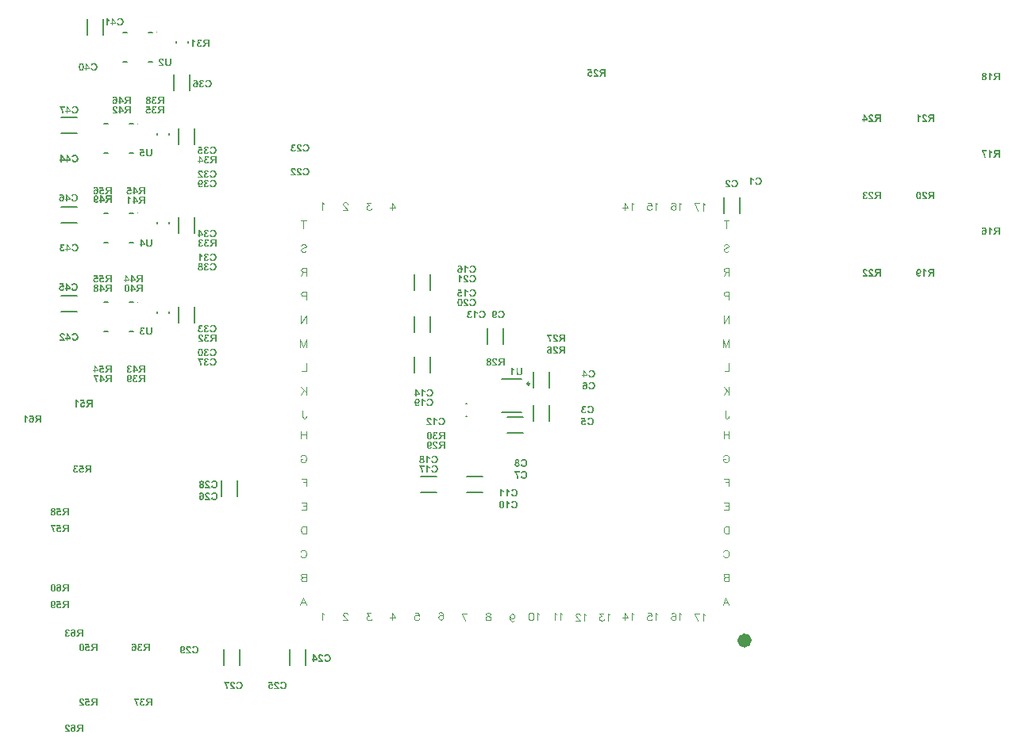
<source format=gbr>
%TF.GenerationSoftware,Altium Limited,Altium Designer,19.1.7 (138)*%
G04 Layer_Color=32896*
%FSLAX26Y26*%
%MOIN*%
%TF.FileFunction,Legend,Bot*%
%TF.Part,Single*%
G01*
G75*
%TA.AperFunction,NonConductor*%
%ADD49C,0.003937*%
%ADD50C,0.009842*%
%ADD51C,0.030000*%
%ADD52C,0.007874*%
%ADD53C,0.003125*%
G36*
X2779921Y2722097D02*
X2780824Y2721993D01*
X2781657Y2721820D01*
X2782351Y2721646D01*
X2782663Y2721542D01*
X2782940Y2721438D01*
X2783183Y2721369D01*
X2783392Y2721299D01*
X2783565Y2721230D01*
X2783669Y2721161D01*
X2783738Y2721126D01*
X2783773D01*
X2784537Y2720709D01*
X2785196Y2720258D01*
X2785751Y2719807D01*
X2786202Y2719356D01*
X2786584Y2718974D01*
X2786861Y2718628D01*
X2787000Y2718419D01*
X2787070Y2718385D01*
Y2718350D01*
X2787486Y2717656D01*
X2787833Y2716892D01*
X2788145Y2716129D01*
X2788388Y2715366D01*
X2788597Y2714706D01*
X2788666Y2714429D01*
X2788735Y2714186D01*
X2788770Y2713978D01*
X2788805Y2713839D01*
X2788839Y2713735D01*
Y2713700D01*
X2783183Y2712763D01*
X2783044Y2713492D01*
X2782871Y2714151D01*
X2782663Y2714672D01*
X2782420Y2715123D01*
X2782177Y2715470D01*
X2782003Y2715713D01*
X2781865Y2715886D01*
X2781830Y2715921D01*
X2781379Y2716303D01*
X2780928Y2716580D01*
X2780477Y2716754D01*
X2780060Y2716892D01*
X2779679Y2716962D01*
X2779401Y2717031D01*
X2779123D01*
X2778534Y2716997D01*
X2778013Y2716892D01*
X2777597Y2716719D01*
X2777215Y2716546D01*
X2776903Y2716372D01*
X2776694Y2716198D01*
X2776556Y2716094D01*
X2776521Y2716060D01*
X2776209Y2715678D01*
X2775966Y2715262D01*
X2775792Y2714811D01*
X2775653Y2714429D01*
X2775584Y2714047D01*
X2775549Y2713769D01*
Y2713561D01*
Y2713527D01*
Y2713492D01*
X2775619Y2712798D01*
X2775758Y2712208D01*
X2775966Y2711688D01*
X2776209Y2711236D01*
X2776486Y2710889D01*
X2776694Y2710646D01*
X2776833Y2710508D01*
X2776903Y2710438D01*
X2777458Y2710091D01*
X2778048Y2709814D01*
X2778672Y2709606D01*
X2779297Y2709501D01*
X2779852Y2709432D01*
X2780095D01*
X2780303Y2709397D01*
X2780720D01*
X2781379Y2704401D01*
X2780789Y2704574D01*
X2780234Y2704678D01*
X2779783Y2704782D01*
X2779366Y2704817D01*
X2779019Y2704852D01*
X2778776Y2704886D01*
X2778568D01*
X2777909Y2704817D01*
X2777319Y2704678D01*
X2776798Y2704435D01*
X2776347Y2704192D01*
X2776000Y2703949D01*
X2775723Y2703706D01*
X2775584Y2703568D01*
X2775515Y2703498D01*
X2775098Y2702943D01*
X2774786Y2702353D01*
X2774578Y2701729D01*
X2774404Y2701139D01*
X2774335Y2700618D01*
X2774300Y2700410D01*
Y2700202D01*
X2774265Y2700028D01*
Y2699924D01*
Y2699855D01*
Y2699820D01*
X2774335Y2698953D01*
X2774474Y2698189D01*
X2774682Y2697530D01*
X2774925Y2696975D01*
X2775168Y2696524D01*
X2775376Y2696211D01*
X2775515Y2696003D01*
X2775584Y2695934D01*
X2776104Y2695448D01*
X2776660Y2695101D01*
X2777180Y2694858D01*
X2777701Y2694684D01*
X2778152Y2694580D01*
X2778499Y2694546D01*
X2778638Y2694511D01*
X2778811D01*
X2779436Y2694546D01*
X2780026Y2694684D01*
X2780546Y2694893D01*
X2780997Y2695101D01*
X2781344Y2695309D01*
X2781622Y2695517D01*
X2781761Y2695656D01*
X2781830Y2695691D01*
X2782246Y2696177D01*
X2782593Y2696767D01*
X2782871Y2697322D01*
X2783044Y2697912D01*
X2783218Y2698397D01*
X2783287Y2698814D01*
X2783322Y2698987D01*
X2783357Y2699091D01*
Y2699161D01*
Y2699195D01*
X2789291Y2698467D01*
X2789186Y2697738D01*
X2789013Y2697009D01*
X2788805Y2696350D01*
X2788597Y2695726D01*
X2788319Y2695136D01*
X2788041Y2694615D01*
X2787764Y2694129D01*
X2787486Y2693678D01*
X2787174Y2693262D01*
X2786931Y2692915D01*
X2786653Y2692602D01*
X2786445Y2692360D01*
X2786272Y2692151D01*
X2786133Y2692013D01*
X2786029Y2691943D01*
X2785994Y2691909D01*
X2785439Y2691457D01*
X2784849Y2691076D01*
X2784259Y2690763D01*
X2783634Y2690451D01*
X2783044Y2690208D01*
X2782455Y2690035D01*
X2781865Y2689861D01*
X2781309Y2689722D01*
X2780789Y2689618D01*
X2780303Y2689549D01*
X2779852Y2689479D01*
X2779505Y2689445D01*
X2779193D01*
X2778985Y2689410D01*
X2778776D01*
X2777944Y2689445D01*
X2777111Y2689549D01*
X2776347Y2689688D01*
X2775619Y2689861D01*
X2774959Y2690104D01*
X2774300Y2690347D01*
X2773710Y2690625D01*
X2773190Y2690902D01*
X2772704Y2691145D01*
X2772287Y2691423D01*
X2771941Y2691666D01*
X2771628Y2691909D01*
X2771385Y2692082D01*
X2771212Y2692221D01*
X2771108Y2692325D01*
X2771073Y2692360D01*
X2770518Y2692950D01*
X2770067Y2693539D01*
X2769650Y2694129D01*
X2769303Y2694754D01*
X2768991Y2695344D01*
X2768748Y2695934D01*
X2768540Y2696524D01*
X2768366Y2697079D01*
X2768228Y2697599D01*
X2768158Y2698050D01*
X2768089Y2698467D01*
X2768019Y2698849D01*
Y2699126D01*
X2767985Y2699369D01*
Y2699508D01*
Y2699543D01*
X2768019Y2700063D01*
X2768054Y2700584D01*
X2768228Y2701555D01*
X2768505Y2702388D01*
X2768818Y2703117D01*
X2768956Y2703429D01*
X2769130Y2703706D01*
X2769269Y2703949D01*
X2769373Y2704158D01*
X2769512Y2704296D01*
X2769581Y2704401D01*
X2769616Y2704470D01*
X2769650Y2704505D01*
X2769963Y2704886D01*
X2770310Y2705233D01*
X2771004Y2705789D01*
X2771732Y2706274D01*
X2772461Y2706621D01*
X2773051Y2706864D01*
X2773329Y2706968D01*
X2773571Y2707038D01*
X2773745Y2707107D01*
X2773884Y2707142D01*
X2773988Y2707177D01*
X2774023D01*
X2773224Y2707662D01*
X2772496Y2708183D01*
X2771871Y2708738D01*
X2771351Y2709293D01*
X2770899Y2709848D01*
X2770518Y2710404D01*
X2770240Y2710959D01*
X2769997Y2711479D01*
X2769789Y2711965D01*
X2769650Y2712451D01*
X2769546Y2712867D01*
X2769477Y2713214D01*
X2769442Y2713492D01*
X2769407Y2713735D01*
Y2713874D01*
Y2713908D01*
X2769442Y2714463D01*
X2769512Y2714984D01*
X2769616Y2715505D01*
X2769754Y2715990D01*
X2770136Y2716892D01*
X2770552Y2717656D01*
X2770761Y2718003D01*
X2770969Y2718315D01*
X2771177Y2718593D01*
X2771351Y2718801D01*
X2771489Y2718974D01*
X2771593Y2719113D01*
X2771663Y2719183D01*
X2771698Y2719217D01*
X2772218Y2719738D01*
X2772773Y2720189D01*
X2773363Y2720571D01*
X2773988Y2720918D01*
X2774578Y2721195D01*
X2775168Y2721438D01*
X2775758Y2721612D01*
X2776347Y2721785D01*
X2776868Y2721889D01*
X2777354Y2721993D01*
X2777805Y2722028D01*
X2778186Y2722097D01*
X2778499D01*
X2778742Y2722132D01*
X2778950D01*
X2779921Y2722097D01*
D02*
G37*
G36*
X2820000Y2690000D02*
X2813546D01*
Y2703360D01*
X2811464D01*
X2810805Y2703290D01*
X2810249Y2703255D01*
X2809798Y2703186D01*
X2809451Y2703117D01*
X2809208Y2703047D01*
X2809035Y2703012D01*
X2809000Y2702978D01*
X2808618Y2702839D01*
X2808271Y2702631D01*
X2807924Y2702423D01*
X2807647Y2702180D01*
X2807404Y2701972D01*
X2807196Y2701833D01*
X2807092Y2701694D01*
X2807057Y2701659D01*
X2806849Y2701451D01*
X2806640Y2701173D01*
X2806398Y2700861D01*
X2806120Y2700514D01*
X2805565Y2699751D01*
X2804975Y2698953D01*
X2804454Y2698189D01*
X2804211Y2697877D01*
X2804038Y2697565D01*
X2803865Y2697322D01*
X2803726Y2697148D01*
X2803656Y2697009D01*
X2803622Y2696975D01*
X2798937Y2690000D01*
X2791199D01*
X2795120Y2696211D01*
X2795537Y2696905D01*
X2795953Y2697495D01*
X2796335Y2698085D01*
X2796682Y2698606D01*
X2796994Y2699091D01*
X2797306Y2699508D01*
X2797584Y2699890D01*
X2797827Y2700236D01*
X2798035Y2700514D01*
X2798243Y2700757D01*
X2798417Y2700965D01*
X2798555Y2701139D01*
X2798660Y2701243D01*
X2798729Y2701347D01*
X2798798Y2701416D01*
X2799319Y2701937D01*
X2799909Y2702457D01*
X2800499Y2702908D01*
X2801054Y2703290D01*
X2801540Y2703637D01*
X2801921Y2703880D01*
X2802060Y2703984D01*
X2802164Y2704019D01*
X2802234Y2704088D01*
X2802268D01*
X2801505Y2704227D01*
X2800776Y2704401D01*
X2800117Y2704609D01*
X2799492Y2704817D01*
X2798902Y2705060D01*
X2798382Y2705303D01*
X2797931Y2705546D01*
X2797514Y2705823D01*
X2797133Y2706066D01*
X2796820Y2706309D01*
X2796543Y2706517D01*
X2796300Y2706691D01*
X2796126Y2706864D01*
X2796022Y2706968D01*
X2795953Y2707038D01*
X2795918Y2707072D01*
X2795537Y2707523D01*
X2795224Y2708009D01*
X2794947Y2708495D01*
X2794704Y2709016D01*
X2794495Y2709501D01*
X2794322Y2709987D01*
X2794079Y2710959D01*
X2793975Y2711375D01*
X2793906Y2711792D01*
X2793871Y2712139D01*
X2793836Y2712451D01*
X2793802Y2712694D01*
Y2712867D01*
Y2713006D01*
Y2713041D01*
X2793871Y2714082D01*
X2794010Y2715019D01*
X2794253Y2715886D01*
X2794495Y2716615D01*
X2794634Y2716927D01*
X2794773Y2717240D01*
X2794877Y2717482D01*
X2795016Y2717691D01*
X2795085Y2717864D01*
X2795155Y2717968D01*
X2795224Y2718038D01*
Y2718072D01*
X2795779Y2718836D01*
X2796404Y2719495D01*
X2796994Y2720015D01*
X2797584Y2720467D01*
X2798139Y2720779D01*
X2798347Y2720883D01*
X2798555Y2720987D01*
X2798729Y2721057D01*
X2798833Y2721126D01*
X2798902Y2721161D01*
X2798937D01*
X2799388Y2721299D01*
X2799909Y2721438D01*
X2800499Y2721577D01*
X2801088Y2721646D01*
X2802303Y2721820D01*
X2803552Y2721924D01*
X2804107Y2721959D01*
X2804663Y2721993D01*
X2805148D01*
X2805565Y2722028D01*
X2820000D01*
Y2690000D01*
D02*
G37*
G36*
X2754660Y2722097D02*
X2755458Y2721993D01*
X2756221Y2721820D01*
X2756915Y2721612D01*
X2757575Y2721369D01*
X2758165Y2721091D01*
X2758720Y2720779D01*
X2759206Y2720501D01*
X2759622Y2720189D01*
X2760004Y2719877D01*
X2760316Y2719599D01*
X2760594Y2719356D01*
X2760802Y2719148D01*
X2760941Y2718974D01*
X2761045Y2718870D01*
X2761079Y2718836D01*
X2761635Y2718038D01*
X2762120Y2717135D01*
X2762537Y2716164D01*
X2762884Y2715123D01*
X2763196Y2714047D01*
X2763439Y2712971D01*
X2763647Y2711896D01*
X2763821Y2710820D01*
X2763925Y2709814D01*
X2764029Y2708877D01*
X2764098Y2708044D01*
X2764168Y2707281D01*
Y2706968D01*
Y2706691D01*
X2764202Y2706448D01*
Y2706205D01*
Y2706066D01*
Y2705927D01*
Y2705858D01*
Y2705823D01*
X2764168Y2704158D01*
X2764064Y2702631D01*
X2763925Y2701208D01*
X2763751Y2699924D01*
X2763543Y2698744D01*
X2763300Y2697703D01*
X2763057Y2696767D01*
X2762780Y2695934D01*
X2762502Y2695240D01*
X2762259Y2694615D01*
X2762016Y2694095D01*
X2761808Y2693678D01*
X2761635Y2693366D01*
X2761461Y2693158D01*
X2761392Y2693019D01*
X2761357Y2692984D01*
X2760802Y2692360D01*
X2760212Y2691804D01*
X2759587Y2691319D01*
X2758963Y2690902D01*
X2758338Y2690590D01*
X2757713Y2690278D01*
X2757124Y2690035D01*
X2756534Y2689861D01*
X2755979Y2689722D01*
X2755458Y2689584D01*
X2755007Y2689514D01*
X2754590Y2689479D01*
X2754278Y2689445D01*
X2754035Y2689410D01*
X2753827D01*
X2752994Y2689445D01*
X2752196Y2689549D01*
X2751433Y2689722D01*
X2750739Y2689931D01*
X2750079Y2690173D01*
X2749490Y2690451D01*
X2748934Y2690729D01*
X2748449Y2691041D01*
X2748032Y2691353D01*
X2747651Y2691631D01*
X2747303Y2691909D01*
X2747061Y2692151D01*
X2746852Y2692360D01*
X2746679Y2692533D01*
X2746610Y2692637D01*
X2746575Y2692672D01*
X2746020Y2693470D01*
X2745534Y2694372D01*
X2745117Y2695378D01*
X2744736Y2696385D01*
X2744458Y2697461D01*
X2744180Y2698571D01*
X2743972Y2699647D01*
X2743799Y2700722D01*
X2743695Y2701729D01*
X2743591Y2702666D01*
X2743521Y2703533D01*
X2743452Y2704262D01*
Y2704609D01*
Y2704886D01*
X2743417Y2705129D01*
Y2705372D01*
Y2705511D01*
Y2705650D01*
Y2705719D01*
Y2705754D01*
X2743452Y2707385D01*
X2743556Y2708912D01*
X2743695Y2710334D01*
X2743903Y2711618D01*
X2744146Y2712798D01*
X2744389Y2713874D01*
X2744701Y2714845D01*
X2744979Y2715678D01*
X2745256Y2716441D01*
X2745534Y2717066D01*
X2745811Y2717621D01*
X2746054Y2718038D01*
X2746262Y2718385D01*
X2746401Y2718628D01*
X2746505Y2718766D01*
X2746540Y2718801D01*
X2747061Y2719391D01*
X2747616Y2719911D01*
X2748206Y2720363D01*
X2748796Y2720744D01*
X2749385Y2721057D01*
X2750010Y2721334D01*
X2750600Y2721542D01*
X2751155Y2721716D01*
X2751710Y2721855D01*
X2752231Y2721959D01*
X2752682Y2722028D01*
X2753064Y2722097D01*
X2753376D01*
X2753619Y2722132D01*
X2753827D01*
X2754660Y2722097D01*
D02*
G37*
G36*
X4585042Y3732097D02*
X4585944Y3731993D01*
X4586777Y3731820D01*
X4587471Y3731646D01*
X4587783Y3731542D01*
X4588060Y3731438D01*
X4588303Y3731369D01*
X4588512Y3731299D01*
X4588685Y3731230D01*
X4588789Y3731161D01*
X4588859Y3731126D01*
X4588893D01*
X4589657Y3730709D01*
X4590316Y3730258D01*
X4590871Y3729807D01*
X4591322Y3729356D01*
X4591704Y3728974D01*
X4591982Y3728628D01*
X4592120Y3728419D01*
X4592190Y3728385D01*
Y3728350D01*
X4592606Y3727656D01*
X4592953Y3726892D01*
X4593266Y3726129D01*
X4593508Y3725366D01*
X4593717Y3724706D01*
X4593786Y3724429D01*
X4593855Y3724186D01*
X4593890Y3723978D01*
X4593925Y3723839D01*
X4593959Y3723735D01*
Y3723700D01*
X4588303Y3722763D01*
X4588165Y3723492D01*
X4587991Y3724151D01*
X4587783Y3724672D01*
X4587540Y3725123D01*
X4587297Y3725470D01*
X4587124Y3725713D01*
X4586985Y3725886D01*
X4586950Y3725921D01*
X4586499Y3726303D01*
X4586048Y3726580D01*
X4585597Y3726754D01*
X4585180Y3726892D01*
X4584799Y3726962D01*
X4584521Y3727031D01*
X4584243D01*
X4583654Y3726997D01*
X4583133Y3726892D01*
X4582717Y3726719D01*
X4582335Y3726546D01*
X4582023Y3726372D01*
X4581815Y3726198D01*
X4581676Y3726094D01*
X4581641Y3726060D01*
X4581329Y3725678D01*
X4581086Y3725262D01*
X4580912Y3724811D01*
X4580774Y3724429D01*
X4580704Y3724047D01*
X4580669Y3723769D01*
Y3723561D01*
Y3723527D01*
Y3723492D01*
X4580739Y3722798D01*
X4580878Y3722208D01*
X4581086Y3721688D01*
X4581329Y3721236D01*
X4581606Y3720889D01*
X4581815Y3720646D01*
X4581953Y3720508D01*
X4582023Y3720438D01*
X4582578Y3720091D01*
X4583168Y3719814D01*
X4583792Y3719606D01*
X4584417Y3719501D01*
X4584972Y3719432D01*
X4585215D01*
X4585423Y3719397D01*
X4585840D01*
X4586499Y3714401D01*
X4585909Y3714574D01*
X4585354Y3714678D01*
X4584903Y3714782D01*
X4584486Y3714817D01*
X4584139Y3714852D01*
X4583896Y3714886D01*
X4583688D01*
X4583029Y3714817D01*
X4582439Y3714678D01*
X4581919Y3714435D01*
X4581467Y3714192D01*
X4581120Y3713949D01*
X4580843Y3713706D01*
X4580704Y3713568D01*
X4580635Y3713498D01*
X4580218Y3712943D01*
X4579906Y3712353D01*
X4579698Y3711729D01*
X4579524Y3711139D01*
X4579455Y3710618D01*
X4579420Y3710410D01*
Y3710202D01*
X4579386Y3710028D01*
Y3709924D01*
Y3709855D01*
Y3709820D01*
X4579455Y3708953D01*
X4579594Y3708189D01*
X4579802Y3707530D01*
X4580045Y3706975D01*
X4580288Y3706524D01*
X4580496Y3706211D01*
X4580635Y3706003D01*
X4580704Y3705934D01*
X4581225Y3705448D01*
X4581780Y3705101D01*
X4582300Y3704858D01*
X4582821Y3704684D01*
X4583272Y3704580D01*
X4583619Y3704546D01*
X4583758Y3704511D01*
X4583931D01*
X4584556Y3704546D01*
X4585146Y3704684D01*
X4585666Y3704893D01*
X4586117Y3705101D01*
X4586464Y3705309D01*
X4586742Y3705517D01*
X4586881Y3705656D01*
X4586950Y3705691D01*
X4587367Y3706177D01*
X4587713Y3706767D01*
X4587991Y3707322D01*
X4588165Y3707912D01*
X4588338Y3708397D01*
X4588408Y3708814D01*
X4588442Y3708987D01*
X4588477Y3709091D01*
Y3709161D01*
Y3709195D01*
X4594411Y3708467D01*
X4594306Y3707738D01*
X4594133Y3707009D01*
X4593925Y3706350D01*
X4593717Y3705726D01*
X4593439Y3705136D01*
X4593161Y3704615D01*
X4592884Y3704129D01*
X4592606Y3703678D01*
X4592294Y3703262D01*
X4592051Y3702915D01*
X4591773Y3702602D01*
X4591565Y3702360D01*
X4591392Y3702151D01*
X4591253Y3702013D01*
X4591149Y3701943D01*
X4591114Y3701909D01*
X4590559Y3701457D01*
X4589969Y3701076D01*
X4589379Y3700763D01*
X4588755Y3700451D01*
X4588165Y3700208D01*
X4587575Y3700035D01*
X4586985Y3699861D01*
X4586430Y3699722D01*
X4585909Y3699618D01*
X4585423Y3699549D01*
X4584972Y3699479D01*
X4584625Y3699445D01*
X4584313D01*
X4584105Y3699410D01*
X4583896D01*
X4583064Y3699445D01*
X4582231Y3699549D01*
X4581467Y3699688D01*
X4580739Y3699861D01*
X4580079Y3700104D01*
X4579420Y3700347D01*
X4578830Y3700625D01*
X4578310Y3700902D01*
X4577824Y3701145D01*
X4577408Y3701423D01*
X4577061Y3701666D01*
X4576748Y3701909D01*
X4576505Y3702082D01*
X4576332Y3702221D01*
X4576228Y3702325D01*
X4576193Y3702360D01*
X4575638Y3702950D01*
X4575187Y3703539D01*
X4574770Y3704129D01*
X4574423Y3704754D01*
X4574111Y3705344D01*
X4573868Y3705934D01*
X4573660Y3706524D01*
X4573486Y3707079D01*
X4573348Y3707599D01*
X4573278Y3708050D01*
X4573209Y3708467D01*
X4573140Y3708849D01*
Y3709126D01*
X4573105Y3709369D01*
Y3709508D01*
Y3709543D01*
X4573140Y3710063D01*
X4573174Y3710584D01*
X4573348Y3711555D01*
X4573625Y3712388D01*
X4573938Y3713117D01*
X4574076Y3713429D01*
X4574250Y3713706D01*
X4574389Y3713949D01*
X4574493Y3714158D01*
X4574632Y3714296D01*
X4574701Y3714401D01*
X4574736Y3714470D01*
X4574770Y3714505D01*
X4575083Y3714886D01*
X4575430Y3715233D01*
X4576124Y3715789D01*
X4576852Y3716274D01*
X4577581Y3716621D01*
X4578171Y3716864D01*
X4578449Y3716968D01*
X4578691Y3717038D01*
X4578865Y3717107D01*
X4579004Y3717142D01*
X4579108Y3717177D01*
X4579143D01*
X4578345Y3717662D01*
X4577616Y3718183D01*
X4576991Y3718738D01*
X4576471Y3719293D01*
X4576020Y3719848D01*
X4575638Y3720404D01*
X4575360Y3720959D01*
X4575117Y3721479D01*
X4574909Y3721965D01*
X4574770Y3722451D01*
X4574666Y3722867D01*
X4574597Y3723214D01*
X4574562Y3723492D01*
X4574528Y3723735D01*
Y3723874D01*
Y3723908D01*
X4574562Y3724463D01*
X4574632Y3724984D01*
X4574736Y3725505D01*
X4574874Y3725990D01*
X4575256Y3726892D01*
X4575673Y3727656D01*
X4575881Y3728003D01*
X4576089Y3728315D01*
X4576297Y3728593D01*
X4576471Y3728801D01*
X4576609Y3728974D01*
X4576714Y3729113D01*
X4576783Y3729183D01*
X4576818Y3729217D01*
X4577338Y3729738D01*
X4577893Y3730189D01*
X4578483Y3730571D01*
X4579108Y3730918D01*
X4579698Y3731195D01*
X4580288Y3731438D01*
X4580878Y3731612D01*
X4581467Y3731785D01*
X4581988Y3731889D01*
X4582474Y3731993D01*
X4582925Y3732028D01*
X4583307Y3732097D01*
X4583619D01*
X4583862Y3732132D01*
X4584070D01*
X4585042Y3732097D01*
D02*
G37*
G36*
X4609297D02*
X4610060Y3732028D01*
X4610789Y3731924D01*
X4611448Y3731785D01*
X4612108Y3731612D01*
X4612698Y3731438D01*
X4613218Y3731230D01*
X4613739Y3731022D01*
X4614190Y3730814D01*
X4614571Y3730605D01*
X4614918Y3730432D01*
X4615196Y3730258D01*
X4615404Y3730120D01*
X4615578Y3730015D01*
X4615682Y3729946D01*
X4615716Y3729911D01*
X4616237Y3729460D01*
X4616688Y3728974D01*
X4617104Y3728419D01*
X4617451Y3727829D01*
X4617764Y3727240D01*
X4618041Y3726615D01*
X4618284Y3726025D01*
X4618492Y3725435D01*
X4618666Y3724880D01*
X4618805Y3724359D01*
X4618909Y3723874D01*
X4618978Y3723457D01*
X4619048Y3723110D01*
X4619082Y3722833D01*
X4619117Y3722694D01*
Y3722624D01*
X4613010Y3722035D01*
X4612975Y3722520D01*
X4612906Y3722971D01*
X4612732Y3723769D01*
X4612524Y3724429D01*
X4612316Y3724949D01*
X4612073Y3725366D01*
X4611899Y3725643D01*
X4611761Y3725782D01*
X4611726Y3725852D01*
X4611275Y3726233D01*
X4610754Y3726546D01*
X4610234Y3726754D01*
X4609748Y3726892D01*
X4609297Y3726962D01*
X4608950Y3727031D01*
X4608638D01*
X4607944Y3726997D01*
X4607354Y3726858D01*
X4606833Y3726684D01*
X4606382Y3726476D01*
X4606035Y3726268D01*
X4605792Y3726094D01*
X4605619Y3725956D01*
X4605584Y3725921D01*
X4605202Y3725470D01*
X4604925Y3724949D01*
X4604751Y3724429D01*
X4604612Y3723943D01*
X4604543Y3723457D01*
X4604474Y3723110D01*
Y3722971D01*
Y3722867D01*
Y3722798D01*
Y3722763D01*
X4604543Y3722069D01*
X4604682Y3721375D01*
X4604890Y3720751D01*
X4605098Y3720195D01*
X4605341Y3719710D01*
X4605549Y3719328D01*
X4605653Y3719189D01*
X4605688Y3719085D01*
X4605757Y3719050D01*
Y3719016D01*
X4605966Y3718738D01*
X4606243Y3718391D01*
X4606590Y3718009D01*
X4606937Y3717628D01*
X4607770Y3716760D01*
X4608672Y3715893D01*
X4609089Y3715476D01*
X4609505Y3715060D01*
X4609852Y3714713D01*
X4610199Y3714401D01*
X4610477Y3714158D01*
X4610685Y3713949D01*
X4610824Y3713811D01*
X4610858Y3713776D01*
X4611795Y3712908D01*
X4612628Y3712076D01*
X4613426Y3711278D01*
X4614120Y3710549D01*
X4614745Y3709890D01*
X4615300Y3709230D01*
X4615820Y3708675D01*
X4616237Y3708155D01*
X4616619Y3707669D01*
X4616931Y3707287D01*
X4617208Y3706905D01*
X4617417Y3706628D01*
X4617556Y3706419D01*
X4617694Y3706246D01*
X4617729Y3706142D01*
X4617764Y3706107D01*
X4618354Y3705032D01*
X4618805Y3703956D01*
X4619186Y3702915D01*
X4619464Y3701978D01*
X4619568Y3701561D01*
X4619637Y3701180D01*
X4619707Y3700833D01*
X4619776Y3700555D01*
X4619811Y3700312D01*
Y3700139D01*
X4619846Y3700035D01*
Y3700000D01*
X4598332D01*
Y3705691D01*
X4610546D01*
X4610130Y3706281D01*
X4609922Y3706558D01*
X4609748Y3706836D01*
X4609574Y3707044D01*
X4609436Y3707218D01*
X4609332Y3707322D01*
X4609297Y3707356D01*
X4609123Y3707530D01*
X4608915Y3707773D01*
X4608672Y3708016D01*
X4608395Y3708293D01*
X4607805Y3708883D01*
X4607180Y3709473D01*
X4606590Y3710028D01*
X4606313Y3710271D01*
X4606070Y3710479D01*
X4605896Y3710653D01*
X4605757Y3710792D01*
X4605653Y3710861D01*
X4605619Y3710896D01*
X4605098Y3711382D01*
X4604612Y3711833D01*
X4604161Y3712284D01*
X4603745Y3712666D01*
X4603398Y3713047D01*
X4603051Y3713360D01*
X4602773Y3713672D01*
X4602496Y3713949D01*
X4602114Y3714401D01*
X4601802Y3714713D01*
X4601663Y3714921D01*
X4601593Y3714990D01*
X4601004Y3715789D01*
X4600483Y3716552D01*
X4600067Y3717246D01*
X4599720Y3717836D01*
X4599477Y3718356D01*
X4599373Y3718564D01*
X4599269Y3718738D01*
X4599199Y3718877D01*
X4599164Y3719016D01*
X4599130Y3719050D01*
Y3719085D01*
X4598852Y3719814D01*
X4598679Y3720542D01*
X4598540Y3721236D01*
X4598436Y3721896D01*
X4598366Y3722416D01*
Y3722659D01*
X4598332Y3722833D01*
Y3723006D01*
Y3723110D01*
Y3723180D01*
Y3723214D01*
X4598366Y3723908D01*
X4598436Y3724568D01*
X4598575Y3725192D01*
X4598748Y3725817D01*
X4598956Y3726372D01*
X4599199Y3726892D01*
X4599442Y3727378D01*
X4599685Y3727795D01*
X4599963Y3728211D01*
X4600206Y3728558D01*
X4600448Y3728870D01*
X4600657Y3729113D01*
X4600830Y3729287D01*
X4600969Y3729460D01*
X4601038Y3729530D01*
X4601073Y3729564D01*
X4601593Y3730015D01*
X4602183Y3730397D01*
X4602773Y3730744D01*
X4603363Y3731057D01*
X4603988Y3731299D01*
X4604612Y3731508D01*
X4605202Y3731681D01*
X4605792Y3731820D01*
X4606347Y3731924D01*
X4606868Y3731993D01*
X4607319Y3732063D01*
X4607701Y3732097D01*
X4608048Y3732132D01*
X4608499D01*
X4609297Y3732097D01*
D02*
G37*
G36*
X4650000Y3700000D02*
X4643546D01*
Y3713360D01*
X4641464D01*
X4640805Y3713290D01*
X4640249Y3713255D01*
X4639798Y3713186D01*
X4639451Y3713117D01*
X4639208Y3713047D01*
X4639035Y3713012D01*
X4639000Y3712978D01*
X4638618Y3712839D01*
X4638271Y3712631D01*
X4637924Y3712423D01*
X4637647Y3712180D01*
X4637404Y3711972D01*
X4637196Y3711833D01*
X4637092Y3711694D01*
X4637057Y3711659D01*
X4636849Y3711451D01*
X4636641Y3711173D01*
X4636398Y3710861D01*
X4636120Y3710514D01*
X4635565Y3709751D01*
X4634975Y3708953D01*
X4634454Y3708189D01*
X4634212Y3707877D01*
X4634038Y3707565D01*
X4633864Y3707322D01*
X4633726Y3707148D01*
X4633656Y3707009D01*
X4633622Y3706975D01*
X4628937Y3700000D01*
X4621199D01*
X4625120Y3706211D01*
X4625537Y3706905D01*
X4625953Y3707495D01*
X4626335Y3708085D01*
X4626682Y3708606D01*
X4626994Y3709091D01*
X4627306Y3709508D01*
X4627584Y3709890D01*
X4627827Y3710236D01*
X4628035Y3710514D01*
X4628243Y3710757D01*
X4628417Y3710965D01*
X4628555Y3711139D01*
X4628659Y3711243D01*
X4628729Y3711347D01*
X4628798Y3711416D01*
X4629319Y3711937D01*
X4629909Y3712457D01*
X4630499Y3712908D01*
X4631054Y3713290D01*
X4631540Y3713637D01*
X4631921Y3713880D01*
X4632060Y3713984D01*
X4632164Y3714019D01*
X4632234Y3714088D01*
X4632268D01*
X4631505Y3714227D01*
X4630776Y3714401D01*
X4630117Y3714609D01*
X4629492Y3714817D01*
X4628902Y3715060D01*
X4628382Y3715303D01*
X4627931Y3715546D01*
X4627514Y3715823D01*
X4627133Y3716066D01*
X4626820Y3716309D01*
X4626543Y3716517D01*
X4626300Y3716691D01*
X4626126Y3716864D01*
X4626022Y3716968D01*
X4625953Y3717038D01*
X4625918Y3717072D01*
X4625537Y3717523D01*
X4625224Y3718009D01*
X4624947Y3718495D01*
X4624704Y3719016D01*
X4624495Y3719501D01*
X4624322Y3719987D01*
X4624079Y3720959D01*
X4623975Y3721375D01*
X4623906Y3721792D01*
X4623871Y3722139D01*
X4623836Y3722451D01*
X4623801Y3722694D01*
Y3722867D01*
Y3723006D01*
Y3723041D01*
X4623871Y3724082D01*
X4624010Y3725019D01*
X4624253Y3725886D01*
X4624495Y3726615D01*
X4624634Y3726927D01*
X4624773Y3727240D01*
X4624877Y3727482D01*
X4625016Y3727691D01*
X4625085Y3727864D01*
X4625155Y3727968D01*
X4625224Y3728038D01*
Y3728072D01*
X4625779Y3728836D01*
X4626404Y3729495D01*
X4626994Y3730015D01*
X4627584Y3730467D01*
X4628139Y3730779D01*
X4628347Y3730883D01*
X4628555Y3730987D01*
X4628729Y3731057D01*
X4628833Y3731126D01*
X4628902Y3731161D01*
X4628937D01*
X4629388Y3731299D01*
X4629909Y3731438D01*
X4630499Y3731577D01*
X4631088Y3731646D01*
X4632303Y3731820D01*
X4633552Y3731924D01*
X4634107Y3731959D01*
X4634663Y3731993D01*
X4635148D01*
X4635565Y3732028D01*
X4650000D01*
Y3700000D01*
D02*
G37*
G36*
X4834297Y3732097D02*
X4835060Y3732028D01*
X4835789Y3731924D01*
X4836448Y3731785D01*
X4837108Y3731612D01*
X4837698Y3731438D01*
X4838218Y3731230D01*
X4838739Y3731022D01*
X4839190Y3730814D01*
X4839571Y3730605D01*
X4839918Y3730432D01*
X4840196Y3730258D01*
X4840404Y3730120D01*
X4840578Y3730015D01*
X4840682Y3729946D01*
X4840716Y3729911D01*
X4841237Y3729460D01*
X4841688Y3728974D01*
X4842104Y3728419D01*
X4842451Y3727829D01*
X4842764Y3727240D01*
X4843041Y3726615D01*
X4843284Y3726025D01*
X4843492Y3725435D01*
X4843666Y3724880D01*
X4843805Y3724359D01*
X4843909Y3723874D01*
X4843978Y3723457D01*
X4844048Y3723110D01*
X4844082Y3722833D01*
X4844117Y3722694D01*
Y3722624D01*
X4838010Y3722035D01*
X4837975Y3722520D01*
X4837906Y3722971D01*
X4837732Y3723769D01*
X4837524Y3724429D01*
X4837316Y3724949D01*
X4837073Y3725366D01*
X4836899Y3725643D01*
X4836761Y3725782D01*
X4836726Y3725852D01*
X4836275Y3726233D01*
X4835754Y3726546D01*
X4835234Y3726754D01*
X4834748Y3726892D01*
X4834297Y3726962D01*
X4833950Y3727031D01*
X4833638D01*
X4832944Y3726997D01*
X4832354Y3726858D01*
X4831833Y3726684D01*
X4831382Y3726476D01*
X4831035Y3726268D01*
X4830792Y3726094D01*
X4830619Y3725956D01*
X4830584Y3725921D01*
X4830202Y3725470D01*
X4829925Y3724949D01*
X4829751Y3724429D01*
X4829612Y3723943D01*
X4829543Y3723457D01*
X4829474Y3723110D01*
Y3722971D01*
Y3722867D01*
Y3722798D01*
Y3722763D01*
X4829543Y3722069D01*
X4829682Y3721375D01*
X4829890Y3720751D01*
X4830098Y3720195D01*
X4830341Y3719710D01*
X4830549Y3719328D01*
X4830653Y3719189D01*
X4830688Y3719085D01*
X4830757Y3719050D01*
Y3719016D01*
X4830966Y3718738D01*
X4831243Y3718391D01*
X4831590Y3718009D01*
X4831937Y3717628D01*
X4832770Y3716760D01*
X4833672Y3715893D01*
X4834089Y3715476D01*
X4834505Y3715060D01*
X4834852Y3714713D01*
X4835199Y3714401D01*
X4835477Y3714158D01*
X4835685Y3713949D01*
X4835824Y3713811D01*
X4835858Y3713776D01*
X4836795Y3712908D01*
X4837628Y3712076D01*
X4838426Y3711278D01*
X4839120Y3710549D01*
X4839745Y3709890D01*
X4840300Y3709230D01*
X4840820Y3708675D01*
X4841237Y3708155D01*
X4841619Y3707669D01*
X4841931Y3707287D01*
X4842208Y3706905D01*
X4842417Y3706628D01*
X4842556Y3706419D01*
X4842694Y3706246D01*
X4842729Y3706142D01*
X4842764Y3706107D01*
X4843354Y3705032D01*
X4843805Y3703956D01*
X4844186Y3702915D01*
X4844464Y3701978D01*
X4844568Y3701561D01*
X4844637Y3701180D01*
X4844707Y3700833D01*
X4844776Y3700555D01*
X4844811Y3700312D01*
Y3700139D01*
X4844846Y3700035D01*
Y3700000D01*
X4823332D01*
Y3705691D01*
X4835546D01*
X4835130Y3706281D01*
X4834922Y3706558D01*
X4834748Y3706836D01*
X4834574Y3707044D01*
X4834436Y3707218D01*
X4834332Y3707322D01*
X4834297Y3707356D01*
X4834123Y3707530D01*
X4833915Y3707773D01*
X4833672Y3708016D01*
X4833395Y3708293D01*
X4832805Y3708883D01*
X4832180Y3709473D01*
X4831590Y3710028D01*
X4831313Y3710271D01*
X4831070Y3710479D01*
X4830896Y3710653D01*
X4830757Y3710792D01*
X4830653Y3710861D01*
X4830619Y3710896D01*
X4830098Y3711382D01*
X4829612Y3711833D01*
X4829161Y3712284D01*
X4828745Y3712666D01*
X4828398Y3713047D01*
X4828051Y3713360D01*
X4827773Y3713672D01*
X4827496Y3713949D01*
X4827114Y3714401D01*
X4826802Y3714713D01*
X4826663Y3714921D01*
X4826593Y3714990D01*
X4826004Y3715789D01*
X4825483Y3716552D01*
X4825067Y3717246D01*
X4824720Y3717836D01*
X4824477Y3718356D01*
X4824373Y3718564D01*
X4824269Y3718738D01*
X4824199Y3718877D01*
X4824164Y3719016D01*
X4824130Y3719050D01*
Y3719085D01*
X4823852Y3719814D01*
X4823679Y3720542D01*
X4823540Y3721236D01*
X4823436Y3721896D01*
X4823366Y3722416D01*
Y3722659D01*
X4823332Y3722833D01*
Y3723006D01*
Y3723110D01*
Y3723180D01*
Y3723214D01*
X4823366Y3723908D01*
X4823436Y3724568D01*
X4823575Y3725192D01*
X4823748Y3725817D01*
X4823956Y3726372D01*
X4824199Y3726892D01*
X4824442Y3727378D01*
X4824685Y3727795D01*
X4824963Y3728211D01*
X4825206Y3728558D01*
X4825448Y3728870D01*
X4825657Y3729113D01*
X4825830Y3729287D01*
X4825969Y3729460D01*
X4826038Y3729530D01*
X4826073Y3729564D01*
X4826593Y3730015D01*
X4827183Y3730397D01*
X4827773Y3730744D01*
X4828363Y3731057D01*
X4828988Y3731299D01*
X4829612Y3731508D01*
X4830202Y3731681D01*
X4830792Y3731820D01*
X4831347Y3731924D01*
X4831868Y3731993D01*
X4832319Y3732063D01*
X4832701Y3732097D01*
X4833048Y3732132D01*
X4833499D01*
X4834297Y3732097D01*
D02*
G37*
G36*
X4875000Y3700000D02*
X4868546D01*
Y3713360D01*
X4866464D01*
X4865805Y3713290D01*
X4865249Y3713255D01*
X4864798Y3713186D01*
X4864451Y3713117D01*
X4864208Y3713047D01*
X4864035Y3713012D01*
X4864000Y3712978D01*
X4863618Y3712839D01*
X4863271Y3712631D01*
X4862924Y3712423D01*
X4862647Y3712180D01*
X4862404Y3711972D01*
X4862196Y3711833D01*
X4862092Y3711694D01*
X4862057Y3711659D01*
X4861849Y3711451D01*
X4861641Y3711173D01*
X4861398Y3710861D01*
X4861120Y3710514D01*
X4860565Y3709751D01*
X4859975Y3708953D01*
X4859454Y3708189D01*
X4859212Y3707877D01*
X4859038Y3707565D01*
X4858864Y3707322D01*
X4858726Y3707148D01*
X4858656Y3707009D01*
X4858622Y3706975D01*
X4853937Y3700000D01*
X4846199D01*
X4850120Y3706211D01*
X4850537Y3706905D01*
X4850953Y3707495D01*
X4851335Y3708085D01*
X4851682Y3708606D01*
X4851994Y3709091D01*
X4852306Y3709508D01*
X4852584Y3709890D01*
X4852827Y3710236D01*
X4853035Y3710514D01*
X4853243Y3710757D01*
X4853417Y3710965D01*
X4853555Y3711139D01*
X4853659Y3711243D01*
X4853729Y3711347D01*
X4853798Y3711416D01*
X4854319Y3711937D01*
X4854909Y3712457D01*
X4855499Y3712908D01*
X4856054Y3713290D01*
X4856540Y3713637D01*
X4856921Y3713880D01*
X4857060Y3713984D01*
X4857164Y3714019D01*
X4857234Y3714088D01*
X4857268D01*
X4856505Y3714227D01*
X4855776Y3714401D01*
X4855117Y3714609D01*
X4854492Y3714817D01*
X4853902Y3715060D01*
X4853382Y3715303D01*
X4852931Y3715546D01*
X4852514Y3715823D01*
X4852133Y3716066D01*
X4851820Y3716309D01*
X4851543Y3716517D01*
X4851300Y3716691D01*
X4851126Y3716864D01*
X4851022Y3716968D01*
X4850953Y3717038D01*
X4850918Y3717072D01*
X4850537Y3717523D01*
X4850224Y3718009D01*
X4849947Y3718495D01*
X4849704Y3719016D01*
X4849495Y3719501D01*
X4849322Y3719987D01*
X4849079Y3720959D01*
X4848975Y3721375D01*
X4848906Y3721792D01*
X4848871Y3722139D01*
X4848836Y3722451D01*
X4848801Y3722694D01*
Y3722867D01*
Y3723006D01*
Y3723041D01*
X4848871Y3724082D01*
X4849010Y3725019D01*
X4849253Y3725886D01*
X4849495Y3726615D01*
X4849634Y3726927D01*
X4849773Y3727240D01*
X4849877Y3727482D01*
X4850016Y3727691D01*
X4850085Y3727864D01*
X4850155Y3727968D01*
X4850224Y3728038D01*
Y3728072D01*
X4850779Y3728836D01*
X4851404Y3729495D01*
X4851994Y3730015D01*
X4852584Y3730467D01*
X4853139Y3730779D01*
X4853347Y3730883D01*
X4853555Y3730987D01*
X4853729Y3731057D01*
X4853833Y3731126D01*
X4853902Y3731161D01*
X4853937D01*
X4854388Y3731299D01*
X4854909Y3731438D01*
X4855499Y3731577D01*
X4856088Y3731646D01*
X4857303Y3731820D01*
X4858552Y3731924D01*
X4859107Y3731959D01*
X4859663Y3731993D01*
X4860148D01*
X4860565Y3732028D01*
X4875000D01*
Y3700000D01*
D02*
G37*
G36*
X4809660Y3732097D02*
X4810458Y3731993D01*
X4811221Y3731820D01*
X4811915Y3731612D01*
X4812575Y3731369D01*
X4813165Y3731091D01*
X4813720Y3730779D01*
X4814206Y3730501D01*
X4814622Y3730189D01*
X4815004Y3729877D01*
X4815316Y3729599D01*
X4815594Y3729356D01*
X4815802Y3729148D01*
X4815941Y3728974D01*
X4816045Y3728870D01*
X4816079Y3728836D01*
X4816635Y3728038D01*
X4817120Y3727135D01*
X4817537Y3726164D01*
X4817884Y3725123D01*
X4818196Y3724047D01*
X4818439Y3722971D01*
X4818647Y3721896D01*
X4818821Y3720820D01*
X4818925Y3719814D01*
X4819029Y3718877D01*
X4819098Y3718044D01*
X4819168Y3717281D01*
Y3716968D01*
Y3716691D01*
X4819202Y3716448D01*
Y3716205D01*
Y3716066D01*
Y3715927D01*
Y3715858D01*
Y3715823D01*
X4819168Y3714158D01*
X4819064Y3712631D01*
X4818925Y3711208D01*
X4818751Y3709924D01*
X4818543Y3708744D01*
X4818300Y3707703D01*
X4818057Y3706767D01*
X4817780Y3705934D01*
X4817502Y3705240D01*
X4817259Y3704615D01*
X4817016Y3704095D01*
X4816808Y3703678D01*
X4816635Y3703366D01*
X4816461Y3703158D01*
X4816392Y3703019D01*
X4816357Y3702984D01*
X4815802Y3702360D01*
X4815212Y3701804D01*
X4814587Y3701319D01*
X4813963Y3700902D01*
X4813338Y3700590D01*
X4812713Y3700278D01*
X4812124Y3700035D01*
X4811534Y3699861D01*
X4810979Y3699722D01*
X4810458Y3699584D01*
X4810007Y3699514D01*
X4809591Y3699479D01*
X4809278Y3699445D01*
X4809035Y3699410D01*
X4808827D01*
X4807994Y3699445D01*
X4807196Y3699549D01*
X4806433Y3699722D01*
X4805739Y3699931D01*
X4805079Y3700173D01*
X4804490Y3700451D01*
X4803934Y3700729D01*
X4803449Y3701041D01*
X4803032Y3701353D01*
X4802650Y3701631D01*
X4802303Y3701909D01*
X4802061Y3702151D01*
X4801852Y3702360D01*
X4801679Y3702533D01*
X4801609Y3702637D01*
X4801575Y3702672D01*
X4801020Y3703470D01*
X4800534Y3704372D01*
X4800117Y3705378D01*
X4799736Y3706385D01*
X4799458Y3707461D01*
X4799181Y3708571D01*
X4798972Y3709647D01*
X4798799Y3710722D01*
X4798695Y3711729D01*
X4798591Y3712666D01*
X4798521Y3713533D01*
X4798452Y3714262D01*
Y3714609D01*
Y3714886D01*
X4798417Y3715129D01*
Y3715372D01*
Y3715511D01*
Y3715650D01*
Y3715719D01*
Y3715754D01*
X4798452Y3717385D01*
X4798556Y3718912D01*
X4798695Y3720334D01*
X4798903Y3721618D01*
X4799146Y3722798D01*
X4799389Y3723874D01*
X4799701Y3724845D01*
X4799979Y3725678D01*
X4800256Y3726441D01*
X4800534Y3727066D01*
X4800811Y3727621D01*
X4801054Y3728038D01*
X4801262Y3728385D01*
X4801401Y3728628D01*
X4801505Y3728766D01*
X4801540Y3728801D01*
X4802061Y3729391D01*
X4802616Y3729911D01*
X4803206Y3730363D01*
X4803796Y3730744D01*
X4804386Y3731057D01*
X4805010Y3731334D01*
X4805600Y3731542D01*
X4806155Y3731716D01*
X4806710Y3731855D01*
X4807231Y3731959D01*
X4807682Y3732028D01*
X4808064Y3732097D01*
X4808376D01*
X4808619Y3732132D01*
X4808827D01*
X4809660Y3732097D01*
D02*
G37*
G36*
X4609297Y4057097D02*
X4610060Y4057028D01*
X4610789Y4056924D01*
X4611448Y4056785D01*
X4612108Y4056612D01*
X4612698Y4056438D01*
X4613218Y4056230D01*
X4613739Y4056022D01*
X4614190Y4055814D01*
X4614571Y4055605D01*
X4614918Y4055432D01*
X4615196Y4055258D01*
X4615404Y4055120D01*
X4615578Y4055015D01*
X4615682Y4054946D01*
X4615716Y4054911D01*
X4616237Y4054460D01*
X4616688Y4053974D01*
X4617104Y4053419D01*
X4617451Y4052829D01*
X4617764Y4052240D01*
X4618041Y4051615D01*
X4618284Y4051025D01*
X4618492Y4050435D01*
X4618666Y4049880D01*
X4618805Y4049359D01*
X4618909Y4048874D01*
X4618978Y4048457D01*
X4619048Y4048110D01*
X4619082Y4047833D01*
X4619117Y4047694D01*
Y4047624D01*
X4613010Y4047035D01*
X4612975Y4047520D01*
X4612906Y4047971D01*
X4612732Y4048769D01*
X4612524Y4049429D01*
X4612316Y4049949D01*
X4612073Y4050366D01*
X4611899Y4050643D01*
X4611761Y4050782D01*
X4611726Y4050852D01*
X4611275Y4051233D01*
X4610754Y4051546D01*
X4610234Y4051754D01*
X4609748Y4051892D01*
X4609297Y4051962D01*
X4608950Y4052031D01*
X4608638D01*
X4607944Y4051997D01*
X4607354Y4051858D01*
X4606833Y4051684D01*
X4606382Y4051476D01*
X4606035Y4051268D01*
X4605792Y4051094D01*
X4605619Y4050956D01*
X4605584Y4050921D01*
X4605202Y4050470D01*
X4604925Y4049949D01*
X4604751Y4049429D01*
X4604612Y4048943D01*
X4604543Y4048457D01*
X4604474Y4048110D01*
Y4047971D01*
Y4047867D01*
Y4047798D01*
Y4047763D01*
X4604543Y4047069D01*
X4604682Y4046375D01*
X4604890Y4045751D01*
X4605098Y4045195D01*
X4605341Y4044710D01*
X4605549Y4044328D01*
X4605653Y4044189D01*
X4605688Y4044085D01*
X4605757Y4044050D01*
Y4044016D01*
X4605966Y4043738D01*
X4606243Y4043391D01*
X4606590Y4043009D01*
X4606937Y4042628D01*
X4607770Y4041760D01*
X4608672Y4040893D01*
X4609089Y4040476D01*
X4609505Y4040060D01*
X4609852Y4039713D01*
X4610199Y4039401D01*
X4610477Y4039158D01*
X4610685Y4038949D01*
X4610824Y4038811D01*
X4610858Y4038776D01*
X4611795Y4037908D01*
X4612628Y4037076D01*
X4613426Y4036278D01*
X4614120Y4035549D01*
X4614745Y4034890D01*
X4615300Y4034230D01*
X4615820Y4033675D01*
X4616237Y4033155D01*
X4616619Y4032669D01*
X4616931Y4032287D01*
X4617208Y4031905D01*
X4617417Y4031628D01*
X4617556Y4031419D01*
X4617694Y4031246D01*
X4617729Y4031142D01*
X4617764Y4031107D01*
X4618354Y4030032D01*
X4618805Y4028956D01*
X4619186Y4027915D01*
X4619464Y4026978D01*
X4619568Y4026561D01*
X4619637Y4026180D01*
X4619707Y4025833D01*
X4619776Y4025555D01*
X4619811Y4025312D01*
Y4025139D01*
X4619846Y4025035D01*
Y4025000D01*
X4598332D01*
Y4030691D01*
X4610546D01*
X4610130Y4031281D01*
X4609922Y4031558D01*
X4609748Y4031836D01*
X4609574Y4032044D01*
X4609436Y4032218D01*
X4609332Y4032322D01*
X4609297Y4032356D01*
X4609123Y4032530D01*
X4608915Y4032773D01*
X4608672Y4033016D01*
X4608395Y4033293D01*
X4607805Y4033883D01*
X4607180Y4034473D01*
X4606590Y4035028D01*
X4606313Y4035271D01*
X4606070Y4035479D01*
X4605896Y4035653D01*
X4605757Y4035792D01*
X4605653Y4035861D01*
X4605619Y4035896D01*
X4605098Y4036382D01*
X4604612Y4036833D01*
X4604161Y4037284D01*
X4603745Y4037666D01*
X4603398Y4038047D01*
X4603051Y4038360D01*
X4602773Y4038672D01*
X4602496Y4038949D01*
X4602114Y4039401D01*
X4601802Y4039713D01*
X4601663Y4039921D01*
X4601593Y4039990D01*
X4601004Y4040789D01*
X4600483Y4041552D01*
X4600067Y4042246D01*
X4599720Y4042836D01*
X4599477Y4043356D01*
X4599373Y4043564D01*
X4599269Y4043738D01*
X4599199Y4043877D01*
X4599164Y4044016D01*
X4599130Y4044050D01*
Y4044085D01*
X4598852Y4044814D01*
X4598679Y4045542D01*
X4598540Y4046236D01*
X4598436Y4046896D01*
X4598366Y4047416D01*
Y4047659D01*
X4598332Y4047833D01*
Y4048006D01*
Y4048110D01*
Y4048180D01*
Y4048214D01*
X4598366Y4048908D01*
X4598436Y4049568D01*
X4598575Y4050192D01*
X4598748Y4050817D01*
X4598956Y4051372D01*
X4599199Y4051892D01*
X4599442Y4052378D01*
X4599685Y4052795D01*
X4599963Y4053211D01*
X4600206Y4053558D01*
X4600448Y4053870D01*
X4600657Y4054113D01*
X4600830Y4054287D01*
X4600969Y4054460D01*
X4601038Y4054530D01*
X4601073Y4054564D01*
X4601593Y4055015D01*
X4602183Y4055397D01*
X4602773Y4055744D01*
X4603363Y4056057D01*
X4603988Y4056299D01*
X4604612Y4056508D01*
X4605202Y4056681D01*
X4605792Y4056820D01*
X4606347Y4056924D01*
X4606868Y4056993D01*
X4607319Y4057063D01*
X4607701Y4057097D01*
X4608048Y4057132D01*
X4608499D01*
X4609297Y4057097D01*
D02*
G37*
G36*
X4650000Y4025000D02*
X4643546D01*
Y4038360D01*
X4641464D01*
X4640805Y4038290D01*
X4640249Y4038255D01*
X4639798Y4038186D01*
X4639451Y4038117D01*
X4639208Y4038047D01*
X4639035Y4038012D01*
X4639000Y4037978D01*
X4638618Y4037839D01*
X4638271Y4037631D01*
X4637924Y4037423D01*
X4637647Y4037180D01*
X4637404Y4036972D01*
X4637196Y4036833D01*
X4637092Y4036694D01*
X4637057Y4036659D01*
X4636849Y4036451D01*
X4636641Y4036173D01*
X4636398Y4035861D01*
X4636120Y4035514D01*
X4635565Y4034751D01*
X4634975Y4033953D01*
X4634454Y4033189D01*
X4634212Y4032877D01*
X4634038Y4032565D01*
X4633864Y4032322D01*
X4633726Y4032148D01*
X4633656Y4032009D01*
X4633622Y4031975D01*
X4628937Y4025000D01*
X4621199D01*
X4625120Y4031211D01*
X4625537Y4031905D01*
X4625953Y4032495D01*
X4626335Y4033085D01*
X4626682Y4033606D01*
X4626994Y4034091D01*
X4627306Y4034508D01*
X4627584Y4034890D01*
X4627827Y4035236D01*
X4628035Y4035514D01*
X4628243Y4035757D01*
X4628417Y4035965D01*
X4628555Y4036139D01*
X4628659Y4036243D01*
X4628729Y4036347D01*
X4628798Y4036416D01*
X4629319Y4036937D01*
X4629909Y4037457D01*
X4630499Y4037908D01*
X4631054Y4038290D01*
X4631540Y4038637D01*
X4631921Y4038880D01*
X4632060Y4038984D01*
X4632164Y4039019D01*
X4632234Y4039088D01*
X4632268D01*
X4631505Y4039227D01*
X4630776Y4039401D01*
X4630117Y4039609D01*
X4629492Y4039817D01*
X4628902Y4040060D01*
X4628382Y4040303D01*
X4627931Y4040546D01*
X4627514Y4040823D01*
X4627133Y4041066D01*
X4626820Y4041309D01*
X4626543Y4041517D01*
X4626300Y4041691D01*
X4626126Y4041864D01*
X4626022Y4041968D01*
X4625953Y4042038D01*
X4625918Y4042072D01*
X4625537Y4042523D01*
X4625224Y4043009D01*
X4624947Y4043495D01*
X4624704Y4044016D01*
X4624495Y4044501D01*
X4624322Y4044987D01*
X4624079Y4045959D01*
X4623975Y4046375D01*
X4623906Y4046792D01*
X4623871Y4047139D01*
X4623836Y4047451D01*
X4623801Y4047694D01*
Y4047867D01*
Y4048006D01*
Y4048041D01*
X4623871Y4049082D01*
X4624010Y4050019D01*
X4624253Y4050886D01*
X4624495Y4051615D01*
X4624634Y4051927D01*
X4624773Y4052240D01*
X4624877Y4052482D01*
X4625016Y4052691D01*
X4625085Y4052864D01*
X4625155Y4052968D01*
X4625224Y4053038D01*
Y4053072D01*
X4625779Y4053836D01*
X4626404Y4054495D01*
X4626994Y4055015D01*
X4627584Y4055467D01*
X4628139Y4055779D01*
X4628347Y4055883D01*
X4628555Y4055987D01*
X4628729Y4056057D01*
X4628833Y4056126D01*
X4628902Y4056161D01*
X4628937D01*
X4629388Y4056299D01*
X4629909Y4056438D01*
X4630499Y4056577D01*
X4631088Y4056646D01*
X4632303Y4056820D01*
X4633552Y4056924D01*
X4634107Y4056959D01*
X4634663Y4056993D01*
X4635148D01*
X4635565Y4057028D01*
X4650000D01*
Y4025000D01*
D02*
G37*
G36*
X4595243Y4036798D02*
Y4031454D01*
X4582162D01*
Y4025000D01*
X4576228D01*
Y4031454D01*
X4572237D01*
Y4036833D01*
X4576228D01*
Y4057132D01*
X4581398D01*
X4595243Y4036798D01*
D02*
G37*
G36*
X4834297Y4057097D02*
X4835060Y4057028D01*
X4835789Y4056924D01*
X4836448Y4056785D01*
X4837108Y4056612D01*
X4837698Y4056438D01*
X4838218Y4056230D01*
X4838739Y4056022D01*
X4839190Y4055814D01*
X4839571Y4055605D01*
X4839918Y4055432D01*
X4840196Y4055258D01*
X4840404Y4055120D01*
X4840578Y4055015D01*
X4840682Y4054946D01*
X4840716Y4054911D01*
X4841237Y4054460D01*
X4841688Y4053974D01*
X4842104Y4053419D01*
X4842451Y4052829D01*
X4842764Y4052240D01*
X4843041Y4051615D01*
X4843284Y4051025D01*
X4843492Y4050435D01*
X4843666Y4049880D01*
X4843805Y4049359D01*
X4843909Y4048874D01*
X4843978Y4048457D01*
X4844048Y4048110D01*
X4844082Y4047833D01*
X4844117Y4047694D01*
Y4047624D01*
X4838010Y4047035D01*
X4837975Y4047520D01*
X4837906Y4047971D01*
X4837732Y4048769D01*
X4837524Y4049429D01*
X4837316Y4049949D01*
X4837073Y4050366D01*
X4836899Y4050643D01*
X4836761Y4050782D01*
X4836726Y4050852D01*
X4836275Y4051233D01*
X4835754Y4051546D01*
X4835234Y4051754D01*
X4834748Y4051892D01*
X4834297Y4051962D01*
X4833950Y4052031D01*
X4833638D01*
X4832944Y4051997D01*
X4832354Y4051858D01*
X4831833Y4051684D01*
X4831382Y4051476D01*
X4831035Y4051268D01*
X4830792Y4051094D01*
X4830619Y4050956D01*
X4830584Y4050921D01*
X4830202Y4050470D01*
X4829925Y4049949D01*
X4829751Y4049429D01*
X4829612Y4048943D01*
X4829543Y4048457D01*
X4829474Y4048110D01*
Y4047971D01*
Y4047867D01*
Y4047798D01*
Y4047763D01*
X4829543Y4047069D01*
X4829682Y4046375D01*
X4829890Y4045751D01*
X4830098Y4045195D01*
X4830341Y4044710D01*
X4830549Y4044328D01*
X4830653Y4044189D01*
X4830688Y4044085D01*
X4830757Y4044050D01*
Y4044016D01*
X4830966Y4043738D01*
X4831243Y4043391D01*
X4831590Y4043009D01*
X4831937Y4042628D01*
X4832770Y4041760D01*
X4833672Y4040893D01*
X4834089Y4040476D01*
X4834505Y4040060D01*
X4834852Y4039713D01*
X4835199Y4039401D01*
X4835477Y4039158D01*
X4835685Y4038949D01*
X4835824Y4038811D01*
X4835858Y4038776D01*
X4836795Y4037908D01*
X4837628Y4037076D01*
X4838426Y4036278D01*
X4839120Y4035549D01*
X4839745Y4034890D01*
X4840300Y4034230D01*
X4840820Y4033675D01*
X4841237Y4033155D01*
X4841619Y4032669D01*
X4841931Y4032287D01*
X4842208Y4031905D01*
X4842417Y4031628D01*
X4842556Y4031419D01*
X4842694Y4031246D01*
X4842729Y4031142D01*
X4842764Y4031107D01*
X4843354Y4030032D01*
X4843805Y4028956D01*
X4844186Y4027915D01*
X4844464Y4026978D01*
X4844568Y4026561D01*
X4844637Y4026180D01*
X4844707Y4025833D01*
X4844776Y4025555D01*
X4844811Y4025312D01*
Y4025139D01*
X4844846Y4025035D01*
Y4025000D01*
X4823332D01*
Y4030691D01*
X4835546D01*
X4835130Y4031281D01*
X4834922Y4031558D01*
X4834748Y4031836D01*
X4834574Y4032044D01*
X4834436Y4032218D01*
X4834332Y4032322D01*
X4834297Y4032356D01*
X4834123Y4032530D01*
X4833915Y4032773D01*
X4833672Y4033016D01*
X4833395Y4033293D01*
X4832805Y4033883D01*
X4832180Y4034473D01*
X4831590Y4035028D01*
X4831313Y4035271D01*
X4831070Y4035479D01*
X4830896Y4035653D01*
X4830757Y4035792D01*
X4830653Y4035861D01*
X4830619Y4035896D01*
X4830098Y4036382D01*
X4829612Y4036833D01*
X4829161Y4037284D01*
X4828745Y4037666D01*
X4828398Y4038047D01*
X4828051Y4038360D01*
X4827773Y4038672D01*
X4827496Y4038949D01*
X4827114Y4039401D01*
X4826802Y4039713D01*
X4826663Y4039921D01*
X4826593Y4039990D01*
X4826004Y4040789D01*
X4825483Y4041552D01*
X4825067Y4042246D01*
X4824720Y4042836D01*
X4824477Y4043356D01*
X4824373Y4043564D01*
X4824269Y4043738D01*
X4824199Y4043877D01*
X4824164Y4044016D01*
X4824130Y4044050D01*
Y4044085D01*
X4823852Y4044814D01*
X4823679Y4045542D01*
X4823540Y4046236D01*
X4823436Y4046896D01*
X4823366Y4047416D01*
Y4047659D01*
X4823332Y4047833D01*
Y4048006D01*
Y4048110D01*
Y4048180D01*
Y4048214D01*
X4823366Y4048908D01*
X4823436Y4049568D01*
X4823575Y4050192D01*
X4823748Y4050817D01*
X4823956Y4051372D01*
X4824199Y4051892D01*
X4824442Y4052378D01*
X4824685Y4052795D01*
X4824963Y4053211D01*
X4825206Y4053558D01*
X4825448Y4053870D01*
X4825657Y4054113D01*
X4825830Y4054287D01*
X4825969Y4054460D01*
X4826038Y4054530D01*
X4826073Y4054564D01*
X4826593Y4055015D01*
X4827183Y4055397D01*
X4827773Y4055744D01*
X4828363Y4056057D01*
X4828988Y4056299D01*
X4829612Y4056508D01*
X4830202Y4056681D01*
X4830792Y4056820D01*
X4831347Y4056924D01*
X4831868Y4056993D01*
X4832319Y4057063D01*
X4832701Y4057097D01*
X4833048Y4057132D01*
X4833499D01*
X4834297Y4057097D01*
D02*
G37*
G36*
X4808688Y4056577D02*
X4808931Y4056057D01*
X4809521Y4055085D01*
X4810146Y4054217D01*
X4810805Y4053454D01*
X4811117Y4053107D01*
X4811395Y4052829D01*
X4811638Y4052552D01*
X4811881Y4052344D01*
X4812054Y4052170D01*
X4812193Y4052066D01*
X4812297Y4051997D01*
X4812332Y4051962D01*
X4813373Y4051198D01*
X4814344Y4050574D01*
X4815212Y4050053D01*
X4815975Y4049672D01*
X4816322Y4049498D01*
X4816635Y4049359D01*
X4816877Y4049255D01*
X4817120Y4049151D01*
X4817294Y4049082D01*
X4817433Y4049047D01*
X4817502Y4049012D01*
X4817537D01*
Y4043426D01*
X4816704Y4043738D01*
X4815906Y4044050D01*
X4815108Y4044397D01*
X4814379Y4044779D01*
X4813685Y4045161D01*
X4813026Y4045542D01*
X4812436Y4045924D01*
X4811881Y4046306D01*
X4811360Y4046653D01*
X4810944Y4047000D01*
X4810527Y4047312D01*
X4810215Y4047555D01*
X4809972Y4047763D01*
X4809764Y4047937D01*
X4809660Y4048041D01*
X4809625Y4048075D01*
Y4025000D01*
X4803483D01*
Y4057132D01*
X4808480D01*
X4808688Y4056577D01*
D02*
G37*
G36*
X4875000Y4025000D02*
X4868546D01*
Y4038360D01*
X4866464D01*
X4865805Y4038290D01*
X4865249Y4038255D01*
X4864798Y4038186D01*
X4864451Y4038117D01*
X4864208Y4038047D01*
X4864035Y4038012D01*
X4864000Y4037978D01*
X4863618Y4037839D01*
X4863271Y4037631D01*
X4862924Y4037423D01*
X4862647Y4037180D01*
X4862404Y4036972D01*
X4862196Y4036833D01*
X4862092Y4036694D01*
X4862057Y4036659D01*
X4861849Y4036451D01*
X4861641Y4036173D01*
X4861398Y4035861D01*
X4861120Y4035514D01*
X4860565Y4034751D01*
X4859975Y4033953D01*
X4859454Y4033189D01*
X4859212Y4032877D01*
X4859038Y4032565D01*
X4858864Y4032322D01*
X4858726Y4032148D01*
X4858656Y4032009D01*
X4858622Y4031975D01*
X4853937Y4025000D01*
X4846199D01*
X4850120Y4031211D01*
X4850537Y4031905D01*
X4850953Y4032495D01*
X4851335Y4033085D01*
X4851682Y4033606D01*
X4851994Y4034091D01*
X4852306Y4034508D01*
X4852584Y4034890D01*
X4852827Y4035236D01*
X4853035Y4035514D01*
X4853243Y4035757D01*
X4853417Y4035965D01*
X4853555Y4036139D01*
X4853659Y4036243D01*
X4853729Y4036347D01*
X4853798Y4036416D01*
X4854319Y4036937D01*
X4854909Y4037457D01*
X4855499Y4037908D01*
X4856054Y4038290D01*
X4856540Y4038637D01*
X4856921Y4038880D01*
X4857060Y4038984D01*
X4857164Y4039019D01*
X4857234Y4039088D01*
X4857268D01*
X4856505Y4039227D01*
X4855776Y4039401D01*
X4855117Y4039609D01*
X4854492Y4039817D01*
X4853902Y4040060D01*
X4853382Y4040303D01*
X4852931Y4040546D01*
X4852514Y4040823D01*
X4852133Y4041066D01*
X4851820Y4041309D01*
X4851543Y4041517D01*
X4851300Y4041691D01*
X4851126Y4041864D01*
X4851022Y4041968D01*
X4850953Y4042038D01*
X4850918Y4042072D01*
X4850537Y4042523D01*
X4850224Y4043009D01*
X4849947Y4043495D01*
X4849704Y4044016D01*
X4849495Y4044501D01*
X4849322Y4044987D01*
X4849079Y4045959D01*
X4848975Y4046375D01*
X4848906Y4046792D01*
X4848871Y4047139D01*
X4848836Y4047451D01*
X4848801Y4047694D01*
Y4047867D01*
Y4048006D01*
Y4048041D01*
X4848871Y4049082D01*
X4849010Y4050019D01*
X4849253Y4050886D01*
X4849495Y4051615D01*
X4849634Y4051927D01*
X4849773Y4052240D01*
X4849877Y4052482D01*
X4850016Y4052691D01*
X4850085Y4052864D01*
X4850155Y4052968D01*
X4850224Y4053038D01*
Y4053072D01*
X4850779Y4053836D01*
X4851404Y4054495D01*
X4851994Y4055015D01*
X4852584Y4055467D01*
X4853139Y4055779D01*
X4853347Y4055883D01*
X4853555Y4055987D01*
X4853729Y4056057D01*
X4853833Y4056126D01*
X4853902Y4056161D01*
X4853937D01*
X4854388Y4056299D01*
X4854909Y4056438D01*
X4855499Y4056577D01*
X4856088Y4056646D01*
X4857303Y4056820D01*
X4858552Y4056924D01*
X4859107Y4056959D01*
X4859663Y4056993D01*
X4860148D01*
X4860565Y4057028D01*
X4875000D01*
Y4025000D01*
D02*
G37*
G36*
X1328249Y1814921D02*
X1323287Y1814227D01*
X1322906Y1814643D01*
X1322489Y1814990D01*
X1322073Y1815303D01*
X1321657Y1815580D01*
X1321275Y1815789D01*
X1320858Y1815997D01*
X1320130Y1816274D01*
X1319470Y1816413D01*
X1319227Y1816483D01*
X1318985Y1816517D01*
X1318776Y1816552D01*
X1318152D01*
X1317770Y1816483D01*
X1317111Y1816309D01*
X1316521Y1816066D01*
X1316035Y1815823D01*
X1315619Y1815546D01*
X1315341Y1815303D01*
X1315168Y1815129D01*
X1315098Y1815094D01*
Y1815060D01*
X1314647Y1814435D01*
X1314300Y1813741D01*
X1314057Y1813013D01*
X1313918Y1812284D01*
X1313814Y1811624D01*
X1313780Y1811347D01*
Y1811104D01*
X1313745Y1810896D01*
Y1810757D01*
Y1810653D01*
Y1810618D01*
Y1810063D01*
X1313814Y1809508D01*
X1313884Y1809022D01*
X1313953Y1808536D01*
X1314057Y1808120D01*
X1314161Y1807738D01*
X1314300Y1807391D01*
X1314404Y1807079D01*
X1314543Y1806801D01*
X1314682Y1806558D01*
X1314786Y1806350D01*
X1314890Y1806177D01*
X1314959Y1806072D01*
X1315029Y1805968D01*
X1315098Y1805934D01*
Y1805899D01*
X1315341Y1805621D01*
X1315619Y1805379D01*
X1316174Y1804997D01*
X1316694Y1804719D01*
X1317215Y1804546D01*
X1317666Y1804407D01*
X1318048Y1804372D01*
X1318187Y1804338D01*
X1318360D01*
X1318985Y1804407D01*
X1319540Y1804546D01*
X1320060Y1804719D01*
X1320477Y1804962D01*
X1320858Y1805170D01*
X1321101Y1805379D01*
X1321275Y1805517D01*
X1321344Y1805552D01*
X1321761Y1806038D01*
X1322108Y1806593D01*
X1322385Y1807113D01*
X1322593Y1807669D01*
X1322732Y1808120D01*
X1322802Y1808502D01*
X1322836Y1808640D01*
X1322871Y1808744D01*
Y1808814D01*
Y1808849D01*
X1328978Y1808189D01*
X1328839Y1807460D01*
X1328701Y1806766D01*
X1328492Y1806107D01*
X1328249Y1805483D01*
X1327972Y1804927D01*
X1327694Y1804407D01*
X1327417Y1803921D01*
X1327139Y1803470D01*
X1326861Y1803088D01*
X1326584Y1802741D01*
X1326341Y1802464D01*
X1326133Y1802221D01*
X1325925Y1802013D01*
X1325786Y1801874D01*
X1325716Y1801804D01*
X1325682Y1801770D01*
X1325127Y1801353D01*
X1324571Y1801006D01*
X1323981Y1800694D01*
X1323357Y1800416D01*
X1322767Y1800174D01*
X1322142Y1800000D01*
X1320997Y1799722D01*
X1320477Y1799618D01*
X1319991Y1799549D01*
X1319540Y1799479D01*
X1319158Y1799445D01*
X1318846Y1799410D01*
X1318429D01*
X1317423Y1799445D01*
X1316451Y1799584D01*
X1315549Y1799792D01*
X1314716Y1800069D01*
X1313953Y1800382D01*
X1313259Y1800763D01*
X1312600Y1801145D01*
X1312010Y1801527D01*
X1311489Y1801909D01*
X1311038Y1802290D01*
X1310657Y1802672D01*
X1310344Y1802984D01*
X1310067Y1803262D01*
X1309893Y1803470D01*
X1309789Y1803609D01*
X1309754Y1803643D01*
X1309338Y1804233D01*
X1308991Y1804858D01*
X1308679Y1805448D01*
X1308401Y1806072D01*
X1308193Y1806662D01*
X1307985Y1807252D01*
X1307846Y1807807D01*
X1307707Y1808363D01*
X1307638Y1808849D01*
X1307568Y1809300D01*
X1307499Y1809716D01*
X1307464Y1810063D01*
X1307429Y1810341D01*
Y1810549D01*
Y1810688D01*
Y1810722D01*
X1307464Y1811590D01*
X1307568Y1812423D01*
X1307707Y1813186D01*
X1307881Y1813949D01*
X1308089Y1814609D01*
X1308332Y1815268D01*
X1308609Y1815858D01*
X1308852Y1816378D01*
X1309130Y1816864D01*
X1309407Y1817281D01*
X1309650Y1817628D01*
X1309859Y1817905D01*
X1310032Y1818148D01*
X1310171Y1818322D01*
X1310275Y1818426D01*
X1310310Y1818460D01*
X1310865Y1818981D01*
X1311420Y1819432D01*
X1312010Y1819848D01*
X1312600Y1820195D01*
X1313190Y1820473D01*
X1313745Y1820716D01*
X1314300Y1820924D01*
X1314855Y1821063D01*
X1315341Y1821202D01*
X1315792Y1821271D01*
X1316209Y1821341D01*
X1316556Y1821410D01*
X1316868D01*
X1317076Y1821445D01*
X1317250D01*
X1318048Y1821410D01*
X1318811Y1821271D01*
X1319505Y1821132D01*
X1320164Y1820924D01*
X1320685Y1820751D01*
X1320893Y1820647D01*
X1321101Y1820577D01*
X1321240Y1820508D01*
X1321344Y1820438D01*
X1321414Y1820404D01*
X1321448D01*
X1320477Y1825851D01*
X1308852D01*
Y1831612D01*
X1325092D01*
X1328249Y1814921D01*
D02*
G37*
G36*
X1360000Y1800000D02*
X1353546D01*
Y1813360D01*
X1351464D01*
X1350804Y1813290D01*
X1350249Y1813255D01*
X1349798Y1813186D01*
X1349451Y1813117D01*
X1349208Y1813047D01*
X1349035Y1813013D01*
X1349000Y1812978D01*
X1348618Y1812839D01*
X1348271Y1812631D01*
X1347924Y1812423D01*
X1347647Y1812180D01*
X1347404Y1811972D01*
X1347196Y1811833D01*
X1347092Y1811694D01*
X1347057Y1811659D01*
X1346849Y1811451D01*
X1346640Y1811173D01*
X1346398Y1810861D01*
X1346120Y1810514D01*
X1345565Y1809751D01*
X1344975Y1808953D01*
X1344454Y1808189D01*
X1344211Y1807877D01*
X1344038Y1807565D01*
X1343864Y1807322D01*
X1343726Y1807148D01*
X1343656Y1807009D01*
X1343622Y1806975D01*
X1338937Y1800000D01*
X1331199D01*
X1335120Y1806211D01*
X1335536Y1806905D01*
X1335953Y1807495D01*
X1336335Y1808085D01*
X1336682Y1808606D01*
X1336994Y1809091D01*
X1337306Y1809508D01*
X1337584Y1809889D01*
X1337827Y1810236D01*
X1338035Y1810514D01*
X1338243Y1810757D01*
X1338417Y1810965D01*
X1338555Y1811139D01*
X1338659Y1811243D01*
X1338729Y1811347D01*
X1338798Y1811416D01*
X1339319Y1811937D01*
X1339909Y1812457D01*
X1340499Y1812908D01*
X1341054Y1813290D01*
X1341540Y1813637D01*
X1341921Y1813880D01*
X1342060Y1813984D01*
X1342164Y1814019D01*
X1342234Y1814088D01*
X1342268D01*
X1341505Y1814227D01*
X1340776Y1814400D01*
X1340117Y1814609D01*
X1339492Y1814817D01*
X1338902Y1815060D01*
X1338382Y1815303D01*
X1337931Y1815546D01*
X1337514Y1815823D01*
X1337133Y1816066D01*
X1336820Y1816309D01*
X1336543Y1816517D01*
X1336300Y1816691D01*
X1336126Y1816864D01*
X1336022Y1816968D01*
X1335953Y1817038D01*
X1335918Y1817072D01*
X1335536Y1817524D01*
X1335224Y1818009D01*
X1334947Y1818495D01*
X1334704Y1819016D01*
X1334495Y1819501D01*
X1334322Y1819987D01*
X1334079Y1820959D01*
X1333975Y1821375D01*
X1333906Y1821792D01*
X1333871Y1822139D01*
X1333836Y1822451D01*
X1333802Y1822694D01*
Y1822867D01*
Y1823006D01*
Y1823041D01*
X1333871Y1824082D01*
X1334010Y1825019D01*
X1334253Y1825886D01*
X1334495Y1826615D01*
X1334634Y1826927D01*
X1334773Y1827239D01*
X1334877Y1827482D01*
X1335016Y1827691D01*
X1335085Y1827864D01*
X1335155Y1827968D01*
X1335224Y1828038D01*
Y1828072D01*
X1335779Y1828836D01*
X1336404Y1829495D01*
X1336994Y1830015D01*
X1337584Y1830467D01*
X1338139Y1830779D01*
X1338347Y1830883D01*
X1338555Y1830987D01*
X1338729Y1831056D01*
X1338833Y1831126D01*
X1338902Y1831161D01*
X1338937D01*
X1339388Y1831299D01*
X1339909Y1831438D01*
X1340499Y1831577D01*
X1341089Y1831646D01*
X1342303Y1831820D01*
X1343552Y1831924D01*
X1344107Y1831959D01*
X1344663Y1831993D01*
X1345148D01*
X1345565Y1832028D01*
X1360000D01*
Y1800000D01*
D02*
G37*
G36*
X1294660Y1832098D02*
X1295458Y1831993D01*
X1296221Y1831820D01*
X1296915Y1831612D01*
X1297575Y1831369D01*
X1298165Y1831091D01*
X1298720Y1830779D01*
X1299206Y1830501D01*
X1299622Y1830189D01*
X1300004Y1829877D01*
X1300316Y1829599D01*
X1300594Y1829356D01*
X1300802Y1829148D01*
X1300941Y1828975D01*
X1301045Y1828870D01*
X1301079Y1828836D01*
X1301635Y1828038D01*
X1302120Y1827135D01*
X1302537Y1826164D01*
X1302884Y1825123D01*
X1303196Y1824047D01*
X1303439Y1822971D01*
X1303647Y1821896D01*
X1303821Y1820820D01*
X1303925Y1819814D01*
X1304029Y1818877D01*
X1304098Y1818044D01*
X1304168Y1817281D01*
Y1816968D01*
Y1816691D01*
X1304202Y1816448D01*
Y1816205D01*
Y1816066D01*
Y1815927D01*
Y1815858D01*
Y1815823D01*
X1304168Y1814158D01*
X1304064Y1812631D01*
X1303925Y1811208D01*
X1303751Y1809924D01*
X1303543Y1808744D01*
X1303300Y1807703D01*
X1303057Y1806766D01*
X1302780Y1805934D01*
X1302502Y1805240D01*
X1302259Y1804615D01*
X1302016Y1804095D01*
X1301808Y1803678D01*
X1301635Y1803366D01*
X1301461Y1803158D01*
X1301392Y1803019D01*
X1301357Y1802984D01*
X1300802Y1802360D01*
X1300212Y1801804D01*
X1299587Y1801319D01*
X1298963Y1800902D01*
X1298338Y1800590D01*
X1297714Y1800278D01*
X1297124Y1800035D01*
X1296534Y1799861D01*
X1295978Y1799722D01*
X1295458Y1799584D01*
X1295007Y1799514D01*
X1294591Y1799479D01*
X1294278Y1799445D01*
X1294035Y1799410D01*
X1293827D01*
X1292994Y1799445D01*
X1292196Y1799549D01*
X1291433Y1799722D01*
X1290739Y1799931D01*
X1290080Y1800174D01*
X1289490Y1800451D01*
X1288934Y1800729D01*
X1288449Y1801041D01*
X1288032Y1801353D01*
X1287650Y1801631D01*
X1287303Y1801909D01*
X1287061Y1802151D01*
X1286852Y1802360D01*
X1286679Y1802533D01*
X1286610Y1802637D01*
X1286575Y1802672D01*
X1286020Y1803470D01*
X1285534Y1804372D01*
X1285117Y1805379D01*
X1284736Y1806385D01*
X1284458Y1807460D01*
X1284180Y1808571D01*
X1283972Y1809647D01*
X1283799Y1810722D01*
X1283695Y1811729D01*
X1283591Y1812666D01*
X1283521Y1813533D01*
X1283452Y1814262D01*
Y1814609D01*
Y1814886D01*
X1283417Y1815129D01*
Y1815372D01*
Y1815511D01*
Y1815650D01*
Y1815719D01*
Y1815754D01*
X1283452Y1817385D01*
X1283556Y1818911D01*
X1283695Y1820334D01*
X1283903Y1821618D01*
X1284146Y1822798D01*
X1284389Y1823874D01*
X1284701Y1824845D01*
X1284979Y1825678D01*
X1285256Y1826441D01*
X1285534Y1827066D01*
X1285811Y1827621D01*
X1286054Y1828038D01*
X1286263Y1828385D01*
X1286401Y1828628D01*
X1286505Y1828766D01*
X1286540Y1828801D01*
X1287061Y1829391D01*
X1287616Y1829911D01*
X1288206Y1830362D01*
X1288796Y1830744D01*
X1289386Y1831056D01*
X1290010Y1831334D01*
X1290600Y1831542D01*
X1291155Y1831716D01*
X1291710Y1831855D01*
X1292231Y1831959D01*
X1292682Y1832028D01*
X1293064Y1832098D01*
X1293376D01*
X1293619Y1832132D01*
X1293827D01*
X1294660Y1832098D01*
D02*
G37*
G36*
X1294417Y1602098D02*
X1295180Y1602028D01*
X1295909Y1601924D01*
X1296568Y1601785D01*
X1297228Y1601612D01*
X1297818Y1601438D01*
X1298338Y1601230D01*
X1298859Y1601022D01*
X1299310Y1600814D01*
X1299691Y1600605D01*
X1300038Y1600432D01*
X1300316Y1600258D01*
X1300524Y1600120D01*
X1300698Y1600015D01*
X1300802Y1599946D01*
X1300836Y1599911D01*
X1301357Y1599460D01*
X1301808Y1598975D01*
X1302225Y1598419D01*
X1302572Y1597829D01*
X1302884Y1597239D01*
X1303161Y1596615D01*
X1303404Y1596025D01*
X1303612Y1595435D01*
X1303786Y1594880D01*
X1303925Y1594359D01*
X1304029Y1593874D01*
X1304098Y1593457D01*
X1304168Y1593110D01*
X1304202Y1592833D01*
X1304237Y1592694D01*
Y1592624D01*
X1298130Y1592034D01*
X1298095Y1592520D01*
X1298026Y1592971D01*
X1297852Y1593770D01*
X1297644Y1594429D01*
X1297436Y1594949D01*
X1297193Y1595366D01*
X1297020Y1595643D01*
X1296881Y1595782D01*
X1296846Y1595851D01*
X1296395Y1596233D01*
X1295874Y1596545D01*
X1295354Y1596754D01*
X1294868Y1596892D01*
X1294417Y1596962D01*
X1294070Y1597031D01*
X1293758D01*
X1293064Y1596997D01*
X1292474Y1596858D01*
X1291953Y1596684D01*
X1291502Y1596476D01*
X1291155Y1596268D01*
X1290912Y1596094D01*
X1290739Y1595956D01*
X1290704Y1595921D01*
X1290322Y1595470D01*
X1290045Y1594949D01*
X1289871Y1594429D01*
X1289733Y1593943D01*
X1289663Y1593457D01*
X1289594Y1593110D01*
Y1592971D01*
Y1592867D01*
Y1592798D01*
Y1592763D01*
X1289663Y1592069D01*
X1289802Y1591375D01*
X1290010Y1590751D01*
X1290218Y1590195D01*
X1290461Y1589710D01*
X1290669Y1589328D01*
X1290774Y1589189D01*
X1290808Y1589085D01*
X1290878Y1589050D01*
Y1589016D01*
X1291086Y1588738D01*
X1291363Y1588391D01*
X1291710Y1588009D01*
X1292057Y1587628D01*
X1292890Y1586760D01*
X1293792Y1585893D01*
X1294209Y1585476D01*
X1294625Y1585060D01*
X1294972Y1584713D01*
X1295319Y1584400D01*
X1295597Y1584158D01*
X1295805Y1583949D01*
X1295944Y1583811D01*
X1295978Y1583776D01*
X1296915Y1582908D01*
X1297748Y1582076D01*
X1298546Y1581277D01*
X1299240Y1580549D01*
X1299865Y1579889D01*
X1300420Y1579230D01*
X1300941Y1578675D01*
X1301357Y1578155D01*
X1301739Y1577669D01*
X1302051Y1577287D01*
X1302329Y1576905D01*
X1302537Y1576628D01*
X1302676Y1576419D01*
X1302814Y1576246D01*
X1302849Y1576142D01*
X1302884Y1576107D01*
X1303474Y1575032D01*
X1303925Y1573956D01*
X1304306Y1572915D01*
X1304584Y1571978D01*
X1304688Y1571562D01*
X1304758Y1571180D01*
X1304827Y1570833D01*
X1304896Y1570555D01*
X1304931Y1570312D01*
Y1570139D01*
X1304966Y1570035D01*
Y1570000D01*
X1283452D01*
Y1575691D01*
X1295666D01*
X1295250Y1576281D01*
X1295042Y1576558D01*
X1294868Y1576836D01*
X1294695Y1577044D01*
X1294556Y1577218D01*
X1294452Y1577322D01*
X1294417Y1577356D01*
X1294244Y1577530D01*
X1294035Y1577773D01*
X1293792Y1578016D01*
X1293515Y1578293D01*
X1292925Y1578883D01*
X1292300Y1579473D01*
X1291710Y1580028D01*
X1291433Y1580271D01*
X1291190Y1580479D01*
X1291016Y1580653D01*
X1290878Y1580792D01*
X1290774Y1580861D01*
X1290739Y1580896D01*
X1290218Y1581382D01*
X1289733Y1581833D01*
X1289281Y1582284D01*
X1288865Y1582666D01*
X1288518Y1583047D01*
X1288171Y1583360D01*
X1287893Y1583672D01*
X1287616Y1583949D01*
X1287234Y1584400D01*
X1286922Y1584713D01*
X1286783Y1584921D01*
X1286714Y1584990D01*
X1286124Y1585789D01*
X1285603Y1586552D01*
X1285187Y1587246D01*
X1284840Y1587836D01*
X1284597Y1588356D01*
X1284493Y1588564D01*
X1284389Y1588738D01*
X1284319Y1588877D01*
X1284285Y1589016D01*
X1284250Y1589050D01*
Y1589085D01*
X1283972Y1589814D01*
X1283799Y1590542D01*
X1283660Y1591236D01*
X1283556Y1591896D01*
X1283486Y1592416D01*
Y1592659D01*
X1283452Y1592833D01*
Y1593006D01*
Y1593110D01*
Y1593180D01*
Y1593214D01*
X1283486Y1593908D01*
X1283556Y1594568D01*
X1283695Y1595192D01*
X1283868Y1595817D01*
X1284076Y1596372D01*
X1284319Y1596892D01*
X1284562Y1597378D01*
X1284805Y1597795D01*
X1285083Y1598211D01*
X1285326Y1598558D01*
X1285569Y1598870D01*
X1285777Y1599113D01*
X1285950Y1599287D01*
X1286089Y1599460D01*
X1286158Y1599530D01*
X1286193Y1599564D01*
X1286714Y1600015D01*
X1287303Y1600397D01*
X1287893Y1600744D01*
X1288483Y1601056D01*
X1289108Y1601299D01*
X1289733Y1601508D01*
X1290322Y1601681D01*
X1290912Y1601820D01*
X1291467Y1601924D01*
X1291988Y1601993D01*
X1292439Y1602063D01*
X1292821Y1602098D01*
X1293168Y1602132D01*
X1293619D01*
X1294417Y1602098D01*
D02*
G37*
G36*
X1328249Y1584921D02*
X1323287Y1584227D01*
X1322906Y1584643D01*
X1322489Y1584990D01*
X1322073Y1585303D01*
X1321657Y1585580D01*
X1321275Y1585789D01*
X1320858Y1585997D01*
X1320130Y1586274D01*
X1319470Y1586413D01*
X1319227Y1586483D01*
X1318985Y1586517D01*
X1318776Y1586552D01*
X1318152D01*
X1317770Y1586483D01*
X1317111Y1586309D01*
X1316521Y1586066D01*
X1316035Y1585823D01*
X1315619Y1585546D01*
X1315341Y1585303D01*
X1315168Y1585129D01*
X1315098Y1585094D01*
Y1585060D01*
X1314647Y1584435D01*
X1314300Y1583741D01*
X1314057Y1583013D01*
X1313918Y1582284D01*
X1313814Y1581624D01*
X1313780Y1581347D01*
Y1581104D01*
X1313745Y1580896D01*
Y1580757D01*
Y1580653D01*
Y1580618D01*
Y1580063D01*
X1313814Y1579508D01*
X1313884Y1579022D01*
X1313953Y1578536D01*
X1314057Y1578120D01*
X1314161Y1577738D01*
X1314300Y1577391D01*
X1314404Y1577079D01*
X1314543Y1576801D01*
X1314682Y1576558D01*
X1314786Y1576350D01*
X1314890Y1576177D01*
X1314959Y1576072D01*
X1315029Y1575968D01*
X1315098Y1575934D01*
Y1575899D01*
X1315341Y1575621D01*
X1315619Y1575379D01*
X1316174Y1574997D01*
X1316694Y1574719D01*
X1317215Y1574546D01*
X1317666Y1574407D01*
X1318048Y1574372D01*
X1318187Y1574338D01*
X1318360D01*
X1318985Y1574407D01*
X1319540Y1574546D01*
X1320060Y1574719D01*
X1320477Y1574962D01*
X1320858Y1575170D01*
X1321101Y1575379D01*
X1321275Y1575517D01*
X1321344Y1575552D01*
X1321761Y1576038D01*
X1322108Y1576593D01*
X1322385Y1577113D01*
X1322593Y1577669D01*
X1322732Y1578120D01*
X1322802Y1578502D01*
X1322836Y1578640D01*
X1322871Y1578744D01*
Y1578814D01*
Y1578849D01*
X1328978Y1578189D01*
X1328839Y1577460D01*
X1328701Y1576766D01*
X1328492Y1576107D01*
X1328249Y1575483D01*
X1327972Y1574927D01*
X1327694Y1574407D01*
X1327417Y1573921D01*
X1327139Y1573470D01*
X1326861Y1573088D01*
X1326584Y1572741D01*
X1326341Y1572464D01*
X1326133Y1572221D01*
X1325925Y1572013D01*
X1325786Y1571874D01*
X1325716Y1571804D01*
X1325682Y1571770D01*
X1325127Y1571353D01*
X1324571Y1571006D01*
X1323981Y1570694D01*
X1323357Y1570416D01*
X1322767Y1570174D01*
X1322142Y1570000D01*
X1320997Y1569722D01*
X1320477Y1569618D01*
X1319991Y1569549D01*
X1319540Y1569479D01*
X1319158Y1569445D01*
X1318846Y1569410D01*
X1318429D01*
X1317423Y1569445D01*
X1316451Y1569584D01*
X1315549Y1569792D01*
X1314716Y1570069D01*
X1313953Y1570382D01*
X1313259Y1570763D01*
X1312600Y1571145D01*
X1312010Y1571527D01*
X1311489Y1571909D01*
X1311038Y1572290D01*
X1310657Y1572672D01*
X1310344Y1572984D01*
X1310067Y1573262D01*
X1309893Y1573470D01*
X1309789Y1573609D01*
X1309754Y1573643D01*
X1309338Y1574233D01*
X1308991Y1574858D01*
X1308679Y1575448D01*
X1308401Y1576072D01*
X1308193Y1576662D01*
X1307985Y1577252D01*
X1307846Y1577807D01*
X1307707Y1578363D01*
X1307638Y1578849D01*
X1307568Y1579300D01*
X1307499Y1579716D01*
X1307464Y1580063D01*
X1307429Y1580341D01*
Y1580549D01*
Y1580688D01*
Y1580722D01*
X1307464Y1581590D01*
X1307568Y1582423D01*
X1307707Y1583186D01*
X1307881Y1583949D01*
X1308089Y1584609D01*
X1308332Y1585268D01*
X1308609Y1585858D01*
X1308852Y1586378D01*
X1309130Y1586864D01*
X1309407Y1587281D01*
X1309650Y1587628D01*
X1309859Y1587905D01*
X1310032Y1588148D01*
X1310171Y1588322D01*
X1310275Y1588426D01*
X1310310Y1588460D01*
X1310865Y1588981D01*
X1311420Y1589432D01*
X1312010Y1589848D01*
X1312600Y1590195D01*
X1313190Y1590473D01*
X1313745Y1590716D01*
X1314300Y1590924D01*
X1314855Y1591063D01*
X1315341Y1591202D01*
X1315792Y1591271D01*
X1316209Y1591341D01*
X1316556Y1591410D01*
X1316868D01*
X1317076Y1591445D01*
X1317250D01*
X1318048Y1591410D01*
X1318811Y1591271D01*
X1319505Y1591132D01*
X1320164Y1590924D01*
X1320685Y1590751D01*
X1320893Y1590647D01*
X1321101Y1590577D01*
X1321240Y1590508D01*
X1321344Y1590438D01*
X1321414Y1590404D01*
X1321448D01*
X1320477Y1595851D01*
X1308852D01*
Y1601612D01*
X1325092D01*
X1328249Y1584921D01*
D02*
G37*
G36*
X1360000Y1570000D02*
X1353546D01*
Y1583360D01*
X1351464D01*
X1350804Y1583290D01*
X1350249Y1583255D01*
X1349798Y1583186D01*
X1349451Y1583117D01*
X1349208Y1583047D01*
X1349035Y1583013D01*
X1349000Y1582978D01*
X1348618Y1582839D01*
X1348271Y1582631D01*
X1347924Y1582423D01*
X1347647Y1582180D01*
X1347404Y1581972D01*
X1347196Y1581833D01*
X1347092Y1581694D01*
X1347057Y1581659D01*
X1346849Y1581451D01*
X1346640Y1581173D01*
X1346398Y1580861D01*
X1346120Y1580514D01*
X1345565Y1579751D01*
X1344975Y1578953D01*
X1344454Y1578189D01*
X1344211Y1577877D01*
X1344038Y1577565D01*
X1343864Y1577322D01*
X1343726Y1577148D01*
X1343656Y1577009D01*
X1343622Y1576975D01*
X1338937Y1570000D01*
X1331199D01*
X1335120Y1576211D01*
X1335536Y1576905D01*
X1335953Y1577495D01*
X1336335Y1578085D01*
X1336682Y1578606D01*
X1336994Y1579091D01*
X1337306Y1579508D01*
X1337584Y1579889D01*
X1337827Y1580236D01*
X1338035Y1580514D01*
X1338243Y1580757D01*
X1338417Y1580965D01*
X1338555Y1581139D01*
X1338659Y1581243D01*
X1338729Y1581347D01*
X1338798Y1581416D01*
X1339319Y1581937D01*
X1339909Y1582457D01*
X1340499Y1582908D01*
X1341054Y1583290D01*
X1341540Y1583637D01*
X1341921Y1583880D01*
X1342060Y1583984D01*
X1342164Y1584019D01*
X1342234Y1584088D01*
X1342268D01*
X1341505Y1584227D01*
X1340776Y1584400D01*
X1340117Y1584609D01*
X1339492Y1584817D01*
X1338902Y1585060D01*
X1338382Y1585303D01*
X1337931Y1585546D01*
X1337514Y1585823D01*
X1337133Y1586066D01*
X1336820Y1586309D01*
X1336543Y1586517D01*
X1336300Y1586691D01*
X1336126Y1586864D01*
X1336022Y1586968D01*
X1335953Y1587038D01*
X1335918Y1587072D01*
X1335536Y1587524D01*
X1335224Y1588009D01*
X1334947Y1588495D01*
X1334704Y1589016D01*
X1334495Y1589501D01*
X1334322Y1589987D01*
X1334079Y1590959D01*
X1333975Y1591375D01*
X1333906Y1591792D01*
X1333871Y1592139D01*
X1333836Y1592451D01*
X1333802Y1592694D01*
Y1592867D01*
Y1593006D01*
Y1593041D01*
X1333871Y1594082D01*
X1334010Y1595019D01*
X1334253Y1595886D01*
X1334495Y1596615D01*
X1334634Y1596927D01*
X1334773Y1597239D01*
X1334877Y1597482D01*
X1335016Y1597691D01*
X1335085Y1597864D01*
X1335155Y1597968D01*
X1335224Y1598038D01*
Y1598072D01*
X1335779Y1598836D01*
X1336404Y1599495D01*
X1336994Y1600015D01*
X1337584Y1600467D01*
X1338139Y1600779D01*
X1338347Y1600883D01*
X1338555Y1600987D01*
X1338729Y1601056D01*
X1338833Y1601126D01*
X1338902Y1601161D01*
X1338937D01*
X1339388Y1601299D01*
X1339909Y1601438D01*
X1340499Y1601577D01*
X1341089Y1601646D01*
X1342303Y1601820D01*
X1343552Y1601924D01*
X1344107Y1601959D01*
X1344663Y1601993D01*
X1345148D01*
X1345565Y1602028D01*
X1360000D01*
Y1570000D01*
D02*
G37*
G36*
X1539921Y1832098D02*
X1540824Y1831993D01*
X1541657Y1831820D01*
X1542351Y1831646D01*
X1542663Y1831542D01*
X1542940Y1831438D01*
X1543183Y1831369D01*
X1543391Y1831299D01*
X1543565Y1831230D01*
X1543669Y1831161D01*
X1543738Y1831126D01*
X1543773D01*
X1544537Y1830709D01*
X1545196Y1830258D01*
X1545751Y1829807D01*
X1546202Y1829356D01*
X1546584Y1828975D01*
X1546861Y1828628D01*
X1547000Y1828419D01*
X1547070Y1828385D01*
Y1828350D01*
X1547486Y1827656D01*
X1547833Y1826892D01*
X1548145Y1826129D01*
X1548388Y1825366D01*
X1548597Y1824706D01*
X1548666Y1824429D01*
X1548735Y1824186D01*
X1548770Y1823978D01*
X1548805Y1823839D01*
X1548839Y1823735D01*
Y1823700D01*
X1543183Y1822763D01*
X1543044Y1823492D01*
X1542871Y1824151D01*
X1542663Y1824672D01*
X1542420Y1825123D01*
X1542177Y1825470D01*
X1542004Y1825713D01*
X1541865Y1825886D01*
X1541830Y1825921D01*
X1541379Y1826303D01*
X1540928Y1826580D01*
X1540477Y1826754D01*
X1540060Y1826892D01*
X1539679Y1826962D01*
X1539401Y1827031D01*
X1539123D01*
X1538534Y1826997D01*
X1538013Y1826892D01*
X1537597Y1826719D01*
X1537215Y1826545D01*
X1536903Y1826372D01*
X1536694Y1826198D01*
X1536556Y1826094D01*
X1536521Y1826060D01*
X1536209Y1825678D01*
X1535966Y1825262D01*
X1535792Y1824811D01*
X1535653Y1824429D01*
X1535584Y1824047D01*
X1535549Y1823770D01*
Y1823561D01*
Y1823527D01*
Y1823492D01*
X1535619Y1822798D01*
X1535757Y1822208D01*
X1535966Y1821688D01*
X1536209Y1821236D01*
X1536486Y1820889D01*
X1536694Y1820647D01*
X1536833Y1820508D01*
X1536903Y1820438D01*
X1537458Y1820091D01*
X1538048Y1819814D01*
X1538672Y1819605D01*
X1539297Y1819501D01*
X1539852Y1819432D01*
X1540095D01*
X1540303Y1819397D01*
X1540720D01*
X1541379Y1814400D01*
X1540789Y1814574D01*
X1540234Y1814678D01*
X1539783Y1814782D01*
X1539366Y1814817D01*
X1539019Y1814852D01*
X1538776Y1814886D01*
X1538568D01*
X1537909Y1814817D01*
X1537319Y1814678D01*
X1536799Y1814435D01*
X1536347Y1814192D01*
X1536000Y1813949D01*
X1535723Y1813707D01*
X1535584Y1813568D01*
X1535515Y1813498D01*
X1535098Y1812943D01*
X1534786Y1812353D01*
X1534578Y1811729D01*
X1534404Y1811139D01*
X1534335Y1810618D01*
X1534300Y1810410D01*
Y1810202D01*
X1534265Y1810028D01*
Y1809924D01*
Y1809855D01*
Y1809820D01*
X1534335Y1808953D01*
X1534474Y1808189D01*
X1534682Y1807530D01*
X1534925Y1806975D01*
X1535168Y1806524D01*
X1535376Y1806211D01*
X1535515Y1806003D01*
X1535584Y1805934D01*
X1536104Y1805448D01*
X1536660Y1805101D01*
X1537180Y1804858D01*
X1537701Y1804685D01*
X1538152Y1804580D01*
X1538499Y1804546D01*
X1538638Y1804511D01*
X1538811D01*
X1539436Y1804546D01*
X1540026Y1804685D01*
X1540546Y1804893D01*
X1540997Y1805101D01*
X1541344Y1805309D01*
X1541622Y1805517D01*
X1541761Y1805656D01*
X1541830Y1805691D01*
X1542246Y1806177D01*
X1542593Y1806766D01*
X1542871Y1807322D01*
X1543044Y1807912D01*
X1543218Y1808397D01*
X1543287Y1808814D01*
X1543322Y1808987D01*
X1543357Y1809091D01*
Y1809161D01*
Y1809196D01*
X1549291Y1808467D01*
X1549186Y1807738D01*
X1549013Y1807009D01*
X1548805Y1806350D01*
X1548597Y1805726D01*
X1548319Y1805136D01*
X1548041Y1804615D01*
X1547764Y1804129D01*
X1547486Y1803678D01*
X1547174Y1803262D01*
X1546931Y1802915D01*
X1546653Y1802602D01*
X1546445Y1802360D01*
X1546272Y1802151D01*
X1546133Y1802013D01*
X1546029Y1801943D01*
X1545994Y1801909D01*
X1545439Y1801457D01*
X1544849Y1801076D01*
X1544259Y1800763D01*
X1543634Y1800451D01*
X1543044Y1800208D01*
X1542455Y1800035D01*
X1541865Y1799861D01*
X1541310Y1799722D01*
X1540789Y1799618D01*
X1540303Y1799549D01*
X1539852Y1799479D01*
X1539505Y1799445D01*
X1539193D01*
X1538985Y1799410D01*
X1538776D01*
X1537944Y1799445D01*
X1537111Y1799549D01*
X1536347Y1799688D01*
X1535619Y1799861D01*
X1534959Y1800104D01*
X1534300Y1800347D01*
X1533710Y1800625D01*
X1533190Y1800902D01*
X1532704Y1801145D01*
X1532287Y1801423D01*
X1531940Y1801666D01*
X1531628Y1801909D01*
X1531385Y1802082D01*
X1531212Y1802221D01*
X1531108Y1802325D01*
X1531073Y1802360D01*
X1530518Y1802949D01*
X1530067Y1803539D01*
X1529650Y1804129D01*
X1529303Y1804754D01*
X1528991Y1805344D01*
X1528748Y1805934D01*
X1528540Y1806524D01*
X1528366Y1807079D01*
X1528228Y1807599D01*
X1528158Y1808050D01*
X1528089Y1808467D01*
X1528019Y1808849D01*
Y1809126D01*
X1527985Y1809369D01*
Y1809508D01*
Y1809543D01*
X1528019Y1810063D01*
X1528054Y1810583D01*
X1528228Y1811555D01*
X1528505Y1812388D01*
X1528818Y1813117D01*
X1528956Y1813429D01*
X1529130Y1813707D01*
X1529269Y1813949D01*
X1529373Y1814158D01*
X1529512Y1814296D01*
X1529581Y1814400D01*
X1529616Y1814470D01*
X1529650Y1814505D01*
X1529963Y1814886D01*
X1530310Y1815233D01*
X1531004Y1815789D01*
X1531732Y1816274D01*
X1532461Y1816621D01*
X1533051Y1816864D01*
X1533329Y1816968D01*
X1533571Y1817038D01*
X1533745Y1817107D01*
X1533884Y1817142D01*
X1533988Y1817177D01*
X1534023D01*
X1533224Y1817662D01*
X1532496Y1818183D01*
X1531871Y1818738D01*
X1531351Y1819293D01*
X1530899Y1819848D01*
X1530518Y1820404D01*
X1530240Y1820959D01*
X1529997Y1821479D01*
X1529789Y1821965D01*
X1529650Y1822451D01*
X1529546Y1822867D01*
X1529477Y1823214D01*
X1529442Y1823492D01*
X1529407Y1823735D01*
Y1823874D01*
Y1823908D01*
X1529442Y1824464D01*
X1529512Y1824984D01*
X1529616Y1825505D01*
X1529754Y1825990D01*
X1530136Y1826892D01*
X1530553Y1827656D01*
X1530761Y1828003D01*
X1530969Y1828315D01*
X1531177Y1828593D01*
X1531351Y1828801D01*
X1531489Y1828975D01*
X1531593Y1829113D01*
X1531663Y1829183D01*
X1531698Y1829217D01*
X1532218Y1829738D01*
X1532773Y1830189D01*
X1533363Y1830571D01*
X1533988Y1830918D01*
X1534578Y1831195D01*
X1535168Y1831438D01*
X1535757Y1831612D01*
X1536347Y1831785D01*
X1536868Y1831889D01*
X1537354Y1831993D01*
X1537805Y1832028D01*
X1538187Y1832098D01*
X1538499D01*
X1538742Y1832132D01*
X1538950D01*
X1539921Y1832098D01*
D02*
G37*
G36*
X1513411D02*
X1514348Y1831959D01*
X1515180Y1831785D01*
X1515978Y1831508D01*
X1516742Y1831230D01*
X1517436Y1830883D01*
X1518095Y1830536D01*
X1518650Y1830189D01*
X1519171Y1829807D01*
X1519622Y1829460D01*
X1520038Y1829113D01*
X1520351Y1828836D01*
X1520594Y1828558D01*
X1520802Y1828385D01*
X1520906Y1828246D01*
X1520941Y1828211D01*
X1521496Y1827413D01*
X1522016Y1826545D01*
X1522433Y1825609D01*
X1522814Y1824602D01*
X1523127Y1823561D01*
X1523370Y1822486D01*
X1523578Y1821445D01*
X1523751Y1820404D01*
X1523890Y1819432D01*
X1523994Y1818495D01*
X1524064Y1817662D01*
X1524133Y1816934D01*
Y1816621D01*
Y1816344D01*
X1524168Y1816101D01*
Y1815893D01*
Y1815719D01*
Y1815615D01*
Y1815546D01*
Y1815511D01*
X1524133Y1813949D01*
X1524029Y1812527D01*
X1523890Y1811173D01*
X1523682Y1809959D01*
X1523439Y1808849D01*
X1523196Y1807842D01*
X1522918Y1806940D01*
X1522606Y1806107D01*
X1522329Y1805413D01*
X1522051Y1804823D01*
X1521808Y1804303D01*
X1521565Y1803886D01*
X1521357Y1803574D01*
X1521218Y1803331D01*
X1521114Y1803192D01*
X1521079Y1803158D01*
X1520489Y1802498D01*
X1519830Y1801909D01*
X1519171Y1801423D01*
X1518512Y1801006D01*
X1517852Y1800625D01*
X1517193Y1800312D01*
X1516534Y1800069D01*
X1515909Y1799896D01*
X1515319Y1799722D01*
X1514799Y1799618D01*
X1514313Y1799514D01*
X1513897Y1799479D01*
X1513550Y1799445D01*
X1513307Y1799410D01*
X1513098D01*
X1512266Y1799445D01*
X1511467Y1799549D01*
X1510739Y1799688D01*
X1510045Y1799861D01*
X1509386Y1800104D01*
X1508761Y1800347D01*
X1508206Y1800625D01*
X1507720Y1800902D01*
X1507269Y1801145D01*
X1506852Y1801423D01*
X1506505Y1801666D01*
X1506228Y1801909D01*
X1505985Y1802082D01*
X1505846Y1802221D01*
X1505742Y1802325D01*
X1505707Y1802360D01*
X1505187Y1802949D01*
X1504736Y1803539D01*
X1504354Y1804199D01*
X1504007Y1804823D01*
X1503729Y1805483D01*
X1503486Y1806142D01*
X1503313Y1806801D01*
X1503139Y1807391D01*
X1503035Y1807981D01*
X1502931Y1808536D01*
X1502897Y1809022D01*
X1502827Y1809438D01*
Y1809751D01*
X1502793Y1810028D01*
Y1810167D01*
Y1810236D01*
X1502827Y1811069D01*
X1502897Y1811902D01*
X1503035Y1812631D01*
X1503209Y1813360D01*
X1503417Y1814019D01*
X1503660Y1814643D01*
X1503903Y1815233D01*
X1504146Y1815719D01*
X1504423Y1816205D01*
X1504666Y1816587D01*
X1504909Y1816934D01*
X1505117Y1817246D01*
X1505291Y1817454D01*
X1505430Y1817628D01*
X1505499Y1817732D01*
X1505534Y1817766D01*
X1506054Y1818287D01*
X1506610Y1818738D01*
X1507165Y1819120D01*
X1507720Y1819467D01*
X1508275Y1819744D01*
X1508830Y1819987D01*
X1509351Y1820195D01*
X1509871Y1820334D01*
X1510322Y1820473D01*
X1510774Y1820577D01*
X1511155Y1820612D01*
X1511467Y1820681D01*
X1511745D01*
X1511953Y1820716D01*
X1512127D01*
X1512751Y1820681D01*
X1513341Y1820612D01*
X1513931Y1820473D01*
X1514452Y1820300D01*
X1514972Y1820091D01*
X1515423Y1819848D01*
X1515874Y1819605D01*
X1516256Y1819363D01*
X1516638Y1819085D01*
X1516950Y1818842D01*
X1517193Y1818599D01*
X1517436Y1818391D01*
X1517609Y1818217D01*
X1517748Y1818079D01*
X1517818Y1818009D01*
X1517852Y1817975D01*
X1517783Y1818981D01*
X1517679Y1819883D01*
X1517540Y1820716D01*
X1517436Y1821445D01*
X1517297Y1822139D01*
X1517158Y1822728D01*
X1516985Y1823249D01*
X1516846Y1823700D01*
X1516707Y1824082D01*
X1516603Y1824429D01*
X1516464Y1824706D01*
X1516360Y1824915D01*
X1516291Y1825053D01*
X1516221Y1825192D01*
X1516152Y1825227D01*
Y1825262D01*
X1515874Y1825574D01*
X1515631Y1825851D01*
X1515354Y1826094D01*
X1515076Y1826303D01*
X1514521Y1826615D01*
X1514001Y1826823D01*
X1513550Y1826927D01*
X1513168Y1826997D01*
X1513029Y1827031D01*
X1512855D01*
X1512335Y1826997D01*
X1511884Y1826892D01*
X1511467Y1826754D01*
X1511120Y1826580D01*
X1510843Y1826407D01*
X1510669Y1826268D01*
X1510531Y1826164D01*
X1510496Y1826129D01*
X1510184Y1825782D01*
X1509906Y1825331D01*
X1509698Y1824915D01*
X1509559Y1824464D01*
X1509455Y1824082D01*
X1509351Y1823770D01*
X1509316Y1823527D01*
Y1823492D01*
Y1823457D01*
X1503382Y1824082D01*
X1503521Y1824811D01*
X1503695Y1825470D01*
X1503903Y1826094D01*
X1504146Y1826684D01*
X1504389Y1827205D01*
X1504632Y1827691D01*
X1504909Y1828142D01*
X1505152Y1828523D01*
X1505395Y1828905D01*
X1505638Y1829183D01*
X1505846Y1829460D01*
X1506054Y1829668D01*
X1506193Y1829842D01*
X1506332Y1829946D01*
X1506401Y1830015D01*
X1506436Y1830050D01*
X1506887Y1830432D01*
X1507373Y1830744D01*
X1507893Y1831022D01*
X1508379Y1831265D01*
X1508900Y1831473D01*
X1509386Y1831612D01*
X1510357Y1831889D01*
X1510774Y1831959D01*
X1511190Y1832028D01*
X1511572Y1832063D01*
X1511849Y1832098D01*
X1512127Y1832132D01*
X1512474D01*
X1513411Y1832098D01*
D02*
G37*
G36*
X1580000Y1800000D02*
X1573546D01*
Y1813360D01*
X1571464D01*
X1570804Y1813290D01*
X1570249Y1813255D01*
X1569798Y1813186D01*
X1569451Y1813117D01*
X1569208Y1813047D01*
X1569035Y1813013D01*
X1569000Y1812978D01*
X1568618Y1812839D01*
X1568271Y1812631D01*
X1567924Y1812423D01*
X1567647Y1812180D01*
X1567404Y1811972D01*
X1567196Y1811833D01*
X1567092Y1811694D01*
X1567057Y1811659D01*
X1566849Y1811451D01*
X1566640Y1811173D01*
X1566398Y1810861D01*
X1566120Y1810514D01*
X1565565Y1809751D01*
X1564975Y1808953D01*
X1564454Y1808189D01*
X1564211Y1807877D01*
X1564038Y1807565D01*
X1563864Y1807322D01*
X1563726Y1807148D01*
X1563656Y1807009D01*
X1563622Y1806975D01*
X1558937Y1800000D01*
X1551199D01*
X1555120Y1806211D01*
X1555536Y1806905D01*
X1555953Y1807495D01*
X1556335Y1808085D01*
X1556682Y1808606D01*
X1556994Y1809091D01*
X1557306Y1809508D01*
X1557584Y1809889D01*
X1557827Y1810236D01*
X1558035Y1810514D01*
X1558243Y1810757D01*
X1558417Y1810965D01*
X1558555Y1811139D01*
X1558659Y1811243D01*
X1558729Y1811347D01*
X1558798Y1811416D01*
X1559319Y1811937D01*
X1559909Y1812457D01*
X1560499Y1812908D01*
X1561054Y1813290D01*
X1561540Y1813637D01*
X1561921Y1813880D01*
X1562060Y1813984D01*
X1562164Y1814019D01*
X1562234Y1814088D01*
X1562268D01*
X1561505Y1814227D01*
X1560776Y1814400D01*
X1560117Y1814609D01*
X1559492Y1814817D01*
X1558902Y1815060D01*
X1558382Y1815303D01*
X1557931Y1815546D01*
X1557514Y1815823D01*
X1557133Y1816066D01*
X1556820Y1816309D01*
X1556543Y1816517D01*
X1556300Y1816691D01*
X1556126Y1816864D01*
X1556022Y1816968D01*
X1555953Y1817038D01*
X1555918Y1817072D01*
X1555536Y1817524D01*
X1555224Y1818009D01*
X1554947Y1818495D01*
X1554704Y1819016D01*
X1554495Y1819501D01*
X1554322Y1819987D01*
X1554079Y1820959D01*
X1553975Y1821375D01*
X1553906Y1821792D01*
X1553871Y1822139D01*
X1553836Y1822451D01*
X1553802Y1822694D01*
Y1822867D01*
Y1823006D01*
Y1823041D01*
X1553871Y1824082D01*
X1554010Y1825019D01*
X1554253Y1825886D01*
X1554495Y1826615D01*
X1554634Y1826927D01*
X1554773Y1827239D01*
X1554877Y1827482D01*
X1555016Y1827691D01*
X1555085Y1827864D01*
X1555155Y1827968D01*
X1555224Y1828038D01*
Y1828072D01*
X1555779Y1828836D01*
X1556404Y1829495D01*
X1556994Y1830015D01*
X1557584Y1830467D01*
X1558139Y1830779D01*
X1558347Y1830883D01*
X1558555Y1830987D01*
X1558729Y1831056D01*
X1558833Y1831126D01*
X1558902Y1831161D01*
X1558937D01*
X1559388Y1831299D01*
X1559909Y1831438D01*
X1560499Y1831577D01*
X1561089Y1831646D01*
X1562303Y1831820D01*
X1563552Y1831924D01*
X1564107Y1831959D01*
X1564663Y1831993D01*
X1565148D01*
X1565565Y1832028D01*
X1580000D01*
Y1800000D01*
D02*
G37*
G36*
X1549921Y1602098D02*
X1550824Y1601993D01*
X1551657Y1601820D01*
X1552351Y1601646D01*
X1552663Y1601542D01*
X1552940Y1601438D01*
X1553183Y1601369D01*
X1553391Y1601299D01*
X1553565Y1601230D01*
X1553669Y1601161D01*
X1553738Y1601126D01*
X1553773D01*
X1554537Y1600709D01*
X1555196Y1600258D01*
X1555751Y1599807D01*
X1556202Y1599356D01*
X1556584Y1598975D01*
X1556861Y1598628D01*
X1557000Y1598419D01*
X1557070Y1598385D01*
Y1598350D01*
X1557486Y1597656D01*
X1557833Y1596892D01*
X1558145Y1596129D01*
X1558388Y1595366D01*
X1558597Y1594706D01*
X1558666Y1594429D01*
X1558735Y1594186D01*
X1558770Y1593978D01*
X1558805Y1593839D01*
X1558839Y1593735D01*
Y1593700D01*
X1553183Y1592763D01*
X1553044Y1593492D01*
X1552871Y1594151D01*
X1552663Y1594672D01*
X1552420Y1595123D01*
X1552177Y1595470D01*
X1552004Y1595713D01*
X1551865Y1595886D01*
X1551830Y1595921D01*
X1551379Y1596303D01*
X1550928Y1596580D01*
X1550477Y1596754D01*
X1550060Y1596892D01*
X1549679Y1596962D01*
X1549401Y1597031D01*
X1549123D01*
X1548534Y1596997D01*
X1548013Y1596892D01*
X1547597Y1596719D01*
X1547215Y1596545D01*
X1546903Y1596372D01*
X1546694Y1596198D01*
X1546556Y1596094D01*
X1546521Y1596060D01*
X1546209Y1595678D01*
X1545966Y1595262D01*
X1545792Y1594811D01*
X1545653Y1594429D01*
X1545584Y1594047D01*
X1545549Y1593770D01*
Y1593561D01*
Y1593527D01*
Y1593492D01*
X1545619Y1592798D01*
X1545757Y1592208D01*
X1545966Y1591688D01*
X1546209Y1591236D01*
X1546486Y1590889D01*
X1546694Y1590647D01*
X1546833Y1590508D01*
X1546903Y1590438D01*
X1547458Y1590091D01*
X1548048Y1589814D01*
X1548672Y1589605D01*
X1549297Y1589501D01*
X1549852Y1589432D01*
X1550095D01*
X1550303Y1589397D01*
X1550720D01*
X1551379Y1584400D01*
X1550789Y1584574D01*
X1550234Y1584678D01*
X1549783Y1584782D01*
X1549366Y1584817D01*
X1549019Y1584852D01*
X1548776Y1584886D01*
X1548568D01*
X1547909Y1584817D01*
X1547319Y1584678D01*
X1546799Y1584435D01*
X1546347Y1584192D01*
X1546000Y1583949D01*
X1545723Y1583707D01*
X1545584Y1583568D01*
X1545515Y1583498D01*
X1545098Y1582943D01*
X1544786Y1582353D01*
X1544578Y1581729D01*
X1544404Y1581139D01*
X1544335Y1580618D01*
X1544300Y1580410D01*
Y1580202D01*
X1544265Y1580028D01*
Y1579924D01*
Y1579855D01*
Y1579820D01*
X1544335Y1578953D01*
X1544474Y1578189D01*
X1544682Y1577530D01*
X1544925Y1576975D01*
X1545168Y1576524D01*
X1545376Y1576211D01*
X1545515Y1576003D01*
X1545584Y1575934D01*
X1546104Y1575448D01*
X1546660Y1575101D01*
X1547180Y1574858D01*
X1547701Y1574685D01*
X1548152Y1574580D01*
X1548499Y1574546D01*
X1548638Y1574511D01*
X1548811D01*
X1549436Y1574546D01*
X1550026Y1574685D01*
X1550546Y1574893D01*
X1550997Y1575101D01*
X1551344Y1575309D01*
X1551622Y1575517D01*
X1551761Y1575656D01*
X1551830Y1575691D01*
X1552246Y1576177D01*
X1552593Y1576766D01*
X1552871Y1577322D01*
X1553044Y1577912D01*
X1553218Y1578397D01*
X1553287Y1578814D01*
X1553322Y1578987D01*
X1553357Y1579091D01*
Y1579161D01*
Y1579196D01*
X1559291Y1578467D01*
X1559186Y1577738D01*
X1559013Y1577009D01*
X1558805Y1576350D01*
X1558597Y1575726D01*
X1558319Y1575136D01*
X1558041Y1574615D01*
X1557764Y1574129D01*
X1557486Y1573678D01*
X1557174Y1573262D01*
X1556931Y1572915D01*
X1556653Y1572602D01*
X1556445Y1572360D01*
X1556272Y1572151D01*
X1556133Y1572013D01*
X1556029Y1571943D01*
X1555994Y1571909D01*
X1555439Y1571457D01*
X1554849Y1571076D01*
X1554259Y1570763D01*
X1553634Y1570451D01*
X1553044Y1570208D01*
X1552455Y1570035D01*
X1551865Y1569861D01*
X1551310Y1569722D01*
X1550789Y1569618D01*
X1550303Y1569549D01*
X1549852Y1569479D01*
X1549505Y1569445D01*
X1549193D01*
X1548985Y1569410D01*
X1548776D01*
X1547944Y1569445D01*
X1547111Y1569549D01*
X1546347Y1569688D01*
X1545619Y1569861D01*
X1544959Y1570104D01*
X1544300Y1570347D01*
X1543710Y1570625D01*
X1543190Y1570902D01*
X1542704Y1571145D01*
X1542287Y1571423D01*
X1541940Y1571666D01*
X1541628Y1571909D01*
X1541385Y1572082D01*
X1541212Y1572221D01*
X1541108Y1572325D01*
X1541073Y1572360D01*
X1540518Y1572949D01*
X1540067Y1573539D01*
X1539650Y1574129D01*
X1539303Y1574754D01*
X1538991Y1575344D01*
X1538748Y1575934D01*
X1538540Y1576524D01*
X1538366Y1577079D01*
X1538228Y1577599D01*
X1538158Y1578050D01*
X1538089Y1578467D01*
X1538019Y1578849D01*
Y1579126D01*
X1537985Y1579369D01*
Y1579508D01*
Y1579543D01*
X1538019Y1580063D01*
X1538054Y1580583D01*
X1538228Y1581555D01*
X1538505Y1582388D01*
X1538818Y1583117D01*
X1538956Y1583429D01*
X1539130Y1583707D01*
X1539269Y1583949D01*
X1539373Y1584158D01*
X1539512Y1584296D01*
X1539581Y1584400D01*
X1539616Y1584470D01*
X1539650Y1584505D01*
X1539963Y1584886D01*
X1540310Y1585233D01*
X1541004Y1585789D01*
X1541732Y1586274D01*
X1542461Y1586621D01*
X1543051Y1586864D01*
X1543329Y1586968D01*
X1543571Y1587038D01*
X1543745Y1587107D01*
X1543884Y1587142D01*
X1543988Y1587177D01*
X1544023D01*
X1543224Y1587662D01*
X1542496Y1588183D01*
X1541871Y1588738D01*
X1541351Y1589293D01*
X1540899Y1589848D01*
X1540518Y1590404D01*
X1540240Y1590959D01*
X1539997Y1591479D01*
X1539789Y1591965D01*
X1539650Y1592451D01*
X1539546Y1592867D01*
X1539477Y1593214D01*
X1539442Y1593492D01*
X1539407Y1593735D01*
Y1593874D01*
Y1593908D01*
X1539442Y1594464D01*
X1539512Y1594984D01*
X1539616Y1595505D01*
X1539754Y1595990D01*
X1540136Y1596892D01*
X1540553Y1597656D01*
X1540761Y1598003D01*
X1540969Y1598315D01*
X1541177Y1598593D01*
X1541351Y1598801D01*
X1541489Y1598975D01*
X1541593Y1599113D01*
X1541663Y1599183D01*
X1541698Y1599217D01*
X1542218Y1599738D01*
X1542773Y1600189D01*
X1543363Y1600571D01*
X1543988Y1600918D01*
X1544578Y1601195D01*
X1545168Y1601438D01*
X1545757Y1601612D01*
X1546347Y1601785D01*
X1546868Y1601889D01*
X1547354Y1601993D01*
X1547805Y1602028D01*
X1548187Y1602098D01*
X1548499D01*
X1548742Y1602132D01*
X1548950D01*
X1549921Y1602098D01*
D02*
G37*
G36*
X1590000Y1570000D02*
X1583546D01*
Y1583360D01*
X1581464D01*
X1580804Y1583290D01*
X1580249Y1583255D01*
X1579798Y1583186D01*
X1579451Y1583117D01*
X1579208Y1583047D01*
X1579035Y1583013D01*
X1579000Y1582978D01*
X1578618Y1582839D01*
X1578271Y1582631D01*
X1577924Y1582423D01*
X1577647Y1582180D01*
X1577404Y1581972D01*
X1577196Y1581833D01*
X1577092Y1581694D01*
X1577057Y1581659D01*
X1576849Y1581451D01*
X1576640Y1581173D01*
X1576398Y1580861D01*
X1576120Y1580514D01*
X1575565Y1579751D01*
X1574975Y1578953D01*
X1574454Y1578189D01*
X1574211Y1577877D01*
X1574038Y1577565D01*
X1573864Y1577322D01*
X1573726Y1577148D01*
X1573656Y1577009D01*
X1573622Y1576975D01*
X1568937Y1570000D01*
X1561199D01*
X1565120Y1576211D01*
X1565536Y1576905D01*
X1565953Y1577495D01*
X1566335Y1578085D01*
X1566682Y1578606D01*
X1566994Y1579091D01*
X1567306Y1579508D01*
X1567584Y1579889D01*
X1567827Y1580236D01*
X1568035Y1580514D01*
X1568243Y1580757D01*
X1568417Y1580965D01*
X1568555Y1581139D01*
X1568659Y1581243D01*
X1568729Y1581347D01*
X1568798Y1581416D01*
X1569319Y1581937D01*
X1569909Y1582457D01*
X1570499Y1582908D01*
X1571054Y1583290D01*
X1571540Y1583637D01*
X1571921Y1583880D01*
X1572060Y1583984D01*
X1572164Y1584019D01*
X1572234Y1584088D01*
X1572268D01*
X1571505Y1584227D01*
X1570776Y1584400D01*
X1570117Y1584609D01*
X1569492Y1584817D01*
X1568902Y1585060D01*
X1568382Y1585303D01*
X1567931Y1585546D01*
X1567514Y1585823D01*
X1567133Y1586066D01*
X1566820Y1586309D01*
X1566543Y1586517D01*
X1566300Y1586691D01*
X1566126Y1586864D01*
X1566022Y1586968D01*
X1565953Y1587038D01*
X1565918Y1587072D01*
X1565536Y1587524D01*
X1565224Y1588009D01*
X1564947Y1588495D01*
X1564704Y1589016D01*
X1564495Y1589501D01*
X1564322Y1589987D01*
X1564079Y1590959D01*
X1563975Y1591375D01*
X1563906Y1591792D01*
X1563871Y1592139D01*
X1563836Y1592451D01*
X1563802Y1592694D01*
Y1592867D01*
Y1593006D01*
Y1593041D01*
X1563871Y1594082D01*
X1564010Y1595019D01*
X1564253Y1595886D01*
X1564495Y1596615D01*
X1564634Y1596927D01*
X1564773Y1597239D01*
X1564877Y1597482D01*
X1565016Y1597691D01*
X1565085Y1597864D01*
X1565155Y1597968D01*
X1565224Y1598038D01*
Y1598072D01*
X1565779Y1598836D01*
X1566404Y1599495D01*
X1566994Y1600015D01*
X1567584Y1600467D01*
X1568139Y1600779D01*
X1568347Y1600883D01*
X1568555Y1600987D01*
X1568729Y1601056D01*
X1568833Y1601126D01*
X1568902Y1601161D01*
X1568937D01*
X1569388Y1601299D01*
X1569909Y1601438D01*
X1570499Y1601577D01*
X1571089Y1601646D01*
X1572303Y1601820D01*
X1573552Y1601924D01*
X1574107Y1601959D01*
X1574663Y1601993D01*
X1575148D01*
X1575565Y1602028D01*
X1590000D01*
Y1570000D01*
D02*
G37*
G36*
X1534168Y1595921D02*
X1520218D01*
X1521016Y1594880D01*
X1521745Y1593839D01*
X1522474Y1592763D01*
X1523133Y1591688D01*
X1523758Y1590647D01*
X1524313Y1589605D01*
X1524833Y1588634D01*
X1525319Y1587697D01*
X1525736Y1586830D01*
X1526117Y1586031D01*
X1526430Y1585303D01*
X1526672Y1584713D01*
X1526881Y1584227D01*
X1527054Y1583845D01*
X1527089Y1583707D01*
X1527124Y1583602D01*
X1527158Y1583568D01*
Y1583533D01*
X1527609Y1582249D01*
X1528026Y1580965D01*
X1528373Y1579716D01*
X1528650Y1578502D01*
X1528928Y1577322D01*
X1529136Y1576211D01*
X1529310Y1575170D01*
X1529483Y1574164D01*
X1529587Y1573262D01*
X1529691Y1572464D01*
X1529761Y1571735D01*
X1529795Y1571145D01*
X1529830Y1570659D01*
X1529865Y1570312D01*
Y1570174D01*
Y1570069D01*
Y1570035D01*
Y1570000D01*
X1523931D01*
X1523897Y1571631D01*
X1523723Y1573296D01*
X1523515Y1574893D01*
X1523411Y1575656D01*
X1523272Y1576385D01*
X1523133Y1577079D01*
X1523029Y1577703D01*
X1522890Y1578224D01*
X1522786Y1578710D01*
X1522717Y1579091D01*
X1522647Y1579369D01*
X1522578Y1579543D01*
Y1579612D01*
X1521988Y1581590D01*
X1521676Y1582561D01*
X1521329Y1583498D01*
X1520982Y1584366D01*
X1520669Y1585233D01*
X1520322Y1585997D01*
X1520010Y1586760D01*
X1519698Y1587419D01*
X1519386Y1588009D01*
X1519143Y1588530D01*
X1518934Y1588981D01*
X1518726Y1589328D01*
X1518587Y1589605D01*
X1518518Y1589744D01*
X1518483Y1589814D01*
X1517963Y1590681D01*
X1517477Y1591514D01*
X1516991Y1592277D01*
X1516505Y1592971D01*
X1516054Y1593631D01*
X1515603Y1594255D01*
X1515187Y1594811D01*
X1514805Y1595296D01*
X1514458Y1595713D01*
X1514146Y1596094D01*
X1513868Y1596441D01*
X1513625Y1596684D01*
X1513417Y1596892D01*
X1513278Y1597066D01*
X1513209Y1597135D01*
X1513174Y1597170D01*
Y1601612D01*
X1534168D01*
Y1595921D01*
D02*
G37*
G36*
X1308249Y2839921D02*
X1303287Y2839227D01*
X1302906Y2839643D01*
X1302489Y2839990D01*
X1302073Y2840303D01*
X1301657Y2840580D01*
X1301275Y2840789D01*
X1300858Y2840997D01*
X1300130Y2841274D01*
X1299470Y2841413D01*
X1299227Y2841483D01*
X1298985Y2841517D01*
X1298776Y2841552D01*
X1298152D01*
X1297770Y2841483D01*
X1297111Y2841309D01*
X1296521Y2841066D01*
X1296035Y2840823D01*
X1295619Y2840546D01*
X1295341Y2840303D01*
X1295168Y2840129D01*
X1295098Y2840095D01*
Y2840060D01*
X1294647Y2839435D01*
X1294300Y2838741D01*
X1294057Y2838012D01*
X1293918Y2837284D01*
X1293814Y2836624D01*
X1293780Y2836347D01*
Y2836104D01*
X1293745Y2835896D01*
Y2835757D01*
Y2835653D01*
Y2835618D01*
Y2835063D01*
X1293814Y2834508D01*
X1293884Y2834022D01*
X1293953Y2833536D01*
X1294057Y2833120D01*
X1294161Y2832738D01*
X1294300Y2832391D01*
X1294404Y2832079D01*
X1294543Y2831801D01*
X1294682Y2831558D01*
X1294786Y2831350D01*
X1294890Y2831177D01*
X1294959Y2831073D01*
X1295029Y2830968D01*
X1295098Y2830934D01*
Y2830899D01*
X1295341Y2830621D01*
X1295619Y2830378D01*
X1296174Y2829997D01*
X1296694Y2829719D01*
X1297215Y2829546D01*
X1297666Y2829407D01*
X1298048Y2829372D01*
X1298187Y2829338D01*
X1298360D01*
X1298985Y2829407D01*
X1299540Y2829546D01*
X1300060Y2829719D01*
X1300477Y2829962D01*
X1300858Y2830170D01*
X1301101Y2830378D01*
X1301275Y2830517D01*
X1301344Y2830552D01*
X1301761Y2831038D01*
X1302108Y2831593D01*
X1302385Y2832113D01*
X1302593Y2832669D01*
X1302732Y2833120D01*
X1302802Y2833501D01*
X1302836Y2833640D01*
X1302871Y2833744D01*
Y2833814D01*
Y2833849D01*
X1308978Y2833189D01*
X1308839Y2832461D01*
X1308701Y2831767D01*
X1308492Y2831107D01*
X1308249Y2830483D01*
X1307972Y2829927D01*
X1307694Y2829407D01*
X1307417Y2828921D01*
X1307139Y2828470D01*
X1306861Y2828088D01*
X1306584Y2827741D01*
X1306341Y2827464D01*
X1306133Y2827221D01*
X1305925Y2827013D01*
X1305786Y2826874D01*
X1305716Y2826804D01*
X1305682Y2826770D01*
X1305127Y2826353D01*
X1304571Y2826006D01*
X1303981Y2825694D01*
X1303357Y2825416D01*
X1302767Y2825173D01*
X1302142Y2825000D01*
X1300997Y2824722D01*
X1300477Y2824618D01*
X1299991Y2824549D01*
X1299540Y2824479D01*
X1299158Y2824445D01*
X1298846Y2824410D01*
X1298429D01*
X1297423Y2824445D01*
X1296451Y2824584D01*
X1295549Y2824792D01*
X1294716Y2825069D01*
X1293953Y2825382D01*
X1293259Y2825763D01*
X1292600Y2826145D01*
X1292010Y2826527D01*
X1291489Y2826909D01*
X1291038Y2827290D01*
X1290657Y2827672D01*
X1290344Y2827984D01*
X1290067Y2828262D01*
X1289893Y2828470D01*
X1289789Y2828609D01*
X1289754Y2828644D01*
X1289338Y2829233D01*
X1288991Y2829858D01*
X1288679Y2830448D01*
X1288401Y2831073D01*
X1288193Y2831662D01*
X1287985Y2832252D01*
X1287846Y2832807D01*
X1287707Y2833363D01*
X1287638Y2833849D01*
X1287568Y2834300D01*
X1287499Y2834716D01*
X1287464Y2835063D01*
X1287429Y2835341D01*
Y2835549D01*
Y2835688D01*
Y2835722D01*
X1287464Y2836590D01*
X1287568Y2837423D01*
X1287707Y2838186D01*
X1287881Y2838949D01*
X1288089Y2839609D01*
X1288332Y2840268D01*
X1288609Y2840858D01*
X1288852Y2841378D01*
X1289130Y2841864D01*
X1289407Y2842281D01*
X1289650Y2842628D01*
X1289859Y2842905D01*
X1290032Y2843148D01*
X1290171Y2843322D01*
X1290275Y2843426D01*
X1290310Y2843460D01*
X1290865Y2843981D01*
X1291420Y2844432D01*
X1292010Y2844848D01*
X1292600Y2845195D01*
X1293190Y2845473D01*
X1293745Y2845716D01*
X1294300Y2845924D01*
X1294855Y2846063D01*
X1295341Y2846202D01*
X1295792Y2846271D01*
X1296209Y2846340D01*
X1296556Y2846410D01*
X1296868D01*
X1297076Y2846445D01*
X1297250D01*
X1298048Y2846410D01*
X1298811Y2846271D01*
X1299505Y2846132D01*
X1300164Y2845924D01*
X1300685Y2845751D01*
X1300893Y2845646D01*
X1301101Y2845577D01*
X1301240Y2845508D01*
X1301344Y2845438D01*
X1301414Y2845404D01*
X1301448D01*
X1300477Y2850852D01*
X1288852D01*
Y2856612D01*
X1305092D01*
X1308249Y2839921D01*
D02*
G37*
G36*
X1273688Y2856577D02*
X1273931Y2856057D01*
X1274521Y2855085D01*
X1275146Y2854217D01*
X1275805Y2853454D01*
X1276117Y2853107D01*
X1276395Y2852829D01*
X1276638Y2852552D01*
X1276881Y2852344D01*
X1277054Y2852170D01*
X1277193Y2852066D01*
X1277297Y2851997D01*
X1277332Y2851962D01*
X1278373Y2851198D01*
X1279344Y2850574D01*
X1280212Y2850053D01*
X1280975Y2849672D01*
X1281322Y2849498D01*
X1281635Y2849359D01*
X1281878Y2849255D01*
X1282120Y2849151D01*
X1282294Y2849082D01*
X1282433Y2849047D01*
X1282502Y2849012D01*
X1282537D01*
Y2843426D01*
X1281704Y2843738D01*
X1280906Y2844050D01*
X1280108Y2844397D01*
X1279379Y2844779D01*
X1278685Y2845161D01*
X1278026Y2845542D01*
X1277436Y2845924D01*
X1276881Y2846306D01*
X1276360Y2846653D01*
X1275944Y2847000D01*
X1275527Y2847312D01*
X1275215Y2847555D01*
X1274972Y2847763D01*
X1274764Y2847937D01*
X1274660Y2848041D01*
X1274625Y2848075D01*
Y2825000D01*
X1268483D01*
Y2857132D01*
X1273480D01*
X1273688Y2856577D01*
D02*
G37*
G36*
X1340000Y2825000D02*
X1333546D01*
Y2838360D01*
X1331464D01*
X1330804Y2838290D01*
X1330249Y2838255D01*
X1329798Y2838186D01*
X1329451Y2838117D01*
X1329208Y2838047D01*
X1329035Y2838012D01*
X1329000Y2837978D01*
X1328618Y2837839D01*
X1328271Y2837631D01*
X1327924Y2837423D01*
X1327647Y2837180D01*
X1327404Y2836972D01*
X1327196Y2836833D01*
X1327092Y2836694D01*
X1327057Y2836659D01*
X1326849Y2836451D01*
X1326640Y2836173D01*
X1326398Y2835861D01*
X1326120Y2835514D01*
X1325565Y2834751D01*
X1324975Y2833953D01*
X1324454Y2833189D01*
X1324211Y2832877D01*
X1324038Y2832565D01*
X1323864Y2832322D01*
X1323726Y2832148D01*
X1323656Y2832009D01*
X1323622Y2831975D01*
X1318937Y2825000D01*
X1311199D01*
X1315120Y2831211D01*
X1315536Y2831905D01*
X1315953Y2832495D01*
X1316335Y2833085D01*
X1316682Y2833606D01*
X1316994Y2834091D01*
X1317306Y2834508D01*
X1317584Y2834890D01*
X1317827Y2835236D01*
X1318035Y2835514D01*
X1318243Y2835757D01*
X1318417Y2835965D01*
X1318555Y2836139D01*
X1318659Y2836243D01*
X1318729Y2836347D01*
X1318798Y2836416D01*
X1319319Y2836937D01*
X1319909Y2837457D01*
X1320499Y2837908D01*
X1321054Y2838290D01*
X1321540Y2838637D01*
X1321921Y2838880D01*
X1322060Y2838984D01*
X1322164Y2839019D01*
X1322234Y2839088D01*
X1322268D01*
X1321505Y2839227D01*
X1320776Y2839401D01*
X1320117Y2839609D01*
X1319492Y2839817D01*
X1318902Y2840060D01*
X1318382Y2840303D01*
X1317931Y2840546D01*
X1317514Y2840823D01*
X1317133Y2841066D01*
X1316820Y2841309D01*
X1316543Y2841517D01*
X1316300Y2841691D01*
X1316126Y2841864D01*
X1316022Y2841968D01*
X1315953Y2842038D01*
X1315918Y2842072D01*
X1315536Y2842523D01*
X1315224Y2843009D01*
X1314947Y2843495D01*
X1314704Y2844016D01*
X1314495Y2844501D01*
X1314322Y2844987D01*
X1314079Y2845959D01*
X1313975Y2846375D01*
X1313906Y2846792D01*
X1313871Y2847139D01*
X1313836Y2847451D01*
X1313802Y2847694D01*
Y2847867D01*
Y2848006D01*
Y2848041D01*
X1313871Y2849082D01*
X1314010Y2850019D01*
X1314253Y2850886D01*
X1314495Y2851615D01*
X1314634Y2851927D01*
X1314773Y2852240D01*
X1314877Y2852482D01*
X1315016Y2852691D01*
X1315085Y2852864D01*
X1315155Y2852968D01*
X1315224Y2853038D01*
Y2853072D01*
X1315779Y2853836D01*
X1316404Y2854495D01*
X1316994Y2855015D01*
X1317584Y2855467D01*
X1318139Y2855779D01*
X1318347Y2855883D01*
X1318555Y2855987D01*
X1318729Y2856057D01*
X1318833Y2856126D01*
X1318902Y2856161D01*
X1318937D01*
X1319388Y2856299D01*
X1319909Y2856438D01*
X1320499Y2856577D01*
X1321089Y2856646D01*
X1322303Y2856820D01*
X1323552Y2856924D01*
X1324107Y2856959D01*
X1324663Y2856993D01*
X1325148D01*
X1325565Y2857028D01*
X1340000D01*
Y2825000D01*
D02*
G37*
G36*
X1270042Y2582097D02*
X1270944Y2581993D01*
X1271777Y2581820D01*
X1272471Y2581646D01*
X1272783Y2581542D01*
X1273061Y2581438D01*
X1273303Y2581369D01*
X1273512Y2581299D01*
X1273685Y2581230D01*
X1273789Y2581161D01*
X1273859Y2581126D01*
X1273893D01*
X1274657Y2580709D01*
X1275316Y2580258D01*
X1275871Y2579807D01*
X1276322Y2579356D01*
X1276704Y2578974D01*
X1276982Y2578628D01*
X1277120Y2578419D01*
X1277190Y2578385D01*
Y2578350D01*
X1277606Y2577656D01*
X1277953Y2576892D01*
X1278265Y2576129D01*
X1278508Y2575366D01*
X1278717Y2574706D01*
X1278786Y2574429D01*
X1278855Y2574186D01*
X1278890Y2573978D01*
X1278925Y2573839D01*
X1278959Y2573735D01*
Y2573700D01*
X1273303Y2572763D01*
X1273165Y2573492D01*
X1272991Y2574151D01*
X1272783Y2574672D01*
X1272540Y2575123D01*
X1272297Y2575470D01*
X1272124Y2575713D01*
X1271985Y2575886D01*
X1271950Y2575921D01*
X1271499Y2576303D01*
X1271048Y2576580D01*
X1270597Y2576754D01*
X1270180Y2576892D01*
X1269799Y2576962D01*
X1269521Y2577031D01*
X1269244D01*
X1268654Y2576997D01*
X1268133Y2576892D01*
X1267717Y2576719D01*
X1267335Y2576546D01*
X1267023Y2576372D01*
X1266814Y2576198D01*
X1266676Y2576094D01*
X1266641Y2576060D01*
X1266329Y2575678D01*
X1266086Y2575262D01*
X1265912Y2574811D01*
X1265774Y2574429D01*
X1265704Y2574047D01*
X1265669Y2573769D01*
Y2573561D01*
Y2573527D01*
Y2573492D01*
X1265739Y2572798D01*
X1265878Y2572208D01*
X1266086Y2571688D01*
X1266329Y2571236D01*
X1266606Y2570889D01*
X1266814Y2570646D01*
X1266953Y2570508D01*
X1267023Y2570438D01*
X1267578Y2570091D01*
X1268168Y2569814D01*
X1268792Y2569606D01*
X1269417Y2569501D01*
X1269972Y2569432D01*
X1270215D01*
X1270423Y2569397D01*
X1270840D01*
X1271499Y2564401D01*
X1270909Y2564574D01*
X1270354Y2564678D01*
X1269903Y2564782D01*
X1269486Y2564817D01*
X1269139Y2564852D01*
X1268897Y2564886D01*
X1268688D01*
X1268029Y2564817D01*
X1267439Y2564678D01*
X1266919Y2564435D01*
X1266467Y2564192D01*
X1266120Y2563949D01*
X1265843Y2563706D01*
X1265704Y2563568D01*
X1265635Y2563498D01*
X1265218Y2562943D01*
X1264906Y2562353D01*
X1264698Y2561729D01*
X1264524Y2561139D01*
X1264455Y2560618D01*
X1264420Y2560410D01*
Y2560202D01*
X1264386Y2560028D01*
Y2559924D01*
Y2559855D01*
Y2559820D01*
X1264455Y2558953D01*
X1264594Y2558189D01*
X1264802Y2557530D01*
X1265045Y2556975D01*
X1265288Y2556524D01*
X1265496Y2556211D01*
X1265635Y2556003D01*
X1265704Y2555934D01*
X1266225Y2555448D01*
X1266780Y2555101D01*
X1267300Y2554858D01*
X1267821Y2554684D01*
X1268272Y2554580D01*
X1268619Y2554546D01*
X1268758Y2554511D01*
X1268931D01*
X1269556Y2554546D01*
X1270146Y2554684D01*
X1270666Y2554893D01*
X1271117Y2555101D01*
X1271464Y2555309D01*
X1271742Y2555517D01*
X1271881Y2555656D01*
X1271950Y2555691D01*
X1272367Y2556177D01*
X1272714Y2556767D01*
X1272991Y2557322D01*
X1273165Y2557912D01*
X1273338Y2558397D01*
X1273408Y2558814D01*
X1273442Y2558987D01*
X1273477Y2559091D01*
Y2559161D01*
Y2559195D01*
X1279411Y2558467D01*
X1279306Y2557738D01*
X1279133Y2557009D01*
X1278925Y2556350D01*
X1278717Y2555726D01*
X1278439Y2555136D01*
X1278161Y2554615D01*
X1277884Y2554129D01*
X1277606Y2553678D01*
X1277294Y2553262D01*
X1277051Y2552915D01*
X1276773Y2552602D01*
X1276565Y2552360D01*
X1276392Y2552151D01*
X1276253Y2552013D01*
X1276149Y2551943D01*
X1276114Y2551909D01*
X1275559Y2551457D01*
X1274969Y2551076D01*
X1274379Y2550763D01*
X1273755Y2550451D01*
X1273165Y2550208D01*
X1272575Y2550035D01*
X1271985Y2549861D01*
X1271430Y2549722D01*
X1270909Y2549618D01*
X1270423Y2549549D01*
X1269972Y2549479D01*
X1269625Y2549445D01*
X1269313D01*
X1269105Y2549410D01*
X1268897D01*
X1268064Y2549445D01*
X1267231Y2549549D01*
X1266467Y2549688D01*
X1265739Y2549861D01*
X1265080Y2550104D01*
X1264420Y2550347D01*
X1263830Y2550625D01*
X1263310Y2550902D01*
X1262824Y2551145D01*
X1262408Y2551423D01*
X1262061Y2551666D01*
X1261748Y2551909D01*
X1261505Y2552082D01*
X1261332Y2552221D01*
X1261228Y2552325D01*
X1261193Y2552360D01*
X1260638Y2552950D01*
X1260187Y2553539D01*
X1259770Y2554129D01*
X1259423Y2554754D01*
X1259111Y2555344D01*
X1258868Y2555934D01*
X1258660Y2556524D01*
X1258486Y2557079D01*
X1258348Y2557599D01*
X1258278Y2558050D01*
X1258209Y2558467D01*
X1258139Y2558849D01*
Y2559126D01*
X1258105Y2559369D01*
Y2559508D01*
Y2559543D01*
X1258139Y2560063D01*
X1258174Y2560584D01*
X1258348Y2561555D01*
X1258625Y2562388D01*
X1258938Y2563117D01*
X1259076Y2563429D01*
X1259250Y2563706D01*
X1259389Y2563949D01*
X1259493Y2564158D01*
X1259632Y2564296D01*
X1259701Y2564401D01*
X1259736Y2564470D01*
X1259770Y2564505D01*
X1260083Y2564886D01*
X1260430Y2565233D01*
X1261124Y2565789D01*
X1261852Y2566274D01*
X1262581Y2566621D01*
X1263171Y2566864D01*
X1263449Y2566968D01*
X1263691Y2567038D01*
X1263865Y2567107D01*
X1264004Y2567142D01*
X1264108Y2567177D01*
X1264143D01*
X1263344Y2567662D01*
X1262616Y2568183D01*
X1261991Y2568738D01*
X1261471Y2569293D01*
X1261020Y2569848D01*
X1260638Y2570404D01*
X1260360Y2570959D01*
X1260117Y2571479D01*
X1259909Y2571965D01*
X1259770Y2572451D01*
X1259666Y2572867D01*
X1259597Y2573214D01*
X1259562Y2573492D01*
X1259527Y2573735D01*
Y2573874D01*
Y2573908D01*
X1259562Y2574463D01*
X1259632Y2574984D01*
X1259736Y2575505D01*
X1259874Y2575990D01*
X1260256Y2576892D01*
X1260673Y2577656D01*
X1260881Y2578003D01*
X1261089Y2578315D01*
X1261297Y2578593D01*
X1261471Y2578801D01*
X1261610Y2578974D01*
X1261714Y2579113D01*
X1261783Y2579183D01*
X1261818Y2579217D01*
X1262338Y2579738D01*
X1262893Y2580189D01*
X1263483Y2580571D01*
X1264108Y2580918D01*
X1264698Y2581195D01*
X1265288Y2581438D01*
X1265878Y2581612D01*
X1266467Y2581785D01*
X1266988Y2581889D01*
X1267474Y2581993D01*
X1267925Y2582028D01*
X1268307Y2582097D01*
X1268619D01*
X1268862Y2582132D01*
X1269070D01*
X1270042Y2582097D01*
D02*
G37*
G36*
X1303249Y2564921D02*
X1298287Y2564227D01*
X1297906Y2564643D01*
X1297489Y2564990D01*
X1297073Y2565303D01*
X1296657Y2565580D01*
X1296275Y2565789D01*
X1295858Y2565997D01*
X1295130Y2566274D01*
X1294470Y2566413D01*
X1294227Y2566483D01*
X1293985Y2566517D01*
X1293776Y2566552D01*
X1293152D01*
X1292770Y2566483D01*
X1292111Y2566309D01*
X1291521Y2566066D01*
X1291035Y2565823D01*
X1290619Y2565546D01*
X1290341Y2565303D01*
X1290168Y2565129D01*
X1290098Y2565095D01*
Y2565060D01*
X1289647Y2564435D01*
X1289300Y2563741D01*
X1289057Y2563012D01*
X1288918Y2562284D01*
X1288814Y2561624D01*
X1288780Y2561347D01*
Y2561104D01*
X1288745Y2560896D01*
Y2560757D01*
Y2560653D01*
Y2560618D01*
Y2560063D01*
X1288814Y2559508D01*
X1288884Y2559022D01*
X1288953Y2558536D01*
X1289057Y2558120D01*
X1289161Y2557738D01*
X1289300Y2557391D01*
X1289404Y2557079D01*
X1289543Y2556801D01*
X1289682Y2556558D01*
X1289786Y2556350D01*
X1289890Y2556177D01*
X1289959Y2556073D01*
X1290029Y2555968D01*
X1290098Y2555934D01*
Y2555899D01*
X1290341Y2555621D01*
X1290619Y2555378D01*
X1291174Y2554997D01*
X1291694Y2554719D01*
X1292215Y2554546D01*
X1292666Y2554407D01*
X1293048Y2554372D01*
X1293187Y2554338D01*
X1293360D01*
X1293985Y2554407D01*
X1294540Y2554546D01*
X1295060Y2554719D01*
X1295477Y2554962D01*
X1295858Y2555170D01*
X1296101Y2555378D01*
X1296275Y2555517D01*
X1296344Y2555552D01*
X1296761Y2556038D01*
X1297108Y2556593D01*
X1297385Y2557113D01*
X1297593Y2557669D01*
X1297732Y2558120D01*
X1297802Y2558501D01*
X1297836Y2558640D01*
X1297871Y2558744D01*
Y2558814D01*
Y2558849D01*
X1303978Y2558189D01*
X1303839Y2557461D01*
X1303701Y2556767D01*
X1303492Y2556107D01*
X1303249Y2555483D01*
X1302972Y2554927D01*
X1302694Y2554407D01*
X1302417Y2553921D01*
X1302139Y2553470D01*
X1301861Y2553088D01*
X1301584Y2552741D01*
X1301341Y2552464D01*
X1301133Y2552221D01*
X1300925Y2552013D01*
X1300786Y2551874D01*
X1300716Y2551804D01*
X1300682Y2551770D01*
X1300127Y2551353D01*
X1299571Y2551006D01*
X1298981Y2550694D01*
X1298357Y2550416D01*
X1297767Y2550173D01*
X1297142Y2550000D01*
X1295997Y2549722D01*
X1295477Y2549618D01*
X1294991Y2549549D01*
X1294540Y2549479D01*
X1294158Y2549445D01*
X1293846Y2549410D01*
X1293429D01*
X1292423Y2549445D01*
X1291451Y2549584D01*
X1290549Y2549792D01*
X1289716Y2550069D01*
X1288953Y2550382D01*
X1288259Y2550763D01*
X1287600Y2551145D01*
X1287010Y2551527D01*
X1286489Y2551909D01*
X1286038Y2552290D01*
X1285657Y2552672D01*
X1285344Y2552984D01*
X1285067Y2553262D01*
X1284893Y2553470D01*
X1284789Y2553609D01*
X1284754Y2553644D01*
X1284338Y2554233D01*
X1283991Y2554858D01*
X1283679Y2555448D01*
X1283401Y2556073D01*
X1283193Y2556662D01*
X1282985Y2557252D01*
X1282846Y2557807D01*
X1282707Y2558363D01*
X1282638Y2558849D01*
X1282568Y2559300D01*
X1282499Y2559716D01*
X1282464Y2560063D01*
X1282429Y2560341D01*
Y2560549D01*
Y2560688D01*
Y2560722D01*
X1282464Y2561590D01*
X1282568Y2562423D01*
X1282707Y2563186D01*
X1282881Y2563949D01*
X1283089Y2564609D01*
X1283332Y2565268D01*
X1283609Y2565858D01*
X1283852Y2566378D01*
X1284130Y2566864D01*
X1284407Y2567281D01*
X1284650Y2567628D01*
X1284859Y2567905D01*
X1285032Y2568148D01*
X1285171Y2568322D01*
X1285275Y2568426D01*
X1285310Y2568460D01*
X1285865Y2568981D01*
X1286420Y2569432D01*
X1287010Y2569848D01*
X1287600Y2570195D01*
X1288190Y2570473D01*
X1288745Y2570716D01*
X1289300Y2570924D01*
X1289855Y2571063D01*
X1290341Y2571202D01*
X1290792Y2571271D01*
X1291209Y2571340D01*
X1291556Y2571410D01*
X1291868D01*
X1292076Y2571445D01*
X1292250D01*
X1293048Y2571410D01*
X1293811Y2571271D01*
X1294505Y2571132D01*
X1295164Y2570924D01*
X1295685Y2570751D01*
X1295893Y2570646D01*
X1296101Y2570577D01*
X1296240Y2570508D01*
X1296344Y2570438D01*
X1296414Y2570404D01*
X1296448D01*
X1295477Y2575852D01*
X1283852D01*
Y2581612D01*
X1300092D01*
X1303249Y2564921D01*
D02*
G37*
G36*
X1335000Y2550000D02*
X1328546D01*
Y2563360D01*
X1326464D01*
X1325804Y2563290D01*
X1325249Y2563255D01*
X1324798Y2563186D01*
X1324451Y2563117D01*
X1324208Y2563047D01*
X1324035Y2563012D01*
X1324000Y2562978D01*
X1323618Y2562839D01*
X1323271Y2562631D01*
X1322924Y2562423D01*
X1322647Y2562180D01*
X1322404Y2561972D01*
X1322196Y2561833D01*
X1322092Y2561694D01*
X1322057Y2561659D01*
X1321849Y2561451D01*
X1321640Y2561173D01*
X1321398Y2560861D01*
X1321120Y2560514D01*
X1320565Y2559751D01*
X1319975Y2558953D01*
X1319454Y2558189D01*
X1319211Y2557877D01*
X1319038Y2557565D01*
X1318864Y2557322D01*
X1318726Y2557148D01*
X1318656Y2557009D01*
X1318622Y2556975D01*
X1313937Y2550000D01*
X1306199D01*
X1310120Y2556211D01*
X1310536Y2556905D01*
X1310953Y2557495D01*
X1311335Y2558085D01*
X1311682Y2558606D01*
X1311994Y2559091D01*
X1312306Y2559508D01*
X1312584Y2559890D01*
X1312827Y2560236D01*
X1313035Y2560514D01*
X1313243Y2560757D01*
X1313417Y2560965D01*
X1313555Y2561139D01*
X1313659Y2561243D01*
X1313729Y2561347D01*
X1313798Y2561416D01*
X1314319Y2561937D01*
X1314909Y2562457D01*
X1315499Y2562908D01*
X1316054Y2563290D01*
X1316540Y2563637D01*
X1316921Y2563880D01*
X1317060Y2563984D01*
X1317164Y2564019D01*
X1317234Y2564088D01*
X1317268D01*
X1316505Y2564227D01*
X1315776Y2564401D01*
X1315117Y2564609D01*
X1314492Y2564817D01*
X1313902Y2565060D01*
X1313382Y2565303D01*
X1312931Y2565546D01*
X1312514Y2565823D01*
X1312133Y2566066D01*
X1311820Y2566309D01*
X1311543Y2566517D01*
X1311300Y2566691D01*
X1311126Y2566864D01*
X1311022Y2566968D01*
X1310953Y2567038D01*
X1310918Y2567072D01*
X1310536Y2567523D01*
X1310224Y2568009D01*
X1309947Y2568495D01*
X1309704Y2569016D01*
X1309495Y2569501D01*
X1309322Y2569987D01*
X1309079Y2570959D01*
X1308975Y2571375D01*
X1308906Y2571792D01*
X1308871Y2572139D01*
X1308836Y2572451D01*
X1308802Y2572694D01*
Y2572867D01*
Y2573006D01*
Y2573041D01*
X1308871Y2574082D01*
X1309010Y2575019D01*
X1309253Y2575886D01*
X1309495Y2576615D01*
X1309634Y2576927D01*
X1309773Y2577240D01*
X1309877Y2577482D01*
X1310016Y2577691D01*
X1310085Y2577864D01*
X1310155Y2577968D01*
X1310224Y2578038D01*
Y2578072D01*
X1310779Y2578836D01*
X1311404Y2579495D01*
X1311994Y2580015D01*
X1312584Y2580467D01*
X1313139Y2580779D01*
X1313347Y2580883D01*
X1313555Y2580987D01*
X1313729Y2581057D01*
X1313833Y2581126D01*
X1313902Y2581161D01*
X1313937D01*
X1314388Y2581299D01*
X1314909Y2581438D01*
X1315499Y2581577D01*
X1316089Y2581646D01*
X1317303Y2581820D01*
X1318552Y2581924D01*
X1319107Y2581959D01*
X1319663Y2581993D01*
X1320148D01*
X1320565Y2582028D01*
X1335000D01*
Y2550000D01*
D02*
G37*
G36*
X4609297Y3407097D02*
X4610060Y3407028D01*
X4610789Y3406924D01*
X4611448Y3406785D01*
X4612108Y3406612D01*
X4612698Y3406438D01*
X4613218Y3406230D01*
X4613739Y3406022D01*
X4614190Y3405814D01*
X4614571Y3405605D01*
X4614918Y3405432D01*
X4615196Y3405258D01*
X4615404Y3405120D01*
X4615578Y3405015D01*
X4615682Y3404946D01*
X4615716Y3404911D01*
X4616237Y3404460D01*
X4616688Y3403974D01*
X4617104Y3403419D01*
X4617451Y3402829D01*
X4617764Y3402240D01*
X4618041Y3401615D01*
X4618284Y3401025D01*
X4618492Y3400435D01*
X4618666Y3399880D01*
X4618805Y3399359D01*
X4618909Y3398874D01*
X4618978Y3398457D01*
X4619048Y3398110D01*
X4619082Y3397833D01*
X4619117Y3397694D01*
Y3397624D01*
X4613010Y3397035D01*
X4612975Y3397520D01*
X4612906Y3397971D01*
X4612732Y3398769D01*
X4612524Y3399429D01*
X4612316Y3399949D01*
X4612073Y3400366D01*
X4611899Y3400643D01*
X4611761Y3400782D01*
X4611726Y3400852D01*
X4611275Y3401233D01*
X4610754Y3401546D01*
X4610234Y3401754D01*
X4609748Y3401892D01*
X4609297Y3401962D01*
X4608950Y3402031D01*
X4608638D01*
X4607944Y3401997D01*
X4607354Y3401858D01*
X4606833Y3401684D01*
X4606382Y3401476D01*
X4606035Y3401268D01*
X4605792Y3401094D01*
X4605619Y3400956D01*
X4605584Y3400921D01*
X4605202Y3400470D01*
X4604925Y3399949D01*
X4604751Y3399429D01*
X4604612Y3398943D01*
X4604543Y3398457D01*
X4604474Y3398110D01*
Y3397971D01*
Y3397867D01*
Y3397798D01*
Y3397763D01*
X4604543Y3397069D01*
X4604682Y3396375D01*
X4604890Y3395751D01*
X4605098Y3395195D01*
X4605341Y3394710D01*
X4605549Y3394328D01*
X4605653Y3394189D01*
X4605688Y3394085D01*
X4605757Y3394050D01*
Y3394016D01*
X4605966Y3393738D01*
X4606243Y3393391D01*
X4606590Y3393009D01*
X4606937Y3392628D01*
X4607770Y3391760D01*
X4608672Y3390893D01*
X4609089Y3390476D01*
X4609505Y3390060D01*
X4609852Y3389713D01*
X4610199Y3389401D01*
X4610477Y3389158D01*
X4610685Y3388949D01*
X4610824Y3388811D01*
X4610858Y3388776D01*
X4611795Y3387908D01*
X4612628Y3387076D01*
X4613426Y3386278D01*
X4614120Y3385549D01*
X4614745Y3384890D01*
X4615300Y3384230D01*
X4615820Y3383675D01*
X4616237Y3383155D01*
X4616619Y3382669D01*
X4616931Y3382287D01*
X4617208Y3381905D01*
X4617417Y3381628D01*
X4617556Y3381419D01*
X4617694Y3381246D01*
X4617729Y3381142D01*
X4617764Y3381107D01*
X4618354Y3380032D01*
X4618805Y3378956D01*
X4619186Y3377915D01*
X4619464Y3376978D01*
X4619568Y3376561D01*
X4619637Y3376180D01*
X4619707Y3375833D01*
X4619776Y3375555D01*
X4619811Y3375312D01*
Y3375139D01*
X4619846Y3375035D01*
Y3375000D01*
X4598332D01*
Y3380691D01*
X4610546D01*
X4610130Y3381281D01*
X4609922Y3381558D01*
X4609748Y3381836D01*
X4609574Y3382044D01*
X4609436Y3382218D01*
X4609332Y3382322D01*
X4609297Y3382356D01*
X4609123Y3382530D01*
X4608915Y3382773D01*
X4608672Y3383016D01*
X4608395Y3383293D01*
X4607805Y3383883D01*
X4607180Y3384473D01*
X4606590Y3385028D01*
X4606313Y3385271D01*
X4606070Y3385479D01*
X4605896Y3385653D01*
X4605757Y3385792D01*
X4605653Y3385861D01*
X4605619Y3385896D01*
X4605098Y3386382D01*
X4604612Y3386833D01*
X4604161Y3387284D01*
X4603745Y3387666D01*
X4603398Y3388047D01*
X4603051Y3388360D01*
X4602773Y3388672D01*
X4602496Y3388949D01*
X4602114Y3389401D01*
X4601802Y3389713D01*
X4601663Y3389921D01*
X4601593Y3389990D01*
X4601004Y3390789D01*
X4600483Y3391552D01*
X4600067Y3392246D01*
X4599720Y3392836D01*
X4599477Y3393356D01*
X4599373Y3393564D01*
X4599269Y3393738D01*
X4599199Y3393877D01*
X4599164Y3394016D01*
X4599130Y3394050D01*
Y3394085D01*
X4598852Y3394814D01*
X4598679Y3395542D01*
X4598540Y3396236D01*
X4598436Y3396896D01*
X4598366Y3397416D01*
Y3397659D01*
X4598332Y3397833D01*
Y3398006D01*
Y3398110D01*
Y3398180D01*
Y3398214D01*
X4598366Y3398908D01*
X4598436Y3399568D01*
X4598575Y3400192D01*
X4598748Y3400817D01*
X4598956Y3401372D01*
X4599199Y3401892D01*
X4599442Y3402378D01*
X4599685Y3402795D01*
X4599963Y3403211D01*
X4600206Y3403558D01*
X4600448Y3403870D01*
X4600657Y3404113D01*
X4600830Y3404287D01*
X4600969Y3404460D01*
X4601038Y3404530D01*
X4601073Y3404564D01*
X4601593Y3405015D01*
X4602183Y3405397D01*
X4602773Y3405744D01*
X4603363Y3406057D01*
X4603988Y3406299D01*
X4604612Y3406508D01*
X4605202Y3406681D01*
X4605792Y3406820D01*
X4606347Y3406924D01*
X4606868Y3406993D01*
X4607319Y3407063D01*
X4607701Y3407097D01*
X4608048Y3407132D01*
X4608499D01*
X4609297Y3407097D01*
D02*
G37*
G36*
X4584417D02*
X4585180Y3407028D01*
X4585909Y3406924D01*
X4586568Y3406785D01*
X4587228Y3406612D01*
X4587818Y3406438D01*
X4588338Y3406230D01*
X4588859Y3406022D01*
X4589310Y3405814D01*
X4589691Y3405605D01*
X4590038Y3405432D01*
X4590316Y3405258D01*
X4590524Y3405120D01*
X4590698Y3405015D01*
X4590802Y3404946D01*
X4590837Y3404911D01*
X4591357Y3404460D01*
X4591808Y3403974D01*
X4592225Y3403419D01*
X4592572Y3402829D01*
X4592884Y3402240D01*
X4593161Y3401615D01*
X4593404Y3401025D01*
X4593613Y3400435D01*
X4593786Y3399880D01*
X4593925Y3399359D01*
X4594029Y3398874D01*
X4594098Y3398457D01*
X4594168Y3398110D01*
X4594202Y3397833D01*
X4594237Y3397694D01*
Y3397624D01*
X4588130Y3397035D01*
X4588095Y3397520D01*
X4588026Y3397971D01*
X4587852Y3398769D01*
X4587644Y3399429D01*
X4587436Y3399949D01*
X4587193Y3400366D01*
X4587020Y3400643D01*
X4586881Y3400782D01*
X4586846Y3400852D01*
X4586395Y3401233D01*
X4585874Y3401546D01*
X4585354Y3401754D01*
X4584868Y3401892D01*
X4584417Y3401962D01*
X4584070Y3402031D01*
X4583758D01*
X4583064Y3401997D01*
X4582474Y3401858D01*
X4581953Y3401684D01*
X4581502Y3401476D01*
X4581155Y3401268D01*
X4580912Y3401094D01*
X4580739Y3400956D01*
X4580704Y3400921D01*
X4580322Y3400470D01*
X4580045Y3399949D01*
X4579871Y3399429D01*
X4579733Y3398943D01*
X4579663Y3398457D01*
X4579594Y3398110D01*
Y3397971D01*
Y3397867D01*
Y3397798D01*
Y3397763D01*
X4579663Y3397069D01*
X4579802Y3396375D01*
X4580010Y3395751D01*
X4580218Y3395195D01*
X4580461Y3394710D01*
X4580669Y3394328D01*
X4580774Y3394189D01*
X4580808Y3394085D01*
X4580878Y3394050D01*
Y3394016D01*
X4581086Y3393738D01*
X4581363Y3393391D01*
X4581710Y3393009D01*
X4582057Y3392628D01*
X4582890Y3391760D01*
X4583792Y3390893D01*
X4584209Y3390476D01*
X4584625Y3390060D01*
X4584972Y3389713D01*
X4585319Y3389401D01*
X4585597Y3389158D01*
X4585805Y3388949D01*
X4585944Y3388811D01*
X4585979Y3388776D01*
X4586915Y3387908D01*
X4587748Y3387076D01*
X4588546Y3386278D01*
X4589240Y3385549D01*
X4589865Y3384890D01*
X4590420Y3384230D01*
X4590941Y3383675D01*
X4591357Y3383155D01*
X4591739Y3382669D01*
X4592051Y3382287D01*
X4592329Y3381905D01*
X4592537Y3381628D01*
X4592676Y3381419D01*
X4592814Y3381246D01*
X4592849Y3381142D01*
X4592884Y3381107D01*
X4593474Y3380032D01*
X4593925Y3378956D01*
X4594306Y3377915D01*
X4594584Y3376978D01*
X4594688Y3376561D01*
X4594758Y3376180D01*
X4594827Y3375833D01*
X4594896Y3375555D01*
X4594931Y3375312D01*
Y3375139D01*
X4594966Y3375035D01*
Y3375000D01*
X4573452D01*
Y3380691D01*
X4585666D01*
X4585250Y3381281D01*
X4585042Y3381558D01*
X4584868Y3381836D01*
X4584695Y3382044D01*
X4584556Y3382218D01*
X4584452Y3382322D01*
X4584417Y3382356D01*
X4584243Y3382530D01*
X4584035Y3382773D01*
X4583792Y3383016D01*
X4583515Y3383293D01*
X4582925Y3383883D01*
X4582300Y3384473D01*
X4581710Y3385028D01*
X4581433Y3385271D01*
X4581190Y3385479D01*
X4581016Y3385653D01*
X4580878Y3385792D01*
X4580774Y3385861D01*
X4580739Y3385896D01*
X4580218Y3386382D01*
X4579733Y3386833D01*
X4579281Y3387284D01*
X4578865Y3387666D01*
X4578518Y3388047D01*
X4578171Y3388360D01*
X4577893Y3388672D01*
X4577616Y3388949D01*
X4577234Y3389401D01*
X4576922Y3389713D01*
X4576783Y3389921D01*
X4576714Y3389990D01*
X4576124Y3390789D01*
X4575603Y3391552D01*
X4575187Y3392246D01*
X4574840Y3392836D01*
X4574597Y3393356D01*
X4574493Y3393564D01*
X4574389Y3393738D01*
X4574319Y3393877D01*
X4574285Y3394016D01*
X4574250Y3394050D01*
Y3394085D01*
X4573972Y3394814D01*
X4573799Y3395542D01*
X4573660Y3396236D01*
X4573556Y3396896D01*
X4573486Y3397416D01*
Y3397659D01*
X4573452Y3397833D01*
Y3398006D01*
Y3398110D01*
Y3398180D01*
Y3398214D01*
X4573486Y3398908D01*
X4573556Y3399568D01*
X4573695Y3400192D01*
X4573868Y3400817D01*
X4574076Y3401372D01*
X4574319Y3401892D01*
X4574562Y3402378D01*
X4574805Y3402795D01*
X4575083Y3403211D01*
X4575326Y3403558D01*
X4575569Y3403870D01*
X4575777Y3404113D01*
X4575950Y3404287D01*
X4576089Y3404460D01*
X4576158Y3404530D01*
X4576193Y3404564D01*
X4576714Y3405015D01*
X4577303Y3405397D01*
X4577893Y3405744D01*
X4578483Y3406057D01*
X4579108Y3406299D01*
X4579733Y3406508D01*
X4580322Y3406681D01*
X4580912Y3406820D01*
X4581467Y3406924D01*
X4581988Y3406993D01*
X4582439Y3407063D01*
X4582821Y3407097D01*
X4583168Y3407132D01*
X4583619D01*
X4584417Y3407097D01*
D02*
G37*
G36*
X4650000Y3375000D02*
X4643546D01*
Y3388360D01*
X4641464D01*
X4640805Y3388290D01*
X4640249Y3388255D01*
X4639798Y3388186D01*
X4639451Y3388117D01*
X4639208Y3388047D01*
X4639035Y3388012D01*
X4639000Y3387978D01*
X4638618Y3387839D01*
X4638271Y3387631D01*
X4637924Y3387423D01*
X4637647Y3387180D01*
X4637404Y3386972D01*
X4637196Y3386833D01*
X4637092Y3386694D01*
X4637057Y3386659D01*
X4636849Y3386451D01*
X4636641Y3386173D01*
X4636398Y3385861D01*
X4636120Y3385514D01*
X4635565Y3384751D01*
X4634975Y3383953D01*
X4634454Y3383189D01*
X4634212Y3382877D01*
X4634038Y3382565D01*
X4633864Y3382322D01*
X4633726Y3382148D01*
X4633656Y3382009D01*
X4633622Y3381975D01*
X4628937Y3375000D01*
X4621199D01*
X4625120Y3381211D01*
X4625537Y3381905D01*
X4625953Y3382495D01*
X4626335Y3383085D01*
X4626682Y3383606D01*
X4626994Y3384091D01*
X4627306Y3384508D01*
X4627584Y3384890D01*
X4627827Y3385236D01*
X4628035Y3385514D01*
X4628243Y3385757D01*
X4628417Y3385965D01*
X4628555Y3386139D01*
X4628659Y3386243D01*
X4628729Y3386347D01*
X4628798Y3386416D01*
X4629319Y3386937D01*
X4629909Y3387457D01*
X4630499Y3387908D01*
X4631054Y3388290D01*
X4631540Y3388637D01*
X4631921Y3388880D01*
X4632060Y3388984D01*
X4632164Y3389019D01*
X4632234Y3389088D01*
X4632268D01*
X4631505Y3389227D01*
X4630776Y3389401D01*
X4630117Y3389609D01*
X4629492Y3389817D01*
X4628902Y3390060D01*
X4628382Y3390303D01*
X4627931Y3390546D01*
X4627514Y3390823D01*
X4627133Y3391066D01*
X4626820Y3391309D01*
X4626543Y3391517D01*
X4626300Y3391691D01*
X4626126Y3391864D01*
X4626022Y3391968D01*
X4625953Y3392038D01*
X4625918Y3392072D01*
X4625537Y3392523D01*
X4625224Y3393009D01*
X4624947Y3393495D01*
X4624704Y3394016D01*
X4624495Y3394501D01*
X4624322Y3394987D01*
X4624079Y3395959D01*
X4623975Y3396375D01*
X4623906Y3396792D01*
X4623871Y3397139D01*
X4623836Y3397451D01*
X4623801Y3397694D01*
Y3397867D01*
Y3398006D01*
Y3398041D01*
X4623871Y3399082D01*
X4624010Y3400019D01*
X4624253Y3400886D01*
X4624495Y3401615D01*
X4624634Y3401927D01*
X4624773Y3402240D01*
X4624877Y3402482D01*
X4625016Y3402691D01*
X4625085Y3402864D01*
X4625155Y3402968D01*
X4625224Y3403038D01*
Y3403072D01*
X4625779Y3403836D01*
X4626404Y3404495D01*
X4626994Y3405015D01*
X4627584Y3405467D01*
X4628139Y3405779D01*
X4628347Y3405883D01*
X4628555Y3405987D01*
X4628729Y3406057D01*
X4628833Y3406126D01*
X4628902Y3406161D01*
X4628937D01*
X4629388Y3406299D01*
X4629909Y3406438D01*
X4630499Y3406577D01*
X4631088Y3406646D01*
X4632303Y3406820D01*
X4633552Y3406924D01*
X4634107Y3406959D01*
X4634663Y3406993D01*
X4635148D01*
X4635565Y3407028D01*
X4650000D01*
Y3375000D01*
D02*
G37*
G36*
X4833568Y3406577D02*
X4833811Y3406057D01*
X4834401Y3405085D01*
X4835026Y3404217D01*
X4835685Y3403454D01*
X4835997Y3403107D01*
X4836275Y3402829D01*
X4836518Y3402552D01*
X4836761Y3402344D01*
X4836934Y3402170D01*
X4837073Y3402066D01*
X4837177Y3401997D01*
X4837212Y3401962D01*
X4838253Y3401198D01*
X4839224Y3400574D01*
X4840092Y3400053D01*
X4840855Y3399672D01*
X4841202Y3399498D01*
X4841515Y3399359D01*
X4841757Y3399255D01*
X4842000Y3399151D01*
X4842174Y3399082D01*
X4842313Y3399047D01*
X4842382Y3399012D01*
X4842417D01*
Y3393426D01*
X4841584Y3393738D01*
X4840786Y3394050D01*
X4839988Y3394397D01*
X4839259Y3394779D01*
X4838565Y3395161D01*
X4837906Y3395542D01*
X4837316Y3395924D01*
X4836761Y3396306D01*
X4836240Y3396653D01*
X4835824Y3397000D01*
X4835407Y3397312D01*
X4835095Y3397555D01*
X4834852Y3397763D01*
X4834644Y3397937D01*
X4834540Y3398041D01*
X4834505Y3398075D01*
Y3375000D01*
X4828363D01*
Y3407132D01*
X4833360D01*
X4833568Y3406577D01*
D02*
G37*
G36*
X4810250Y3407097D02*
X4811013Y3406993D01*
X4811742Y3406855D01*
X4812471Y3406681D01*
X4813095Y3406438D01*
X4813720Y3406195D01*
X4814275Y3405918D01*
X4814761Y3405640D01*
X4815212Y3405363D01*
X4815628Y3405085D01*
X4815975Y3404842D01*
X4816253Y3404599D01*
X4816461Y3404426D01*
X4816635Y3404287D01*
X4816739Y3404183D01*
X4816773Y3404148D01*
X4817294Y3403558D01*
X4817710Y3402968D01*
X4818092Y3402309D01*
X4818439Y3401650D01*
X4818717Y3401025D01*
X4818959Y3400366D01*
X4819133Y3399706D01*
X4819306Y3399117D01*
X4819411Y3398527D01*
X4819515Y3398006D01*
X4819549Y3397520D01*
X4819619Y3397104D01*
Y3396792D01*
X4819654Y3396514D01*
Y3396375D01*
Y3396306D01*
X4819619Y3395438D01*
X4819549Y3394640D01*
X4819411Y3393877D01*
X4819237Y3393148D01*
X4819029Y3392454D01*
X4818786Y3391829D01*
X4818543Y3391274D01*
X4818266Y3390754D01*
X4818023Y3390303D01*
X4817780Y3389886D01*
X4817537Y3389539D01*
X4817329Y3389227D01*
X4817155Y3389019D01*
X4817016Y3388845D01*
X4816947Y3388741D01*
X4816912Y3388706D01*
X4816392Y3388186D01*
X4815837Y3387770D01*
X4815281Y3387388D01*
X4814726Y3387041D01*
X4814206Y3386763D01*
X4813650Y3386520D01*
X4813130Y3386347D01*
X4812644Y3386173D01*
X4812193Y3386069D01*
X4811742Y3385965D01*
X4811360Y3385930D01*
X4811048Y3385861D01*
X4810770D01*
X4810597Y3385826D01*
X4810423D01*
X4809764Y3385861D01*
X4809174Y3385930D01*
X4808584Y3386069D01*
X4808029Y3386243D01*
X4807508Y3386451D01*
X4807057Y3386659D01*
X4806606Y3386902D01*
X4806225Y3387180D01*
X4805843Y3387423D01*
X4805531Y3387666D01*
X4805253Y3387874D01*
X4805045Y3388082D01*
X4804871Y3388255D01*
X4804733Y3388394D01*
X4804663Y3388464D01*
X4804628Y3388498D01*
X4804698Y3387492D01*
X4804802Y3386590D01*
X4804906Y3385792D01*
X4805045Y3385028D01*
X4805184Y3384369D01*
X4805322Y3383779D01*
X4805461Y3383259D01*
X4805600Y3382807D01*
X4805739Y3382426D01*
X4805878Y3382079D01*
X4806016Y3381801D01*
X4806120Y3381593D01*
X4806190Y3381454D01*
X4806259Y3381315D01*
X4806329Y3381281D01*
Y3381246D01*
X4806572Y3380934D01*
X4806849Y3380691D01*
X4807127Y3380448D01*
X4807370Y3380240D01*
X4807925Y3379927D01*
X4808411Y3379719D01*
X4808862Y3379615D01*
X4809209Y3379546D01*
X4809348Y3379511D01*
X4809521D01*
X4810076Y3379546D01*
X4810527Y3379650D01*
X4810944Y3379789D01*
X4811291Y3379962D01*
X4811568Y3380101D01*
X4811777Y3380240D01*
X4811915Y3380344D01*
X4811950Y3380378D01*
X4812262Y3380760D01*
X4812505Y3381177D01*
X4812713Y3381628D01*
X4812852Y3382044D01*
X4812956Y3382461D01*
X4813026Y3382773D01*
Y3382912D01*
X4813060Y3383016D01*
Y3383050D01*
Y3383085D01*
X4818994Y3382426D01*
X4818855Y3381697D01*
X4818682Y3381003D01*
X4818508Y3380378D01*
X4818266Y3379789D01*
X4818057Y3379233D01*
X4817780Y3378748D01*
X4817537Y3378296D01*
X4817294Y3377915D01*
X4817051Y3377533D01*
X4816843Y3377256D01*
X4816635Y3376978D01*
X4816461Y3376770D01*
X4816288Y3376596D01*
X4816184Y3376492D01*
X4816114Y3376423D01*
X4816079Y3376388D01*
X4815628Y3376041D01*
X4815142Y3375729D01*
X4814657Y3375486D01*
X4814136Y3375243D01*
X4813650Y3375069D01*
X4813130Y3374896D01*
X4812158Y3374653D01*
X4811742Y3374584D01*
X4811325Y3374514D01*
X4810944Y3374479D01*
X4810632Y3374445D01*
X4810354Y3374410D01*
X4810007D01*
X4809070Y3374445D01*
X4808133Y3374584D01*
X4807300Y3374757D01*
X4806502Y3375035D01*
X4805739Y3375312D01*
X4805045Y3375625D01*
X4804386Y3376006D01*
X4803830Y3376353D01*
X4803310Y3376700D01*
X4802859Y3377082D01*
X4802442Y3377394D01*
X4802130Y3377707D01*
X4801887Y3377950D01*
X4801679Y3378123D01*
X4801575Y3378262D01*
X4801540Y3378296D01*
X4800950Y3379095D01*
X4800464Y3379962D01*
X4800013Y3380899D01*
X4799666Y3381905D01*
X4799354Y3382946D01*
X4799076Y3384022D01*
X4798868Y3385063D01*
X4798695Y3386104D01*
X4798556Y3387076D01*
X4798452Y3387978D01*
X4798382Y3388811D01*
X4798313Y3389539D01*
Y3389852D01*
Y3390129D01*
X4798278Y3390372D01*
Y3390580D01*
Y3390754D01*
Y3390858D01*
Y3390927D01*
Y3390962D01*
X4798313Y3392523D01*
X4798417Y3393981D01*
X4798556Y3395300D01*
X4798764Y3396514D01*
X4799007Y3397659D01*
X4799250Y3398665D01*
X4799562Y3399568D01*
X4799840Y3400400D01*
X4800117Y3401094D01*
X4800395Y3401684D01*
X4800673Y3402205D01*
X4800916Y3402621D01*
X4801124Y3402934D01*
X4801262Y3403176D01*
X4801367Y3403315D01*
X4801401Y3403350D01*
X4801991Y3404009D01*
X4802650Y3404599D01*
X4803310Y3405120D01*
X4803969Y3405536D01*
X4804628Y3405918D01*
X4805322Y3406195D01*
X4805947Y3406473D01*
X4806572Y3406646D01*
X4807162Y3406820D01*
X4807717Y3406924D01*
X4808203Y3407028D01*
X4808619Y3407063D01*
X4808931Y3407097D01*
X4809209Y3407132D01*
X4809417D01*
X4810250Y3407097D01*
D02*
G37*
G36*
X4875000Y3375000D02*
X4868546D01*
Y3388360D01*
X4866464D01*
X4865805Y3388290D01*
X4865249Y3388255D01*
X4864798Y3388186D01*
X4864451Y3388117D01*
X4864208Y3388047D01*
X4864035Y3388012D01*
X4864000Y3387978D01*
X4863618Y3387839D01*
X4863271Y3387631D01*
X4862924Y3387423D01*
X4862647Y3387180D01*
X4862404Y3386972D01*
X4862196Y3386833D01*
X4862092Y3386694D01*
X4862057Y3386659D01*
X4861849Y3386451D01*
X4861641Y3386173D01*
X4861398Y3385861D01*
X4861120Y3385514D01*
X4860565Y3384751D01*
X4859975Y3383953D01*
X4859454Y3383189D01*
X4859212Y3382877D01*
X4859038Y3382565D01*
X4858864Y3382322D01*
X4858726Y3382148D01*
X4858656Y3382009D01*
X4858622Y3381975D01*
X4853937Y3375000D01*
X4846199D01*
X4850120Y3381211D01*
X4850537Y3381905D01*
X4850953Y3382495D01*
X4851335Y3383085D01*
X4851682Y3383606D01*
X4851994Y3384091D01*
X4852306Y3384508D01*
X4852584Y3384890D01*
X4852827Y3385236D01*
X4853035Y3385514D01*
X4853243Y3385757D01*
X4853417Y3385965D01*
X4853555Y3386139D01*
X4853659Y3386243D01*
X4853729Y3386347D01*
X4853798Y3386416D01*
X4854319Y3386937D01*
X4854909Y3387457D01*
X4855499Y3387908D01*
X4856054Y3388290D01*
X4856540Y3388637D01*
X4856921Y3388880D01*
X4857060Y3388984D01*
X4857164Y3389019D01*
X4857234Y3389088D01*
X4857268D01*
X4856505Y3389227D01*
X4855776Y3389401D01*
X4855117Y3389609D01*
X4854492Y3389817D01*
X4853902Y3390060D01*
X4853382Y3390303D01*
X4852931Y3390546D01*
X4852514Y3390823D01*
X4852133Y3391066D01*
X4851820Y3391309D01*
X4851543Y3391517D01*
X4851300Y3391691D01*
X4851126Y3391864D01*
X4851022Y3391968D01*
X4850953Y3392038D01*
X4850918Y3392072D01*
X4850537Y3392523D01*
X4850224Y3393009D01*
X4849947Y3393495D01*
X4849704Y3394016D01*
X4849495Y3394501D01*
X4849322Y3394987D01*
X4849079Y3395959D01*
X4848975Y3396375D01*
X4848906Y3396792D01*
X4848871Y3397139D01*
X4848836Y3397451D01*
X4848801Y3397694D01*
Y3397867D01*
Y3398006D01*
Y3398041D01*
X4848871Y3399082D01*
X4849010Y3400019D01*
X4849253Y3400886D01*
X4849495Y3401615D01*
X4849634Y3401927D01*
X4849773Y3402240D01*
X4849877Y3402482D01*
X4850016Y3402691D01*
X4850085Y3402864D01*
X4850155Y3402968D01*
X4850224Y3403038D01*
Y3403072D01*
X4850779Y3403836D01*
X4851404Y3404495D01*
X4851994Y3405015D01*
X4852584Y3405467D01*
X4853139Y3405779D01*
X4853347Y3405883D01*
X4853555Y3405987D01*
X4853729Y3406057D01*
X4853833Y3406126D01*
X4853902Y3406161D01*
X4853937D01*
X4854388Y3406299D01*
X4854909Y3406438D01*
X4855499Y3406577D01*
X4856088Y3406646D01*
X4857303Y3406820D01*
X4858552Y3406924D01*
X4859107Y3406959D01*
X4859663Y3406993D01*
X4860148D01*
X4860565Y3407028D01*
X4875000D01*
Y3375000D01*
D02*
G37*
G36*
X1590000Y3514886D02*
Y3513915D01*
X1589965Y3512978D01*
X1589931Y3512145D01*
X1589896Y3511347D01*
X1589861Y3510618D01*
X1589792Y3509959D01*
X1589757Y3509334D01*
X1589688Y3508814D01*
X1589618Y3508328D01*
X1589584Y3507912D01*
X1589514Y3507565D01*
X1589479Y3507287D01*
X1589445Y3507044D01*
X1589410Y3506905D01*
X1589375Y3506801D01*
Y3506767D01*
X1589167Y3506073D01*
X1588924Y3505413D01*
X1588612Y3504823D01*
X1588300Y3504268D01*
X1588022Y3503817D01*
X1587779Y3503505D01*
X1587710Y3503366D01*
X1587640Y3503262D01*
X1587571Y3503227D01*
Y3503192D01*
X1587016Y3502602D01*
X1586391Y3502047D01*
X1585767Y3501596D01*
X1585177Y3501215D01*
X1584656Y3500867D01*
X1584413Y3500763D01*
X1584205Y3500659D01*
X1584066Y3500555D01*
X1583928Y3500486D01*
X1583858Y3500451D01*
X1583823D01*
X1583372Y3500278D01*
X1582852Y3500104D01*
X1581741Y3499861D01*
X1580596Y3499653D01*
X1579451Y3499549D01*
X1578931Y3499514D01*
X1578445Y3499479D01*
X1578028Y3499445D01*
X1577647D01*
X1577334Y3499410D01*
X1576189D01*
X1575530Y3499445D01*
X1574906Y3499514D01*
X1574316Y3499549D01*
X1573795Y3499653D01*
X1573275Y3499722D01*
X1572823Y3499792D01*
X1572407Y3499896D01*
X1572025Y3500000D01*
X1571678Y3500069D01*
X1571401Y3500173D01*
X1571158Y3500243D01*
X1570984Y3500278D01*
X1570846Y3500347D01*
X1570776Y3500382D01*
X1570742D01*
X1569909Y3500763D01*
X1569145Y3501215D01*
X1568521Y3501631D01*
X1567966Y3502047D01*
X1567549Y3502429D01*
X1567237Y3502707D01*
X1567063Y3502915D01*
X1566994Y3502950D01*
Y3502984D01*
X1566508Y3503644D01*
X1566092Y3504303D01*
X1565745Y3504962D01*
X1565502Y3505621D01*
X1565294Y3506177D01*
X1565224Y3506419D01*
X1565155Y3506628D01*
X1565120Y3506767D01*
X1565085Y3506905D01*
X1565051Y3506975D01*
Y3507009D01*
X1564947Y3507495D01*
X1564877Y3508050D01*
X1564808Y3508640D01*
X1564738Y3509300D01*
X1564634Y3510653D01*
X1564565Y3511972D01*
X1564530Y3512631D01*
Y3513221D01*
X1564495Y3513741D01*
Y3514227D01*
Y3514609D01*
Y3514921D01*
Y3515095D01*
Y3515164D01*
Y3532028D01*
X1570950D01*
Y3514262D01*
Y3513568D01*
Y3512943D01*
X1570984Y3512353D01*
Y3511798D01*
X1571019Y3511312D01*
X1571054Y3510861D01*
X1571089Y3510445D01*
Y3510098D01*
X1571123Y3509785D01*
X1571158Y3509508D01*
X1571193Y3509300D01*
X1571227Y3509091D01*
Y3508953D01*
X1571262Y3508849D01*
Y3508814D01*
Y3508779D01*
X1571401Y3508189D01*
X1571644Y3507669D01*
X1571921Y3507183D01*
X1572199Y3506801D01*
X1572476Y3506489D01*
X1572719Y3506246D01*
X1572858Y3506073D01*
X1572928Y3506038D01*
X1573517Y3505656D01*
X1574177Y3505413D01*
X1574871Y3505205D01*
X1575530Y3505066D01*
X1576155Y3504997D01*
X1576398Y3504962D01*
X1576640D01*
X1576814Y3504927D01*
X1577092D01*
X1578063Y3504962D01*
X1578896Y3505101D01*
X1579625Y3505309D01*
X1580249Y3505517D01*
X1580735Y3505726D01*
X1581082Y3505934D01*
X1581186Y3506003D01*
X1581290Y3506073D01*
X1581325Y3506107D01*
X1581360D01*
X1581880Y3506593D01*
X1582331Y3507113D01*
X1582678Y3507634D01*
X1582921Y3508120D01*
X1583129Y3508571D01*
X1583234Y3508953D01*
X1583303Y3509091D01*
Y3509195D01*
X1583338Y3509230D01*
Y3509265D01*
X1583372Y3509543D01*
X1583407Y3509855D01*
X1583442Y3510202D01*
Y3510618D01*
X1583511Y3511486D01*
Y3512423D01*
Y3512839D01*
X1583546Y3513255D01*
Y3513637D01*
Y3513984D01*
Y3514262D01*
Y3514470D01*
Y3514609D01*
Y3514643D01*
Y3532028D01*
X1590000D01*
Y3514886D01*
D02*
G37*
G36*
X1560089Y3511798D02*
Y3506454D01*
X1547007D01*
Y3500000D01*
X1541073D01*
Y3506454D01*
X1537082D01*
Y3511833D01*
X1541073D01*
Y3532132D01*
X1546243D01*
X1560089Y3511798D01*
D02*
G37*
G36*
X1558215Y3894921D02*
X1553253Y3894227D01*
X1552871Y3894643D01*
X1552455Y3894990D01*
X1552038Y3895303D01*
X1551622Y3895580D01*
X1551240Y3895789D01*
X1550824Y3895997D01*
X1550095Y3896274D01*
X1549436Y3896413D01*
X1549193Y3896483D01*
X1548950Y3896517D01*
X1548742Y3896552D01*
X1548117D01*
X1547735Y3896483D01*
X1547076Y3896309D01*
X1546486Y3896066D01*
X1546000Y3895823D01*
X1545584Y3895546D01*
X1545306Y3895303D01*
X1545133Y3895129D01*
X1545063Y3895095D01*
Y3895060D01*
X1544612Y3894435D01*
X1544265Y3893741D01*
X1544023Y3893012D01*
X1543884Y3892284D01*
X1543780Y3891624D01*
X1543745Y3891347D01*
Y3891104D01*
X1543710Y3890896D01*
Y3890757D01*
Y3890653D01*
Y3890618D01*
Y3890063D01*
X1543780Y3889508D01*
X1543849Y3889022D01*
X1543918Y3888536D01*
X1544023Y3888120D01*
X1544127Y3887738D01*
X1544265Y3887391D01*
X1544370Y3887079D01*
X1544508Y3886801D01*
X1544647Y3886558D01*
X1544751Y3886350D01*
X1544855Y3886177D01*
X1544925Y3886073D01*
X1544994Y3885968D01*
X1545063Y3885934D01*
Y3885899D01*
X1545306Y3885621D01*
X1545584Y3885378D01*
X1546139Y3884997D01*
X1546660Y3884719D01*
X1547180Y3884546D01*
X1547631Y3884407D01*
X1548013Y3884372D01*
X1548152Y3884338D01*
X1548325D01*
X1548950Y3884407D01*
X1549505Y3884546D01*
X1550026Y3884719D01*
X1550442Y3884962D01*
X1550824Y3885170D01*
X1551067Y3885378D01*
X1551240Y3885517D01*
X1551310Y3885552D01*
X1551726Y3886038D01*
X1552073Y3886593D01*
X1552351Y3887113D01*
X1552559Y3887669D01*
X1552697Y3888120D01*
X1552767Y3888501D01*
X1552802Y3888640D01*
X1552836Y3888744D01*
Y3888814D01*
Y3888849D01*
X1558944Y3888189D01*
X1558805Y3887461D01*
X1558666Y3886767D01*
X1558458Y3886107D01*
X1558215Y3885483D01*
X1557937Y3884927D01*
X1557660Y3884407D01*
X1557382Y3883921D01*
X1557104Y3883470D01*
X1556827Y3883088D01*
X1556549Y3882741D01*
X1556306Y3882464D01*
X1556098Y3882221D01*
X1555890Y3882013D01*
X1555751Y3881874D01*
X1555682Y3881804D01*
X1555647Y3881770D01*
X1555092Y3881353D01*
X1554537Y3881006D01*
X1553947Y3880694D01*
X1553322Y3880416D01*
X1552732Y3880173D01*
X1552108Y3880000D01*
X1550963Y3879722D01*
X1550442Y3879618D01*
X1549956Y3879549D01*
X1549505Y3879479D01*
X1549123Y3879445D01*
X1548811Y3879410D01*
X1548395D01*
X1547388Y3879445D01*
X1546417Y3879584D01*
X1545515Y3879792D01*
X1544682Y3880069D01*
X1543918Y3880382D01*
X1543224Y3880763D01*
X1542565Y3881145D01*
X1541975Y3881527D01*
X1541455Y3881909D01*
X1541004Y3882290D01*
X1540622Y3882672D01*
X1540310Y3882984D01*
X1540032Y3883262D01*
X1539859Y3883470D01*
X1539754Y3883609D01*
X1539720Y3883644D01*
X1539303Y3884233D01*
X1538956Y3884858D01*
X1538644Y3885448D01*
X1538366Y3886073D01*
X1538158Y3886662D01*
X1537950Y3887252D01*
X1537811Y3887807D01*
X1537672Y3888363D01*
X1537603Y3888849D01*
X1537534Y3889300D01*
X1537464Y3889716D01*
X1537429Y3890063D01*
X1537395Y3890341D01*
Y3890549D01*
Y3890688D01*
Y3890722D01*
X1537429Y3891590D01*
X1537534Y3892423D01*
X1537672Y3893186D01*
X1537846Y3893949D01*
X1538054Y3894609D01*
X1538297Y3895268D01*
X1538575Y3895858D01*
X1538818Y3896378D01*
X1539095Y3896864D01*
X1539373Y3897281D01*
X1539616Y3897628D01*
X1539824Y3897905D01*
X1539997Y3898148D01*
X1540136Y3898322D01*
X1540240Y3898426D01*
X1540275Y3898460D01*
X1540830Y3898981D01*
X1541385Y3899432D01*
X1541975Y3899848D01*
X1542565Y3900195D01*
X1543155Y3900473D01*
X1543710Y3900716D01*
X1544265Y3900924D01*
X1544821Y3901063D01*
X1545306Y3901202D01*
X1545757Y3901271D01*
X1546174Y3901340D01*
X1546521Y3901410D01*
X1546833D01*
X1547041Y3901445D01*
X1547215D01*
X1548013Y3901410D01*
X1548776Y3901271D01*
X1549470Y3901132D01*
X1550130Y3900924D01*
X1550650Y3900751D01*
X1550858Y3900646D01*
X1551067Y3900577D01*
X1551205Y3900508D01*
X1551310Y3900438D01*
X1551379Y3900404D01*
X1551414D01*
X1550442Y3905852D01*
X1538818D01*
Y3911612D01*
X1555057D01*
X1558215Y3894921D01*
D02*
G37*
G36*
X1590000Y3894886D02*
Y3893915D01*
X1589965Y3892978D01*
X1589931Y3892145D01*
X1589896Y3891347D01*
X1589861Y3890618D01*
X1589792Y3889959D01*
X1589757Y3889334D01*
X1589688Y3888814D01*
X1589618Y3888328D01*
X1589584Y3887912D01*
X1589514Y3887565D01*
X1589479Y3887287D01*
X1589445Y3887044D01*
X1589410Y3886905D01*
X1589375Y3886801D01*
Y3886767D01*
X1589167Y3886073D01*
X1588924Y3885413D01*
X1588612Y3884823D01*
X1588300Y3884268D01*
X1588022Y3883817D01*
X1587779Y3883505D01*
X1587710Y3883366D01*
X1587640Y3883262D01*
X1587571Y3883227D01*
Y3883192D01*
X1587016Y3882602D01*
X1586391Y3882047D01*
X1585767Y3881596D01*
X1585177Y3881215D01*
X1584656Y3880867D01*
X1584413Y3880763D01*
X1584205Y3880659D01*
X1584066Y3880555D01*
X1583928Y3880486D01*
X1583858Y3880451D01*
X1583823D01*
X1583372Y3880278D01*
X1582852Y3880104D01*
X1581741Y3879861D01*
X1580596Y3879653D01*
X1579451Y3879549D01*
X1578931Y3879514D01*
X1578445Y3879479D01*
X1578028Y3879445D01*
X1577647D01*
X1577334Y3879410D01*
X1576189D01*
X1575530Y3879445D01*
X1574906Y3879514D01*
X1574316Y3879549D01*
X1573795Y3879653D01*
X1573275Y3879722D01*
X1572823Y3879792D01*
X1572407Y3879896D01*
X1572025Y3880000D01*
X1571678Y3880069D01*
X1571401Y3880173D01*
X1571158Y3880243D01*
X1570984Y3880278D01*
X1570846Y3880347D01*
X1570776Y3880382D01*
X1570742D01*
X1569909Y3880763D01*
X1569145Y3881215D01*
X1568521Y3881631D01*
X1567966Y3882047D01*
X1567549Y3882429D01*
X1567237Y3882707D01*
X1567063Y3882915D01*
X1566994Y3882950D01*
Y3882984D01*
X1566508Y3883644D01*
X1566092Y3884303D01*
X1565745Y3884962D01*
X1565502Y3885621D01*
X1565294Y3886177D01*
X1565224Y3886419D01*
X1565155Y3886628D01*
X1565120Y3886767D01*
X1565085Y3886905D01*
X1565051Y3886975D01*
Y3887009D01*
X1564947Y3887495D01*
X1564877Y3888050D01*
X1564808Y3888640D01*
X1564738Y3889300D01*
X1564634Y3890653D01*
X1564565Y3891972D01*
X1564530Y3892631D01*
Y3893221D01*
X1564495Y3893741D01*
Y3894227D01*
Y3894609D01*
Y3894921D01*
Y3895095D01*
Y3895164D01*
Y3912028D01*
X1570950D01*
Y3894262D01*
Y3893568D01*
Y3892943D01*
X1570984Y3892353D01*
Y3891798D01*
X1571019Y3891312D01*
X1571054Y3890861D01*
X1571089Y3890445D01*
Y3890098D01*
X1571123Y3889785D01*
X1571158Y3889508D01*
X1571193Y3889300D01*
X1571227Y3889091D01*
Y3888953D01*
X1571262Y3888849D01*
Y3888814D01*
Y3888779D01*
X1571401Y3888189D01*
X1571644Y3887669D01*
X1571921Y3887183D01*
X1572199Y3886801D01*
X1572476Y3886489D01*
X1572719Y3886246D01*
X1572858Y3886073D01*
X1572928Y3886038D01*
X1573517Y3885656D01*
X1574177Y3885413D01*
X1574871Y3885205D01*
X1575530Y3885066D01*
X1576155Y3884997D01*
X1576398Y3884962D01*
X1576640D01*
X1576814Y3884927D01*
X1577092D01*
X1578063Y3884962D01*
X1578896Y3885101D01*
X1579625Y3885309D01*
X1580249Y3885517D01*
X1580735Y3885726D01*
X1581082Y3885934D01*
X1581186Y3886003D01*
X1581290Y3886073D01*
X1581325Y3886107D01*
X1581360D01*
X1581880Y3886593D01*
X1582331Y3887113D01*
X1582678Y3887634D01*
X1582921Y3888120D01*
X1583129Y3888571D01*
X1583234Y3888953D01*
X1583303Y3889091D01*
Y3889195D01*
X1583338Y3889230D01*
Y3889265D01*
X1583372Y3889543D01*
X1583407Y3889855D01*
X1583442Y3890202D01*
Y3890618D01*
X1583511Y3891486D01*
Y3892423D01*
Y3892839D01*
X1583546Y3893255D01*
Y3893637D01*
Y3893984D01*
Y3894262D01*
Y3894470D01*
Y3894609D01*
Y3894643D01*
Y3912028D01*
X1590000D01*
Y3894886D01*
D02*
G37*
G36*
X1819921Y3532097D02*
X1820824Y3531993D01*
X1821657Y3531820D01*
X1822351Y3531646D01*
X1822663Y3531542D01*
X1822940Y3531438D01*
X1823183Y3531369D01*
X1823391Y3531299D01*
X1823565Y3531230D01*
X1823669Y3531161D01*
X1823738Y3531126D01*
X1823773D01*
X1824537Y3530709D01*
X1825196Y3530258D01*
X1825751Y3529807D01*
X1826202Y3529356D01*
X1826584Y3528974D01*
X1826861Y3528628D01*
X1827000Y3528419D01*
X1827070Y3528385D01*
Y3528350D01*
X1827486Y3527656D01*
X1827833Y3526892D01*
X1828145Y3526129D01*
X1828388Y3525366D01*
X1828597Y3524706D01*
X1828666Y3524429D01*
X1828735Y3524186D01*
X1828770Y3523978D01*
X1828805Y3523839D01*
X1828839Y3523735D01*
Y3523700D01*
X1823183Y3522763D01*
X1823044Y3523492D01*
X1822871Y3524151D01*
X1822663Y3524672D01*
X1822420Y3525123D01*
X1822177Y3525470D01*
X1822004Y3525713D01*
X1821865Y3525886D01*
X1821830Y3525921D01*
X1821379Y3526303D01*
X1820928Y3526580D01*
X1820477Y3526754D01*
X1820060Y3526892D01*
X1819679Y3526962D01*
X1819401Y3527031D01*
X1819123D01*
X1818534Y3526997D01*
X1818013Y3526892D01*
X1817597Y3526719D01*
X1817215Y3526546D01*
X1816903Y3526372D01*
X1816694Y3526198D01*
X1816556Y3526094D01*
X1816521Y3526060D01*
X1816209Y3525678D01*
X1815966Y3525262D01*
X1815792Y3524811D01*
X1815653Y3524429D01*
X1815584Y3524047D01*
X1815549Y3523769D01*
Y3523561D01*
Y3523527D01*
Y3523492D01*
X1815619Y3522798D01*
X1815757Y3522208D01*
X1815966Y3521688D01*
X1816209Y3521236D01*
X1816486Y3520889D01*
X1816694Y3520646D01*
X1816833Y3520508D01*
X1816903Y3520438D01*
X1817458Y3520091D01*
X1818048Y3519814D01*
X1818672Y3519606D01*
X1819297Y3519501D01*
X1819852Y3519432D01*
X1820095D01*
X1820303Y3519397D01*
X1820720D01*
X1821379Y3514401D01*
X1820789Y3514574D01*
X1820234Y3514678D01*
X1819783Y3514782D01*
X1819366Y3514817D01*
X1819019Y3514852D01*
X1818776Y3514886D01*
X1818568D01*
X1817909Y3514817D01*
X1817319Y3514678D01*
X1816799Y3514435D01*
X1816347Y3514192D01*
X1816000Y3513949D01*
X1815723Y3513706D01*
X1815584Y3513568D01*
X1815515Y3513498D01*
X1815098Y3512943D01*
X1814786Y3512353D01*
X1814578Y3511729D01*
X1814404Y3511139D01*
X1814335Y3510618D01*
X1814300Y3510410D01*
Y3510202D01*
X1814265Y3510028D01*
Y3509924D01*
Y3509855D01*
Y3509820D01*
X1814335Y3508953D01*
X1814474Y3508189D01*
X1814682Y3507530D01*
X1814925Y3506975D01*
X1815168Y3506524D01*
X1815376Y3506211D01*
X1815515Y3506003D01*
X1815584Y3505934D01*
X1816104Y3505448D01*
X1816660Y3505101D01*
X1817180Y3504858D01*
X1817701Y3504684D01*
X1818152Y3504580D01*
X1818499Y3504546D01*
X1818638Y3504511D01*
X1818811D01*
X1819436Y3504546D01*
X1820026Y3504684D01*
X1820546Y3504893D01*
X1820997Y3505101D01*
X1821344Y3505309D01*
X1821622Y3505517D01*
X1821761Y3505656D01*
X1821830Y3505691D01*
X1822246Y3506177D01*
X1822593Y3506767D01*
X1822871Y3507322D01*
X1823044Y3507912D01*
X1823218Y3508397D01*
X1823287Y3508814D01*
X1823322Y3508987D01*
X1823357Y3509091D01*
Y3509161D01*
Y3509195D01*
X1829291Y3508467D01*
X1829186Y3507738D01*
X1829013Y3507009D01*
X1828805Y3506350D01*
X1828597Y3505726D01*
X1828319Y3505136D01*
X1828041Y3504615D01*
X1827764Y3504129D01*
X1827486Y3503678D01*
X1827174Y3503262D01*
X1826931Y3502915D01*
X1826653Y3502602D01*
X1826445Y3502360D01*
X1826272Y3502151D01*
X1826133Y3502013D01*
X1826029Y3501943D01*
X1825994Y3501909D01*
X1825439Y3501457D01*
X1824849Y3501076D01*
X1824259Y3500763D01*
X1823634Y3500451D01*
X1823044Y3500208D01*
X1822455Y3500035D01*
X1821865Y3499861D01*
X1821310Y3499722D01*
X1820789Y3499618D01*
X1820303Y3499549D01*
X1819852Y3499479D01*
X1819505Y3499445D01*
X1819193D01*
X1818985Y3499410D01*
X1818776D01*
X1817944Y3499445D01*
X1817111Y3499549D01*
X1816347Y3499688D01*
X1815619Y3499861D01*
X1814959Y3500104D01*
X1814300Y3500347D01*
X1813710Y3500625D01*
X1813190Y3500902D01*
X1812704Y3501145D01*
X1812287Y3501423D01*
X1811940Y3501666D01*
X1811628Y3501909D01*
X1811385Y3502082D01*
X1811212Y3502221D01*
X1811108Y3502325D01*
X1811073Y3502360D01*
X1810518Y3502950D01*
X1810067Y3503539D01*
X1809650Y3504129D01*
X1809303Y3504754D01*
X1808991Y3505344D01*
X1808748Y3505934D01*
X1808540Y3506524D01*
X1808366Y3507079D01*
X1808228Y3507599D01*
X1808158Y3508050D01*
X1808089Y3508467D01*
X1808019Y3508849D01*
Y3509126D01*
X1807985Y3509369D01*
Y3509508D01*
Y3509543D01*
X1808019Y3510063D01*
X1808054Y3510584D01*
X1808228Y3511555D01*
X1808505Y3512388D01*
X1808818Y3513117D01*
X1808956Y3513429D01*
X1809130Y3513706D01*
X1809269Y3513949D01*
X1809373Y3514158D01*
X1809512Y3514296D01*
X1809581Y3514401D01*
X1809616Y3514470D01*
X1809650Y3514505D01*
X1809963Y3514886D01*
X1810310Y3515233D01*
X1811004Y3515789D01*
X1811732Y3516274D01*
X1812461Y3516621D01*
X1813051Y3516864D01*
X1813329Y3516968D01*
X1813571Y3517038D01*
X1813745Y3517107D01*
X1813884Y3517142D01*
X1813988Y3517177D01*
X1814023D01*
X1813224Y3517662D01*
X1812496Y3518183D01*
X1811871Y3518738D01*
X1811351Y3519293D01*
X1810899Y3519848D01*
X1810518Y3520404D01*
X1810240Y3520959D01*
X1809997Y3521479D01*
X1809789Y3521965D01*
X1809650Y3522451D01*
X1809546Y3522867D01*
X1809477Y3523214D01*
X1809442Y3523492D01*
X1809407Y3523735D01*
Y3523874D01*
Y3523908D01*
X1809442Y3524463D01*
X1809512Y3524984D01*
X1809616Y3525505D01*
X1809754Y3525990D01*
X1810136Y3526892D01*
X1810553Y3527656D01*
X1810761Y3528003D01*
X1810969Y3528315D01*
X1811177Y3528593D01*
X1811351Y3528801D01*
X1811489Y3528974D01*
X1811593Y3529113D01*
X1811663Y3529183D01*
X1811698Y3529217D01*
X1812218Y3529738D01*
X1812773Y3530189D01*
X1813363Y3530571D01*
X1813988Y3530918D01*
X1814578Y3531195D01*
X1815168Y3531438D01*
X1815757Y3531612D01*
X1816347Y3531785D01*
X1816868Y3531889D01*
X1817354Y3531993D01*
X1817805Y3532028D01*
X1818187Y3532097D01*
X1818499D01*
X1818742Y3532132D01*
X1818950D01*
X1819921Y3532097D01*
D02*
G37*
G36*
X1795042D02*
X1795944Y3531993D01*
X1796777Y3531820D01*
X1797471Y3531646D01*
X1797783Y3531542D01*
X1798061Y3531438D01*
X1798303Y3531369D01*
X1798512Y3531299D01*
X1798685Y3531230D01*
X1798789Y3531161D01*
X1798859Y3531126D01*
X1798893D01*
X1799657Y3530709D01*
X1800316Y3530258D01*
X1800871Y3529807D01*
X1801322Y3529356D01*
X1801704Y3528974D01*
X1801982Y3528628D01*
X1802120Y3528419D01*
X1802190Y3528385D01*
Y3528350D01*
X1802606Y3527656D01*
X1802953Y3526892D01*
X1803265Y3526129D01*
X1803508Y3525366D01*
X1803717Y3524706D01*
X1803786Y3524429D01*
X1803855Y3524186D01*
X1803890Y3523978D01*
X1803925Y3523839D01*
X1803959Y3523735D01*
Y3523700D01*
X1798303Y3522763D01*
X1798165Y3523492D01*
X1797991Y3524151D01*
X1797783Y3524672D01*
X1797540Y3525123D01*
X1797297Y3525470D01*
X1797124Y3525713D01*
X1796985Y3525886D01*
X1796950Y3525921D01*
X1796499Y3526303D01*
X1796048Y3526580D01*
X1795597Y3526754D01*
X1795180Y3526892D01*
X1794799Y3526962D01*
X1794521Y3527031D01*
X1794244D01*
X1793654Y3526997D01*
X1793133Y3526892D01*
X1792717Y3526719D01*
X1792335Y3526546D01*
X1792023Y3526372D01*
X1791814Y3526198D01*
X1791676Y3526094D01*
X1791641Y3526060D01*
X1791329Y3525678D01*
X1791086Y3525262D01*
X1790912Y3524811D01*
X1790774Y3524429D01*
X1790704Y3524047D01*
X1790669Y3523769D01*
Y3523561D01*
Y3523527D01*
Y3523492D01*
X1790739Y3522798D01*
X1790878Y3522208D01*
X1791086Y3521688D01*
X1791329Y3521236D01*
X1791606Y3520889D01*
X1791814Y3520646D01*
X1791953Y3520508D01*
X1792023Y3520438D01*
X1792578Y3520091D01*
X1793168Y3519814D01*
X1793792Y3519606D01*
X1794417Y3519501D01*
X1794972Y3519432D01*
X1795215D01*
X1795423Y3519397D01*
X1795840D01*
X1796499Y3514401D01*
X1795909Y3514574D01*
X1795354Y3514678D01*
X1794903Y3514782D01*
X1794486Y3514817D01*
X1794139Y3514852D01*
X1793897Y3514886D01*
X1793688D01*
X1793029Y3514817D01*
X1792439Y3514678D01*
X1791919Y3514435D01*
X1791467Y3514192D01*
X1791120Y3513949D01*
X1790843Y3513706D01*
X1790704Y3513568D01*
X1790635Y3513498D01*
X1790218Y3512943D01*
X1789906Y3512353D01*
X1789698Y3511729D01*
X1789524Y3511139D01*
X1789455Y3510618D01*
X1789420Y3510410D01*
Y3510202D01*
X1789386Y3510028D01*
Y3509924D01*
Y3509855D01*
Y3509820D01*
X1789455Y3508953D01*
X1789594Y3508189D01*
X1789802Y3507530D01*
X1790045Y3506975D01*
X1790288Y3506524D01*
X1790496Y3506211D01*
X1790635Y3506003D01*
X1790704Y3505934D01*
X1791225Y3505448D01*
X1791780Y3505101D01*
X1792300Y3504858D01*
X1792821Y3504684D01*
X1793272Y3504580D01*
X1793619Y3504546D01*
X1793758Y3504511D01*
X1793931D01*
X1794556Y3504546D01*
X1795146Y3504684D01*
X1795666Y3504893D01*
X1796117Y3505101D01*
X1796464Y3505309D01*
X1796742Y3505517D01*
X1796881Y3505656D01*
X1796950Y3505691D01*
X1797367Y3506177D01*
X1797714Y3506767D01*
X1797991Y3507322D01*
X1798165Y3507912D01*
X1798338Y3508397D01*
X1798408Y3508814D01*
X1798442Y3508987D01*
X1798477Y3509091D01*
Y3509161D01*
Y3509195D01*
X1804411Y3508467D01*
X1804306Y3507738D01*
X1804133Y3507009D01*
X1803925Y3506350D01*
X1803717Y3505726D01*
X1803439Y3505136D01*
X1803161Y3504615D01*
X1802884Y3504129D01*
X1802606Y3503678D01*
X1802294Y3503262D01*
X1802051Y3502915D01*
X1801773Y3502602D01*
X1801565Y3502360D01*
X1801392Y3502151D01*
X1801253Y3502013D01*
X1801149Y3501943D01*
X1801114Y3501909D01*
X1800559Y3501457D01*
X1799969Y3501076D01*
X1799379Y3500763D01*
X1798755Y3500451D01*
X1798165Y3500208D01*
X1797575Y3500035D01*
X1796985Y3499861D01*
X1796430Y3499722D01*
X1795909Y3499618D01*
X1795423Y3499549D01*
X1794972Y3499479D01*
X1794625Y3499445D01*
X1794313D01*
X1794105Y3499410D01*
X1793897D01*
X1793064Y3499445D01*
X1792231Y3499549D01*
X1791467Y3499688D01*
X1790739Y3499861D01*
X1790080Y3500104D01*
X1789420Y3500347D01*
X1788830Y3500625D01*
X1788310Y3500902D01*
X1787824Y3501145D01*
X1787408Y3501423D01*
X1787061Y3501666D01*
X1786748Y3501909D01*
X1786505Y3502082D01*
X1786332Y3502221D01*
X1786228Y3502325D01*
X1786193Y3502360D01*
X1785638Y3502950D01*
X1785187Y3503539D01*
X1784770Y3504129D01*
X1784423Y3504754D01*
X1784111Y3505344D01*
X1783868Y3505934D01*
X1783660Y3506524D01*
X1783486Y3507079D01*
X1783348Y3507599D01*
X1783278Y3508050D01*
X1783209Y3508467D01*
X1783139Y3508849D01*
Y3509126D01*
X1783105Y3509369D01*
Y3509508D01*
Y3509543D01*
X1783139Y3510063D01*
X1783174Y3510584D01*
X1783348Y3511555D01*
X1783625Y3512388D01*
X1783938Y3513117D01*
X1784076Y3513429D01*
X1784250Y3513706D01*
X1784389Y3513949D01*
X1784493Y3514158D01*
X1784632Y3514296D01*
X1784701Y3514401D01*
X1784736Y3514470D01*
X1784770Y3514505D01*
X1785083Y3514886D01*
X1785430Y3515233D01*
X1786124Y3515789D01*
X1786852Y3516274D01*
X1787581Y3516621D01*
X1788171Y3516864D01*
X1788449Y3516968D01*
X1788691Y3517038D01*
X1788865Y3517107D01*
X1789004Y3517142D01*
X1789108Y3517177D01*
X1789143D01*
X1788344Y3517662D01*
X1787616Y3518183D01*
X1786991Y3518738D01*
X1786471Y3519293D01*
X1786020Y3519848D01*
X1785638Y3520404D01*
X1785360Y3520959D01*
X1785117Y3521479D01*
X1784909Y3521965D01*
X1784770Y3522451D01*
X1784666Y3522867D01*
X1784597Y3523214D01*
X1784562Y3523492D01*
X1784527Y3523735D01*
Y3523874D01*
Y3523908D01*
X1784562Y3524463D01*
X1784632Y3524984D01*
X1784736Y3525505D01*
X1784874Y3525990D01*
X1785256Y3526892D01*
X1785673Y3527656D01*
X1785881Y3528003D01*
X1786089Y3528315D01*
X1786297Y3528593D01*
X1786471Y3528801D01*
X1786610Y3528974D01*
X1786714Y3529113D01*
X1786783Y3529183D01*
X1786818Y3529217D01*
X1787338Y3529738D01*
X1787893Y3530189D01*
X1788483Y3530571D01*
X1789108Y3530918D01*
X1789698Y3531195D01*
X1790288Y3531438D01*
X1790878Y3531612D01*
X1791467Y3531785D01*
X1791988Y3531889D01*
X1792474Y3531993D01*
X1792925Y3532028D01*
X1793307Y3532097D01*
X1793619D01*
X1793862Y3532132D01*
X1794070D01*
X1795042Y3532097D01*
D02*
G37*
G36*
X1860000Y3500000D02*
X1853546D01*
Y3513360D01*
X1851464D01*
X1850804Y3513290D01*
X1850249Y3513255D01*
X1849798Y3513186D01*
X1849451Y3513117D01*
X1849208Y3513047D01*
X1849035Y3513012D01*
X1849000Y3512978D01*
X1848618Y3512839D01*
X1848271Y3512631D01*
X1847924Y3512423D01*
X1847647Y3512180D01*
X1847404Y3511972D01*
X1847196Y3511833D01*
X1847092Y3511694D01*
X1847057Y3511659D01*
X1846849Y3511451D01*
X1846640Y3511173D01*
X1846398Y3510861D01*
X1846120Y3510514D01*
X1845565Y3509751D01*
X1844975Y3508953D01*
X1844454Y3508189D01*
X1844211Y3507877D01*
X1844038Y3507565D01*
X1843864Y3507322D01*
X1843726Y3507148D01*
X1843656Y3507009D01*
X1843622Y3506975D01*
X1838937Y3500000D01*
X1831199D01*
X1835120Y3506211D01*
X1835536Y3506905D01*
X1835953Y3507495D01*
X1836335Y3508085D01*
X1836682Y3508606D01*
X1836994Y3509091D01*
X1837306Y3509508D01*
X1837584Y3509890D01*
X1837827Y3510236D01*
X1838035Y3510514D01*
X1838243Y3510757D01*
X1838417Y3510965D01*
X1838555Y3511139D01*
X1838659Y3511243D01*
X1838729Y3511347D01*
X1838798Y3511416D01*
X1839319Y3511937D01*
X1839909Y3512457D01*
X1840499Y3512908D01*
X1841054Y3513290D01*
X1841540Y3513637D01*
X1841921Y3513880D01*
X1842060Y3513984D01*
X1842164Y3514019D01*
X1842234Y3514088D01*
X1842268D01*
X1841505Y3514227D01*
X1840776Y3514401D01*
X1840117Y3514609D01*
X1839492Y3514817D01*
X1838902Y3515060D01*
X1838382Y3515303D01*
X1837931Y3515546D01*
X1837514Y3515823D01*
X1837133Y3516066D01*
X1836820Y3516309D01*
X1836543Y3516517D01*
X1836300Y3516691D01*
X1836126Y3516864D01*
X1836022Y3516968D01*
X1835953Y3517038D01*
X1835918Y3517072D01*
X1835536Y3517523D01*
X1835224Y3518009D01*
X1834947Y3518495D01*
X1834704Y3519016D01*
X1834495Y3519501D01*
X1834322Y3519987D01*
X1834079Y3520959D01*
X1833975Y3521375D01*
X1833906Y3521792D01*
X1833871Y3522139D01*
X1833836Y3522451D01*
X1833802Y3522694D01*
Y3522867D01*
Y3523006D01*
Y3523041D01*
X1833871Y3524082D01*
X1834010Y3525019D01*
X1834253Y3525886D01*
X1834495Y3526615D01*
X1834634Y3526927D01*
X1834773Y3527240D01*
X1834877Y3527482D01*
X1835016Y3527691D01*
X1835085Y3527864D01*
X1835155Y3527968D01*
X1835224Y3528038D01*
Y3528072D01*
X1835779Y3528836D01*
X1836404Y3529495D01*
X1836994Y3530015D01*
X1837584Y3530467D01*
X1838139Y3530779D01*
X1838347Y3530883D01*
X1838555Y3530987D01*
X1838729Y3531057D01*
X1838833Y3531126D01*
X1838902Y3531161D01*
X1838937D01*
X1839388Y3531299D01*
X1839909Y3531438D01*
X1840499Y3531577D01*
X1841089Y3531646D01*
X1842303Y3531820D01*
X1843552Y3531924D01*
X1844107Y3531959D01*
X1844663Y3531993D01*
X1845148D01*
X1845565Y3532028D01*
X1860000D01*
Y3500000D01*
D02*
G37*
G36*
X1819921Y3882097D02*
X1820824Y3881993D01*
X1821657Y3881820D01*
X1822351Y3881646D01*
X1822663Y3881542D01*
X1822940Y3881438D01*
X1823183Y3881369D01*
X1823391Y3881299D01*
X1823565Y3881230D01*
X1823669Y3881161D01*
X1823738Y3881126D01*
X1823773D01*
X1824537Y3880709D01*
X1825196Y3880258D01*
X1825751Y3879807D01*
X1826202Y3879356D01*
X1826584Y3878974D01*
X1826861Y3878628D01*
X1827000Y3878419D01*
X1827070Y3878385D01*
Y3878350D01*
X1827486Y3877656D01*
X1827833Y3876892D01*
X1828145Y3876129D01*
X1828388Y3875366D01*
X1828597Y3874706D01*
X1828666Y3874429D01*
X1828735Y3874186D01*
X1828770Y3873978D01*
X1828805Y3873839D01*
X1828839Y3873735D01*
Y3873700D01*
X1823183Y3872763D01*
X1823044Y3873492D01*
X1822871Y3874151D01*
X1822663Y3874672D01*
X1822420Y3875123D01*
X1822177Y3875470D01*
X1822004Y3875713D01*
X1821865Y3875886D01*
X1821830Y3875921D01*
X1821379Y3876303D01*
X1820928Y3876580D01*
X1820477Y3876754D01*
X1820060Y3876892D01*
X1819679Y3876962D01*
X1819401Y3877031D01*
X1819123D01*
X1818534Y3876997D01*
X1818013Y3876892D01*
X1817597Y3876719D01*
X1817215Y3876546D01*
X1816903Y3876372D01*
X1816694Y3876198D01*
X1816556Y3876094D01*
X1816521Y3876060D01*
X1816209Y3875678D01*
X1815966Y3875262D01*
X1815792Y3874811D01*
X1815653Y3874429D01*
X1815584Y3874047D01*
X1815549Y3873769D01*
Y3873561D01*
Y3873527D01*
Y3873492D01*
X1815619Y3872798D01*
X1815757Y3872208D01*
X1815966Y3871688D01*
X1816209Y3871236D01*
X1816486Y3870889D01*
X1816694Y3870646D01*
X1816833Y3870508D01*
X1816903Y3870438D01*
X1817458Y3870091D01*
X1818048Y3869814D01*
X1818672Y3869606D01*
X1819297Y3869501D01*
X1819852Y3869432D01*
X1820095D01*
X1820303Y3869397D01*
X1820720D01*
X1821379Y3864401D01*
X1820789Y3864574D01*
X1820234Y3864678D01*
X1819783Y3864782D01*
X1819366Y3864817D01*
X1819019Y3864852D01*
X1818776Y3864886D01*
X1818568D01*
X1817909Y3864817D01*
X1817319Y3864678D01*
X1816799Y3864435D01*
X1816347Y3864192D01*
X1816000Y3863949D01*
X1815723Y3863706D01*
X1815584Y3863568D01*
X1815515Y3863498D01*
X1815098Y3862943D01*
X1814786Y3862353D01*
X1814578Y3861729D01*
X1814404Y3861139D01*
X1814335Y3860618D01*
X1814300Y3860410D01*
Y3860202D01*
X1814265Y3860028D01*
Y3859924D01*
Y3859855D01*
Y3859820D01*
X1814335Y3858953D01*
X1814474Y3858189D01*
X1814682Y3857530D01*
X1814925Y3856975D01*
X1815168Y3856524D01*
X1815376Y3856211D01*
X1815515Y3856003D01*
X1815584Y3855934D01*
X1816104Y3855448D01*
X1816660Y3855101D01*
X1817180Y3854858D01*
X1817701Y3854684D01*
X1818152Y3854580D01*
X1818499Y3854546D01*
X1818638Y3854511D01*
X1818811D01*
X1819436Y3854546D01*
X1820026Y3854684D01*
X1820546Y3854893D01*
X1820997Y3855101D01*
X1821344Y3855309D01*
X1821622Y3855517D01*
X1821761Y3855656D01*
X1821830Y3855691D01*
X1822246Y3856177D01*
X1822593Y3856767D01*
X1822871Y3857322D01*
X1823044Y3857912D01*
X1823218Y3858397D01*
X1823287Y3858814D01*
X1823322Y3858987D01*
X1823357Y3859091D01*
Y3859161D01*
Y3859195D01*
X1829291Y3858467D01*
X1829186Y3857738D01*
X1829013Y3857009D01*
X1828805Y3856350D01*
X1828597Y3855726D01*
X1828319Y3855136D01*
X1828041Y3854615D01*
X1827764Y3854129D01*
X1827486Y3853678D01*
X1827174Y3853262D01*
X1826931Y3852915D01*
X1826653Y3852602D01*
X1826445Y3852360D01*
X1826272Y3852151D01*
X1826133Y3852013D01*
X1826029Y3851943D01*
X1825994Y3851909D01*
X1825439Y3851457D01*
X1824849Y3851076D01*
X1824259Y3850763D01*
X1823634Y3850451D01*
X1823044Y3850208D01*
X1822455Y3850035D01*
X1821865Y3849861D01*
X1821310Y3849722D01*
X1820789Y3849618D01*
X1820303Y3849549D01*
X1819852Y3849479D01*
X1819505Y3849445D01*
X1819193D01*
X1818985Y3849410D01*
X1818776D01*
X1817944Y3849445D01*
X1817111Y3849549D01*
X1816347Y3849688D01*
X1815619Y3849861D01*
X1814959Y3850104D01*
X1814300Y3850347D01*
X1813710Y3850625D01*
X1813190Y3850902D01*
X1812704Y3851145D01*
X1812287Y3851423D01*
X1811940Y3851666D01*
X1811628Y3851909D01*
X1811385Y3852082D01*
X1811212Y3852221D01*
X1811108Y3852325D01*
X1811073Y3852360D01*
X1810518Y3852950D01*
X1810067Y3853539D01*
X1809650Y3854129D01*
X1809303Y3854754D01*
X1808991Y3855344D01*
X1808748Y3855934D01*
X1808540Y3856524D01*
X1808366Y3857079D01*
X1808228Y3857599D01*
X1808158Y3858050D01*
X1808089Y3858467D01*
X1808019Y3858849D01*
Y3859126D01*
X1807985Y3859369D01*
Y3859508D01*
Y3859543D01*
X1808019Y3860063D01*
X1808054Y3860584D01*
X1808228Y3861555D01*
X1808505Y3862388D01*
X1808818Y3863117D01*
X1808956Y3863429D01*
X1809130Y3863706D01*
X1809269Y3863949D01*
X1809373Y3864158D01*
X1809512Y3864296D01*
X1809581Y3864401D01*
X1809616Y3864470D01*
X1809650Y3864505D01*
X1809963Y3864886D01*
X1810310Y3865233D01*
X1811004Y3865789D01*
X1811732Y3866274D01*
X1812461Y3866621D01*
X1813051Y3866864D01*
X1813329Y3866968D01*
X1813571Y3867038D01*
X1813745Y3867107D01*
X1813884Y3867142D01*
X1813988Y3867177D01*
X1814023D01*
X1813224Y3867662D01*
X1812496Y3868183D01*
X1811871Y3868738D01*
X1811351Y3869293D01*
X1810899Y3869848D01*
X1810518Y3870404D01*
X1810240Y3870959D01*
X1809997Y3871479D01*
X1809789Y3871965D01*
X1809650Y3872451D01*
X1809546Y3872867D01*
X1809477Y3873214D01*
X1809442Y3873492D01*
X1809407Y3873735D01*
Y3873874D01*
Y3873908D01*
X1809442Y3874463D01*
X1809512Y3874984D01*
X1809616Y3875505D01*
X1809754Y3875990D01*
X1810136Y3876892D01*
X1810553Y3877656D01*
X1810761Y3878003D01*
X1810969Y3878315D01*
X1811177Y3878593D01*
X1811351Y3878801D01*
X1811489Y3878974D01*
X1811593Y3879113D01*
X1811663Y3879183D01*
X1811698Y3879217D01*
X1812218Y3879738D01*
X1812773Y3880189D01*
X1813363Y3880571D01*
X1813988Y3880918D01*
X1814578Y3881195D01*
X1815168Y3881438D01*
X1815757Y3881612D01*
X1816347Y3881785D01*
X1816868Y3881889D01*
X1817354Y3881993D01*
X1817805Y3882028D01*
X1818187Y3882097D01*
X1818499D01*
X1818742Y3882132D01*
X1818950D01*
X1819921Y3882097D01*
D02*
G37*
G36*
X1860000Y3850000D02*
X1853546D01*
Y3863360D01*
X1851464D01*
X1850804Y3863290D01*
X1850249Y3863255D01*
X1849798Y3863186D01*
X1849451Y3863117D01*
X1849208Y3863047D01*
X1849035Y3863012D01*
X1849000Y3862978D01*
X1848618Y3862839D01*
X1848271Y3862631D01*
X1847924Y3862423D01*
X1847647Y3862180D01*
X1847404Y3861972D01*
X1847196Y3861833D01*
X1847092Y3861694D01*
X1847057Y3861659D01*
X1846849Y3861451D01*
X1846640Y3861173D01*
X1846398Y3860861D01*
X1846120Y3860514D01*
X1845565Y3859751D01*
X1844975Y3858953D01*
X1844454Y3858189D01*
X1844211Y3857877D01*
X1844038Y3857565D01*
X1843864Y3857322D01*
X1843726Y3857148D01*
X1843656Y3857009D01*
X1843622Y3856975D01*
X1838937Y3850000D01*
X1831199D01*
X1835120Y3856211D01*
X1835536Y3856905D01*
X1835953Y3857495D01*
X1836335Y3858085D01*
X1836682Y3858606D01*
X1836994Y3859091D01*
X1837306Y3859508D01*
X1837584Y3859890D01*
X1837827Y3860236D01*
X1838035Y3860514D01*
X1838243Y3860757D01*
X1838417Y3860965D01*
X1838555Y3861139D01*
X1838659Y3861243D01*
X1838729Y3861347D01*
X1838798Y3861416D01*
X1839319Y3861937D01*
X1839909Y3862457D01*
X1840499Y3862908D01*
X1841054Y3863290D01*
X1841540Y3863637D01*
X1841921Y3863880D01*
X1842060Y3863984D01*
X1842164Y3864019D01*
X1842234Y3864088D01*
X1842268D01*
X1841505Y3864227D01*
X1840776Y3864401D01*
X1840117Y3864609D01*
X1839492Y3864817D01*
X1838902Y3865060D01*
X1838382Y3865303D01*
X1837931Y3865546D01*
X1837514Y3865823D01*
X1837133Y3866066D01*
X1836820Y3866309D01*
X1836543Y3866517D01*
X1836300Y3866691D01*
X1836126Y3866864D01*
X1836022Y3866968D01*
X1835953Y3867038D01*
X1835918Y3867072D01*
X1835536Y3867523D01*
X1835224Y3868009D01*
X1834947Y3868495D01*
X1834704Y3869016D01*
X1834495Y3869501D01*
X1834322Y3869987D01*
X1834079Y3870959D01*
X1833975Y3871375D01*
X1833906Y3871792D01*
X1833871Y3872139D01*
X1833836Y3872451D01*
X1833802Y3872694D01*
Y3872867D01*
Y3873006D01*
Y3873041D01*
X1833871Y3874082D01*
X1834010Y3875019D01*
X1834253Y3875886D01*
X1834495Y3876615D01*
X1834634Y3876927D01*
X1834773Y3877240D01*
X1834877Y3877482D01*
X1835016Y3877691D01*
X1835085Y3877864D01*
X1835155Y3877968D01*
X1835224Y3878038D01*
Y3878072D01*
X1835779Y3878836D01*
X1836404Y3879495D01*
X1836994Y3880015D01*
X1837584Y3880467D01*
X1838139Y3880779D01*
X1838347Y3880883D01*
X1838555Y3880987D01*
X1838729Y3881057D01*
X1838833Y3881126D01*
X1838902Y3881161D01*
X1838937D01*
X1839388Y3881299D01*
X1839909Y3881438D01*
X1840499Y3881577D01*
X1841089Y3881646D01*
X1842303Y3881820D01*
X1843552Y3881924D01*
X1844107Y3881959D01*
X1844663Y3881993D01*
X1845148D01*
X1845565Y3882028D01*
X1860000D01*
Y3850000D01*
D02*
G37*
G36*
X1805243Y3861798D02*
Y3856454D01*
X1792161D01*
Y3850000D01*
X1786228D01*
Y3856454D01*
X1782237D01*
Y3861833D01*
X1786228D01*
Y3882132D01*
X1791398D01*
X1805243Y3861798D01*
D02*
G37*
G36*
X1550000Y3350000D02*
X1543546D01*
Y3363360D01*
X1541464D01*
X1540804Y3363290D01*
X1540249Y3363255D01*
X1539798Y3363186D01*
X1539451Y3363117D01*
X1539208Y3363047D01*
X1539035Y3363012D01*
X1539000Y3362978D01*
X1538618Y3362839D01*
X1538271Y3362631D01*
X1537924Y3362423D01*
X1537647Y3362180D01*
X1537404Y3361972D01*
X1537196Y3361833D01*
X1537092Y3361694D01*
X1537057Y3361659D01*
X1536849Y3361451D01*
X1536640Y3361173D01*
X1536398Y3360861D01*
X1536120Y3360514D01*
X1535565Y3359751D01*
X1534975Y3358953D01*
X1534454Y3358189D01*
X1534211Y3357877D01*
X1534038Y3357565D01*
X1533864Y3357322D01*
X1533726Y3357148D01*
X1533656Y3357009D01*
X1533622Y3356975D01*
X1528937Y3350000D01*
X1521199D01*
X1525120Y3356211D01*
X1525536Y3356905D01*
X1525953Y3357495D01*
X1526335Y3358085D01*
X1526682Y3358606D01*
X1526994Y3359091D01*
X1527306Y3359508D01*
X1527584Y3359890D01*
X1527827Y3360236D01*
X1528035Y3360514D01*
X1528243Y3360757D01*
X1528417Y3360965D01*
X1528555Y3361139D01*
X1528659Y3361243D01*
X1528729Y3361347D01*
X1528798Y3361416D01*
X1529319Y3361937D01*
X1529909Y3362457D01*
X1530499Y3362908D01*
X1531054Y3363290D01*
X1531540Y3363637D01*
X1531921Y3363880D01*
X1532060Y3363984D01*
X1532164Y3364019D01*
X1532234Y3364088D01*
X1532268D01*
X1531505Y3364227D01*
X1530776Y3364401D01*
X1530117Y3364609D01*
X1529492Y3364817D01*
X1528902Y3365060D01*
X1528382Y3365303D01*
X1527931Y3365546D01*
X1527514Y3365823D01*
X1527133Y3366066D01*
X1526820Y3366309D01*
X1526543Y3366517D01*
X1526300Y3366691D01*
X1526126Y3366864D01*
X1526022Y3366968D01*
X1525953Y3367038D01*
X1525918Y3367072D01*
X1525536Y3367523D01*
X1525224Y3368009D01*
X1524947Y3368495D01*
X1524704Y3369016D01*
X1524495Y3369501D01*
X1524322Y3369987D01*
X1524079Y3370959D01*
X1523975Y3371375D01*
X1523906Y3371792D01*
X1523871Y3372139D01*
X1523836Y3372451D01*
X1523802Y3372694D01*
Y3372867D01*
Y3373006D01*
Y3373041D01*
X1523871Y3374082D01*
X1524010Y3375019D01*
X1524253Y3375886D01*
X1524495Y3376615D01*
X1524634Y3376927D01*
X1524773Y3377240D01*
X1524877Y3377482D01*
X1525016Y3377691D01*
X1525085Y3377864D01*
X1525155Y3377968D01*
X1525224Y3378038D01*
Y3378072D01*
X1525779Y3378836D01*
X1526404Y3379495D01*
X1526994Y3380015D01*
X1527584Y3380467D01*
X1528139Y3380779D01*
X1528347Y3380883D01*
X1528555Y3380987D01*
X1528729Y3381057D01*
X1528833Y3381126D01*
X1528902Y3381161D01*
X1528937D01*
X1529388Y3381299D01*
X1529909Y3381438D01*
X1530499Y3381577D01*
X1531089Y3381646D01*
X1532303Y3381820D01*
X1533552Y3381924D01*
X1534107Y3381959D01*
X1534663Y3381993D01*
X1535148D01*
X1535565Y3382028D01*
X1550000D01*
Y3350000D01*
D02*
G37*
G36*
X1520123Y3361798D02*
Y3356454D01*
X1507041D01*
Y3350000D01*
X1501108D01*
Y3356454D01*
X1497117D01*
Y3361833D01*
X1501108D01*
Y3382132D01*
X1506278D01*
X1520123Y3361798D01*
D02*
G37*
G36*
X1495243D02*
Y3356454D01*
X1482161D01*
Y3350000D01*
X1476228D01*
Y3356454D01*
X1472237D01*
Y3361833D01*
X1476228D01*
Y3382132D01*
X1481398D01*
X1495243Y3361798D01*
D02*
G37*
G36*
X1503370Y3734921D02*
X1498408Y3734227D01*
X1498026Y3734643D01*
X1497609Y3734990D01*
X1497193Y3735303D01*
X1496777Y3735580D01*
X1496395Y3735789D01*
X1495978Y3735997D01*
X1495250Y3736274D01*
X1494591Y3736413D01*
X1494348Y3736483D01*
X1494105Y3736517D01*
X1493897Y3736552D01*
X1493272D01*
X1492890Y3736483D01*
X1492231Y3736309D01*
X1491641Y3736066D01*
X1491155Y3735823D01*
X1490739Y3735546D01*
X1490461Y3735303D01*
X1490288Y3735129D01*
X1490218Y3735095D01*
Y3735060D01*
X1489767Y3734435D01*
X1489420Y3733741D01*
X1489177Y3733012D01*
X1489039Y3732284D01*
X1488934Y3731624D01*
X1488900Y3731347D01*
Y3731104D01*
X1488865Y3730896D01*
Y3730757D01*
Y3730653D01*
Y3730618D01*
Y3730063D01*
X1488934Y3729508D01*
X1489004Y3729022D01*
X1489073Y3728536D01*
X1489177Y3728120D01*
X1489281Y3727738D01*
X1489420Y3727391D01*
X1489524Y3727079D01*
X1489663Y3726801D01*
X1489802Y3726558D01*
X1489906Y3726350D01*
X1490010Y3726177D01*
X1490080Y3726073D01*
X1490149Y3725968D01*
X1490218Y3725934D01*
Y3725899D01*
X1490461Y3725621D01*
X1490739Y3725378D01*
X1491294Y3724997D01*
X1491814Y3724719D01*
X1492335Y3724546D01*
X1492786Y3724407D01*
X1493168Y3724372D01*
X1493307Y3724338D01*
X1493480D01*
X1494105Y3724407D01*
X1494660Y3724546D01*
X1495180Y3724719D01*
X1495597Y3724962D01*
X1495978Y3725170D01*
X1496221Y3725378D01*
X1496395Y3725517D01*
X1496464Y3725552D01*
X1496881Y3726038D01*
X1497228Y3726593D01*
X1497505Y3727113D01*
X1497714Y3727669D01*
X1497852Y3728120D01*
X1497922Y3728501D01*
X1497956Y3728640D01*
X1497991Y3728744D01*
Y3728814D01*
Y3728849D01*
X1504098Y3728189D01*
X1503959Y3727461D01*
X1503821Y3726767D01*
X1503612Y3726107D01*
X1503370Y3725483D01*
X1503092Y3724927D01*
X1502814Y3724407D01*
X1502537Y3723921D01*
X1502259Y3723470D01*
X1501982Y3723088D01*
X1501704Y3722741D01*
X1501461Y3722464D01*
X1501253Y3722221D01*
X1501045Y3722013D01*
X1500906Y3721874D01*
X1500836Y3721804D01*
X1500802Y3721770D01*
X1500247Y3721353D01*
X1499691Y3721006D01*
X1499101Y3720694D01*
X1498477Y3720416D01*
X1497887Y3720173D01*
X1497262Y3720000D01*
X1496117Y3719722D01*
X1495597Y3719618D01*
X1495111Y3719549D01*
X1494660Y3719479D01*
X1494278Y3719445D01*
X1493966Y3719410D01*
X1493550D01*
X1492543Y3719445D01*
X1491572Y3719584D01*
X1490669Y3719792D01*
X1489837Y3720069D01*
X1489073Y3720382D01*
X1488379Y3720763D01*
X1487720Y3721145D01*
X1487130Y3721527D01*
X1486610Y3721909D01*
X1486158Y3722290D01*
X1485777Y3722672D01*
X1485464Y3722984D01*
X1485187Y3723262D01*
X1485013Y3723470D01*
X1484909Y3723609D01*
X1484874Y3723644D01*
X1484458Y3724233D01*
X1484111Y3724858D01*
X1483799Y3725448D01*
X1483521Y3726073D01*
X1483313Y3726662D01*
X1483105Y3727252D01*
X1482966Y3727807D01*
X1482827Y3728363D01*
X1482758Y3728849D01*
X1482688Y3729300D01*
X1482619Y3729716D01*
X1482584Y3730063D01*
X1482550Y3730341D01*
Y3730549D01*
Y3730688D01*
Y3730722D01*
X1482584Y3731590D01*
X1482688Y3732423D01*
X1482827Y3733186D01*
X1483001Y3733949D01*
X1483209Y3734609D01*
X1483452Y3735268D01*
X1483729Y3735858D01*
X1483972Y3736378D01*
X1484250Y3736864D01*
X1484527Y3737281D01*
X1484770Y3737628D01*
X1484979Y3737905D01*
X1485152Y3738148D01*
X1485291Y3738322D01*
X1485395Y3738426D01*
X1485430Y3738460D01*
X1485985Y3738981D01*
X1486540Y3739432D01*
X1487130Y3739848D01*
X1487720Y3740195D01*
X1488310Y3740473D01*
X1488865Y3740716D01*
X1489420Y3740924D01*
X1489975Y3741063D01*
X1490461Y3741202D01*
X1490912Y3741271D01*
X1491329Y3741340D01*
X1491676Y3741410D01*
X1491988D01*
X1492196Y3741445D01*
X1492370D01*
X1493168Y3741410D01*
X1493931Y3741271D01*
X1494625Y3741132D01*
X1495284Y3740924D01*
X1495805Y3740751D01*
X1496013Y3740646D01*
X1496221Y3740577D01*
X1496360Y3740508D01*
X1496464Y3740438D01*
X1496534Y3740404D01*
X1496568D01*
X1495597Y3745852D01*
X1483972D01*
Y3751612D01*
X1500212D01*
X1503370Y3734921D01*
D02*
G37*
G36*
X1560000Y3720000D02*
X1553546D01*
Y3733360D01*
X1551464D01*
X1550804Y3733290D01*
X1550249Y3733255D01*
X1549798Y3733186D01*
X1549451Y3733117D01*
X1549208Y3733047D01*
X1549035Y3733012D01*
X1549000Y3732978D01*
X1548618Y3732839D01*
X1548271Y3732631D01*
X1547924Y3732423D01*
X1547647Y3732180D01*
X1547404Y3731972D01*
X1547196Y3731833D01*
X1547092Y3731694D01*
X1547057Y3731659D01*
X1546849Y3731451D01*
X1546640Y3731173D01*
X1546398Y3730861D01*
X1546120Y3730514D01*
X1545565Y3729751D01*
X1544975Y3728953D01*
X1544454Y3728189D01*
X1544211Y3727877D01*
X1544038Y3727565D01*
X1543864Y3727322D01*
X1543726Y3727148D01*
X1543656Y3727009D01*
X1543622Y3726975D01*
X1538937Y3720000D01*
X1531199D01*
X1535120Y3726211D01*
X1535536Y3726905D01*
X1535953Y3727495D01*
X1536335Y3728085D01*
X1536682Y3728606D01*
X1536994Y3729091D01*
X1537306Y3729508D01*
X1537584Y3729890D01*
X1537827Y3730236D01*
X1538035Y3730514D01*
X1538243Y3730757D01*
X1538417Y3730965D01*
X1538555Y3731139D01*
X1538659Y3731243D01*
X1538729Y3731347D01*
X1538798Y3731416D01*
X1539319Y3731937D01*
X1539909Y3732457D01*
X1540499Y3732908D01*
X1541054Y3733290D01*
X1541540Y3733637D01*
X1541921Y3733880D01*
X1542060Y3733984D01*
X1542164Y3734019D01*
X1542234Y3734088D01*
X1542268D01*
X1541505Y3734227D01*
X1540776Y3734401D01*
X1540117Y3734609D01*
X1539492Y3734817D01*
X1538902Y3735060D01*
X1538382Y3735303D01*
X1537931Y3735546D01*
X1537514Y3735823D01*
X1537133Y3736066D01*
X1536820Y3736309D01*
X1536543Y3736517D01*
X1536300Y3736691D01*
X1536126Y3736864D01*
X1536022Y3736968D01*
X1535953Y3737038D01*
X1535918Y3737072D01*
X1535536Y3737523D01*
X1535224Y3738009D01*
X1534947Y3738495D01*
X1534704Y3739016D01*
X1534495Y3739501D01*
X1534322Y3739987D01*
X1534079Y3740959D01*
X1533975Y3741375D01*
X1533906Y3741792D01*
X1533871Y3742139D01*
X1533836Y3742451D01*
X1533802Y3742694D01*
Y3742867D01*
Y3743006D01*
Y3743041D01*
X1533871Y3744082D01*
X1534010Y3745019D01*
X1534253Y3745886D01*
X1534495Y3746615D01*
X1534634Y3746927D01*
X1534773Y3747240D01*
X1534877Y3747482D01*
X1535016Y3747691D01*
X1535085Y3747864D01*
X1535155Y3747968D01*
X1535224Y3748038D01*
Y3748072D01*
X1535779Y3748836D01*
X1536404Y3749495D01*
X1536994Y3750015D01*
X1537584Y3750467D01*
X1538139Y3750779D01*
X1538347Y3750883D01*
X1538555Y3750987D01*
X1538729Y3751057D01*
X1538833Y3751126D01*
X1538902Y3751161D01*
X1538937D01*
X1539388Y3751299D01*
X1539909Y3751438D01*
X1540499Y3751577D01*
X1541089Y3751646D01*
X1542303Y3751820D01*
X1543552Y3751924D01*
X1544107Y3751959D01*
X1544663Y3751993D01*
X1545148D01*
X1545565Y3752028D01*
X1560000D01*
Y3720000D01*
D02*
G37*
G36*
X1530123Y3731798D02*
Y3726454D01*
X1517041D01*
Y3720000D01*
X1511108D01*
Y3726454D01*
X1507117D01*
Y3731833D01*
X1511108D01*
Y3752132D01*
X1516278D01*
X1530123Y3731798D01*
D02*
G37*
G36*
X1420000Y3310000D02*
X1413546D01*
Y3323360D01*
X1411464D01*
X1410804Y3323290D01*
X1410249Y3323255D01*
X1409798Y3323186D01*
X1409451Y3323117D01*
X1409208Y3323047D01*
X1409035Y3323012D01*
X1409000Y3322978D01*
X1408618Y3322839D01*
X1408271Y3322631D01*
X1407924Y3322423D01*
X1407647Y3322180D01*
X1407404Y3321972D01*
X1407196Y3321833D01*
X1407092Y3321694D01*
X1407057Y3321659D01*
X1406849Y3321451D01*
X1406640Y3321173D01*
X1406398Y3320861D01*
X1406120Y3320514D01*
X1405565Y3319751D01*
X1404975Y3318953D01*
X1404454Y3318189D01*
X1404211Y3317877D01*
X1404038Y3317565D01*
X1403864Y3317322D01*
X1403726Y3317148D01*
X1403656Y3317009D01*
X1403622Y3316975D01*
X1398937Y3310000D01*
X1391199D01*
X1395120Y3316211D01*
X1395536Y3316905D01*
X1395953Y3317495D01*
X1396335Y3318085D01*
X1396682Y3318606D01*
X1396994Y3319091D01*
X1397306Y3319508D01*
X1397584Y3319890D01*
X1397827Y3320236D01*
X1398035Y3320514D01*
X1398243Y3320757D01*
X1398417Y3320965D01*
X1398555Y3321139D01*
X1398659Y3321243D01*
X1398729Y3321347D01*
X1398798Y3321416D01*
X1399319Y3321937D01*
X1399909Y3322457D01*
X1400499Y3322908D01*
X1401054Y3323290D01*
X1401540Y3323637D01*
X1401921Y3323880D01*
X1402060Y3323984D01*
X1402164Y3324019D01*
X1402234Y3324088D01*
X1402268D01*
X1401505Y3324227D01*
X1400776Y3324401D01*
X1400117Y3324609D01*
X1399492Y3324817D01*
X1398902Y3325060D01*
X1398382Y3325303D01*
X1397931Y3325546D01*
X1397514Y3325823D01*
X1397133Y3326066D01*
X1396820Y3326309D01*
X1396543Y3326517D01*
X1396300Y3326691D01*
X1396126Y3326864D01*
X1396022Y3326968D01*
X1395953Y3327038D01*
X1395918Y3327072D01*
X1395536Y3327523D01*
X1395224Y3328009D01*
X1394947Y3328495D01*
X1394704Y3329016D01*
X1394495Y3329501D01*
X1394322Y3329987D01*
X1394079Y3330959D01*
X1393975Y3331375D01*
X1393906Y3331792D01*
X1393871Y3332139D01*
X1393836Y3332451D01*
X1393802Y3332694D01*
Y3332867D01*
Y3333006D01*
Y3333041D01*
X1393871Y3334082D01*
X1394010Y3335019D01*
X1394253Y3335886D01*
X1394495Y3336615D01*
X1394634Y3336927D01*
X1394773Y3337240D01*
X1394877Y3337482D01*
X1395016Y3337691D01*
X1395085Y3337864D01*
X1395155Y3337968D01*
X1395224Y3338038D01*
Y3338072D01*
X1395779Y3338836D01*
X1396404Y3339495D01*
X1396994Y3340015D01*
X1397584Y3340467D01*
X1398139Y3340779D01*
X1398347Y3340883D01*
X1398555Y3340987D01*
X1398729Y3341057D01*
X1398833Y3341126D01*
X1398902Y3341161D01*
X1398937D01*
X1399388Y3341299D01*
X1399909Y3341438D01*
X1400499Y3341577D01*
X1401089Y3341646D01*
X1402303Y3341820D01*
X1403552Y3341924D01*
X1404107Y3341959D01*
X1404663Y3341993D01*
X1405148D01*
X1405565Y3342028D01*
X1420000D01*
Y3310000D01*
D02*
G37*
G36*
X1390123Y3321798D02*
Y3316454D01*
X1377041D01*
Y3310000D01*
X1371108D01*
Y3316454D01*
X1367117D01*
Y3321833D01*
X1371108D01*
Y3342132D01*
X1376278D01*
X1390123Y3321798D01*
D02*
G37*
G36*
X1354695Y3342097D02*
X1355493Y3342028D01*
X1356221Y3341924D01*
X1356915Y3341751D01*
X1357540Y3341577D01*
X1358130Y3341403D01*
X1358685Y3341161D01*
X1359136Y3340952D01*
X1359587Y3340744D01*
X1359934Y3340536D01*
X1360247Y3340328D01*
X1360524Y3340154D01*
X1360698Y3339981D01*
X1360871Y3339877D01*
X1360941Y3339807D01*
X1360975Y3339773D01*
X1361426Y3339322D01*
X1361808Y3338836D01*
X1362120Y3338350D01*
X1362433Y3337864D01*
X1362676Y3337378D01*
X1362849Y3336892D01*
X1363023Y3336407D01*
X1363161Y3335956D01*
X1363265Y3335539D01*
X1363335Y3335123D01*
X1363404Y3334776D01*
X1363439Y3334463D01*
Y3334221D01*
X1363474Y3334047D01*
Y3333908D01*
Y3333874D01*
X1363439Y3333110D01*
X1363300Y3332381D01*
X1363127Y3331722D01*
X1362918Y3331132D01*
X1362745Y3330646D01*
X1362572Y3330300D01*
X1362502Y3330161D01*
X1362433Y3330057D01*
X1362398Y3330022D01*
Y3329987D01*
X1361947Y3329363D01*
X1361392Y3328842D01*
X1360836Y3328356D01*
X1360281Y3327975D01*
X1359761Y3327662D01*
X1359344Y3327419D01*
X1359171Y3327350D01*
X1359067Y3327281D01*
X1358997Y3327246D01*
X1358963D01*
X1359934Y3326760D01*
X1360732Y3326240D01*
X1361426Y3325650D01*
X1362016Y3325129D01*
X1362433Y3324643D01*
X1362745Y3324227D01*
X1362849Y3324088D01*
X1362918Y3323984D01*
X1362988Y3323915D01*
Y3323880D01*
X1363404Y3323047D01*
X1363717Y3322214D01*
X1363959Y3321416D01*
X1364098Y3320688D01*
X1364202Y3320063D01*
X1364237Y3319785D01*
Y3319577D01*
X1364272Y3319369D01*
Y3319230D01*
Y3319161D01*
Y3319126D01*
X1364237Y3318259D01*
X1364133Y3317461D01*
X1363959Y3316697D01*
X1363751Y3315968D01*
X1363474Y3315309D01*
X1363196Y3314719D01*
X1362884Y3314164D01*
X1362572Y3313644D01*
X1362259Y3313192D01*
X1361947Y3312811D01*
X1361669Y3312464D01*
X1361392Y3312186D01*
X1361184Y3311978D01*
X1361010Y3311839D01*
X1360906Y3311735D01*
X1360871Y3311700D01*
X1360316Y3311284D01*
X1359726Y3310937D01*
X1359101Y3310625D01*
X1358512Y3310382D01*
X1357887Y3310139D01*
X1357297Y3309965D01*
X1356117Y3309688D01*
X1355597Y3309618D01*
X1355111Y3309549D01*
X1354695Y3309479D01*
X1354313Y3309445D01*
X1354001Y3309410D01*
X1353584D01*
X1352717Y3309445D01*
X1351919Y3309514D01*
X1351155Y3309653D01*
X1350427Y3309861D01*
X1349767Y3310069D01*
X1349143Y3310278D01*
X1348587Y3310555D01*
X1348067Y3310798D01*
X1347616Y3311041D01*
X1347199Y3311319D01*
X1346852Y3311527D01*
X1346575Y3311770D01*
X1346332Y3311943D01*
X1346193Y3312082D01*
X1346089Y3312151D01*
X1346054Y3312186D01*
X1345569Y3312741D01*
X1345117Y3313296D01*
X1344736Y3313886D01*
X1344423Y3314476D01*
X1344146Y3315066D01*
X1343903Y3315691D01*
X1343729Y3316246D01*
X1343556Y3316836D01*
X1343452Y3317356D01*
X1343348Y3317842D01*
X1343278Y3318259D01*
X1343244Y3318640D01*
Y3318953D01*
X1343209Y3319161D01*
Y3319334D01*
Y3319369D01*
X1343278Y3320341D01*
X1343417Y3321243D01*
X1343660Y3322076D01*
X1343903Y3322770D01*
X1344042Y3323082D01*
X1344146Y3323325D01*
X1344285Y3323568D01*
X1344389Y3323776D01*
X1344458Y3323915D01*
X1344527Y3324019D01*
X1344597Y3324088D01*
Y3324123D01*
X1345152Y3324852D01*
X1345811Y3325476D01*
X1346505Y3325997D01*
X1347130Y3326448D01*
X1347720Y3326795D01*
X1347997Y3326934D01*
X1348206Y3327038D01*
X1348414Y3327142D01*
X1348553Y3327211D01*
X1348622Y3327246D01*
X1348657D01*
X1347928Y3327628D01*
X1347269Y3328044D01*
X1346714Y3328495D01*
X1346263Y3328946D01*
X1345916Y3329328D01*
X1345638Y3329640D01*
X1345499Y3329848D01*
X1345430Y3329883D01*
Y3329918D01*
X1345048Y3330577D01*
X1344736Y3331271D01*
X1344527Y3331930D01*
X1344389Y3332555D01*
X1344319Y3333075D01*
X1344285Y3333318D01*
X1344250Y3333492D01*
Y3333665D01*
Y3333769D01*
Y3333839D01*
Y3333874D01*
X1344285Y3334533D01*
X1344354Y3335157D01*
X1344493Y3335747D01*
X1344632Y3336303D01*
X1344840Y3336823D01*
X1345048Y3337309D01*
X1345291Y3337760D01*
X1345499Y3338176D01*
X1345742Y3338523D01*
X1345985Y3338836D01*
X1346193Y3339113D01*
X1346401Y3339356D01*
X1346540Y3339530D01*
X1346679Y3339669D01*
X1346748Y3339738D01*
X1346783Y3339773D01*
X1347269Y3340189D01*
X1347824Y3340536D01*
X1348379Y3340883D01*
X1348969Y3341126D01*
X1349559Y3341369D01*
X1350149Y3341542D01*
X1351259Y3341855D01*
X1351814Y3341924D01*
X1352300Y3341993D01*
X1352717Y3342063D01*
X1353098Y3342097D01*
X1353411Y3342132D01*
X1353862D01*
X1354695Y3342097D01*
D02*
G37*
G36*
X1355250Y3717097D02*
X1356013Y3716993D01*
X1356742Y3716855D01*
X1357471Y3716681D01*
X1358095Y3716438D01*
X1358720Y3716195D01*
X1359275Y3715918D01*
X1359761Y3715640D01*
X1360212Y3715363D01*
X1360628Y3715085D01*
X1360975Y3714842D01*
X1361253Y3714599D01*
X1361461Y3714426D01*
X1361635Y3714287D01*
X1361739Y3714183D01*
X1361773Y3714148D01*
X1362294Y3713558D01*
X1362710Y3712968D01*
X1363092Y3712309D01*
X1363439Y3711650D01*
X1363717Y3711025D01*
X1363959Y3710366D01*
X1364133Y3709706D01*
X1364306Y3709117D01*
X1364411Y3708527D01*
X1364515Y3708006D01*
X1364549Y3707520D01*
X1364619Y3707104D01*
Y3706792D01*
X1364653Y3706514D01*
Y3706375D01*
Y3706306D01*
X1364619Y3705438D01*
X1364549Y3704640D01*
X1364411Y3703877D01*
X1364237Y3703148D01*
X1364029Y3702454D01*
X1363786Y3701829D01*
X1363543Y3701274D01*
X1363265Y3700754D01*
X1363023Y3700303D01*
X1362780Y3699886D01*
X1362537Y3699539D01*
X1362329Y3699227D01*
X1362155Y3699019D01*
X1362016Y3698845D01*
X1361947Y3698741D01*
X1361912Y3698706D01*
X1361392Y3698186D01*
X1360836Y3697770D01*
X1360281Y3697388D01*
X1359726Y3697041D01*
X1359206Y3696763D01*
X1358650Y3696520D01*
X1358130Y3696347D01*
X1357644Y3696173D01*
X1357193Y3696069D01*
X1356742Y3695965D01*
X1356360Y3695930D01*
X1356048Y3695861D01*
X1355770D01*
X1355597Y3695826D01*
X1355423D01*
X1354764Y3695861D01*
X1354174Y3695930D01*
X1353584Y3696069D01*
X1353029Y3696243D01*
X1352508Y3696451D01*
X1352057Y3696659D01*
X1351606Y3696902D01*
X1351225Y3697180D01*
X1350843Y3697423D01*
X1350531Y3697666D01*
X1350253Y3697874D01*
X1350045Y3698082D01*
X1349871Y3698255D01*
X1349733Y3698394D01*
X1349663Y3698464D01*
X1349628Y3698498D01*
X1349698Y3697492D01*
X1349802Y3696590D01*
X1349906Y3695792D01*
X1350045Y3695028D01*
X1350184Y3694369D01*
X1350322Y3693779D01*
X1350461Y3693259D01*
X1350600Y3692807D01*
X1350739Y3692426D01*
X1350878Y3692079D01*
X1351016Y3691801D01*
X1351120Y3691593D01*
X1351190Y3691454D01*
X1351259Y3691315D01*
X1351329Y3691281D01*
Y3691246D01*
X1351572Y3690934D01*
X1351849Y3690691D01*
X1352127Y3690448D01*
X1352370Y3690240D01*
X1352925Y3689927D01*
X1353411Y3689719D01*
X1353862Y3689615D01*
X1354209Y3689546D01*
X1354348Y3689511D01*
X1354521D01*
X1355076Y3689546D01*
X1355527Y3689650D01*
X1355944Y3689789D01*
X1356291Y3689962D01*
X1356568Y3690101D01*
X1356777Y3690240D01*
X1356915Y3690344D01*
X1356950Y3690378D01*
X1357262Y3690760D01*
X1357505Y3691177D01*
X1357714Y3691628D01*
X1357852Y3692044D01*
X1357956Y3692461D01*
X1358026Y3692773D01*
Y3692912D01*
X1358061Y3693016D01*
Y3693050D01*
Y3693085D01*
X1363994Y3692426D01*
X1363855Y3691697D01*
X1363682Y3691003D01*
X1363508Y3690378D01*
X1363265Y3689789D01*
X1363057Y3689233D01*
X1362780Y3688748D01*
X1362537Y3688296D01*
X1362294Y3687915D01*
X1362051Y3687533D01*
X1361843Y3687256D01*
X1361635Y3686978D01*
X1361461Y3686770D01*
X1361288Y3686596D01*
X1361184Y3686492D01*
X1361114Y3686423D01*
X1361079Y3686388D01*
X1360628Y3686041D01*
X1360142Y3685729D01*
X1359657Y3685486D01*
X1359136Y3685243D01*
X1358650Y3685069D01*
X1358130Y3684896D01*
X1357158Y3684653D01*
X1356742Y3684584D01*
X1356325Y3684514D01*
X1355944Y3684479D01*
X1355631Y3684445D01*
X1355354Y3684410D01*
X1355007D01*
X1354070Y3684445D01*
X1353133Y3684584D01*
X1352300Y3684757D01*
X1351502Y3685035D01*
X1350739Y3685312D01*
X1350045Y3685625D01*
X1349386Y3686006D01*
X1348830Y3686353D01*
X1348310Y3686700D01*
X1347859Y3687082D01*
X1347442Y3687394D01*
X1347130Y3687707D01*
X1346887Y3687950D01*
X1346679Y3688123D01*
X1346575Y3688262D01*
X1346540Y3688296D01*
X1345950Y3689095D01*
X1345464Y3689962D01*
X1345013Y3690899D01*
X1344666Y3691905D01*
X1344354Y3692946D01*
X1344076Y3694022D01*
X1343868Y3695063D01*
X1343695Y3696104D01*
X1343556Y3697076D01*
X1343452Y3697978D01*
X1343382Y3698811D01*
X1343313Y3699539D01*
Y3699852D01*
Y3700129D01*
X1343278Y3700372D01*
Y3700580D01*
Y3700754D01*
Y3700858D01*
Y3700927D01*
Y3700962D01*
X1343313Y3702523D01*
X1343417Y3703981D01*
X1343556Y3705300D01*
X1343764Y3706514D01*
X1344007Y3707659D01*
X1344250Y3708665D01*
X1344562Y3709568D01*
X1344840Y3710400D01*
X1345117Y3711094D01*
X1345395Y3711684D01*
X1345673Y3712205D01*
X1345916Y3712621D01*
X1346124Y3712934D01*
X1346263Y3713176D01*
X1346367Y3713315D01*
X1346401Y3713350D01*
X1346991Y3714009D01*
X1347650Y3714599D01*
X1348310Y3715120D01*
X1348969Y3715536D01*
X1349628Y3715918D01*
X1350322Y3716195D01*
X1350947Y3716473D01*
X1351572Y3716646D01*
X1352161Y3716820D01*
X1352717Y3716924D01*
X1353203Y3717028D01*
X1353619Y3717063D01*
X1353931Y3717097D01*
X1354209Y3717132D01*
X1354417D01*
X1355250Y3717097D01*
D02*
G37*
G36*
X1420000Y3685000D02*
X1413546D01*
Y3698360D01*
X1411464D01*
X1410804Y3698290D01*
X1410249Y3698255D01*
X1409798Y3698186D01*
X1409451Y3698117D01*
X1409208Y3698047D01*
X1409035Y3698012D01*
X1409000Y3697978D01*
X1408618Y3697839D01*
X1408271Y3697631D01*
X1407924Y3697423D01*
X1407647Y3697180D01*
X1407404Y3696972D01*
X1407196Y3696833D01*
X1407092Y3696694D01*
X1407057Y3696659D01*
X1406849Y3696451D01*
X1406640Y3696173D01*
X1406398Y3695861D01*
X1406120Y3695514D01*
X1405565Y3694751D01*
X1404975Y3693953D01*
X1404454Y3693189D01*
X1404211Y3692877D01*
X1404038Y3692565D01*
X1403864Y3692322D01*
X1403726Y3692148D01*
X1403656Y3692009D01*
X1403622Y3691975D01*
X1398937Y3685000D01*
X1391199D01*
X1395120Y3691211D01*
X1395536Y3691905D01*
X1395953Y3692495D01*
X1396335Y3693085D01*
X1396682Y3693606D01*
X1396994Y3694091D01*
X1397306Y3694508D01*
X1397584Y3694890D01*
X1397827Y3695236D01*
X1398035Y3695514D01*
X1398243Y3695757D01*
X1398417Y3695965D01*
X1398555Y3696139D01*
X1398659Y3696243D01*
X1398729Y3696347D01*
X1398798Y3696416D01*
X1399319Y3696937D01*
X1399909Y3697457D01*
X1400499Y3697908D01*
X1401054Y3698290D01*
X1401540Y3698637D01*
X1401921Y3698880D01*
X1402060Y3698984D01*
X1402164Y3699019D01*
X1402234Y3699088D01*
X1402268D01*
X1401505Y3699227D01*
X1400776Y3699401D01*
X1400117Y3699609D01*
X1399492Y3699817D01*
X1398902Y3700060D01*
X1398382Y3700303D01*
X1397931Y3700546D01*
X1397514Y3700823D01*
X1397133Y3701066D01*
X1396820Y3701309D01*
X1396543Y3701517D01*
X1396300Y3701691D01*
X1396126Y3701864D01*
X1396022Y3701968D01*
X1395953Y3702038D01*
X1395918Y3702072D01*
X1395536Y3702523D01*
X1395224Y3703009D01*
X1394947Y3703495D01*
X1394704Y3704016D01*
X1394495Y3704501D01*
X1394322Y3704987D01*
X1394079Y3705959D01*
X1393975Y3706375D01*
X1393906Y3706792D01*
X1393871Y3707139D01*
X1393836Y3707451D01*
X1393802Y3707694D01*
Y3707867D01*
Y3708006D01*
Y3708041D01*
X1393871Y3709082D01*
X1394010Y3710019D01*
X1394253Y3710886D01*
X1394495Y3711615D01*
X1394634Y3711927D01*
X1394773Y3712240D01*
X1394877Y3712482D01*
X1395016Y3712691D01*
X1395085Y3712864D01*
X1395155Y3712968D01*
X1395224Y3713038D01*
Y3713072D01*
X1395779Y3713836D01*
X1396404Y3714495D01*
X1396994Y3715015D01*
X1397584Y3715467D01*
X1398139Y3715779D01*
X1398347Y3715883D01*
X1398555Y3715987D01*
X1398729Y3716057D01*
X1398833Y3716126D01*
X1398902Y3716161D01*
X1398937D01*
X1399388Y3716299D01*
X1399909Y3716438D01*
X1400499Y3716577D01*
X1401089Y3716646D01*
X1402303Y3716820D01*
X1403552Y3716924D01*
X1404107Y3716959D01*
X1404663Y3716993D01*
X1405148D01*
X1405565Y3717028D01*
X1420000D01*
Y3685000D01*
D02*
G37*
G36*
X1390123Y3696798D02*
Y3691454D01*
X1377041D01*
Y3685000D01*
X1371108D01*
Y3691454D01*
X1367117D01*
Y3696833D01*
X1371108D01*
Y3717132D01*
X1376278D01*
X1390123Y3696798D01*
D02*
G37*
G36*
X1550000Y3310000D02*
X1543546D01*
Y3323360D01*
X1541464D01*
X1540804Y3323290D01*
X1540249Y3323255D01*
X1539798Y3323186D01*
X1539451Y3323117D01*
X1539208Y3323047D01*
X1539035Y3323012D01*
X1539000Y3322978D01*
X1538618Y3322839D01*
X1538271Y3322631D01*
X1537924Y3322423D01*
X1537647Y3322180D01*
X1537404Y3321972D01*
X1537196Y3321833D01*
X1537092Y3321694D01*
X1537057Y3321659D01*
X1536849Y3321451D01*
X1536640Y3321173D01*
X1536398Y3320861D01*
X1536120Y3320514D01*
X1535565Y3319751D01*
X1534975Y3318953D01*
X1534454Y3318189D01*
X1534211Y3317877D01*
X1534038Y3317565D01*
X1533864Y3317322D01*
X1533726Y3317148D01*
X1533656Y3317009D01*
X1533622Y3316975D01*
X1528937Y3310000D01*
X1521199D01*
X1525120Y3316211D01*
X1525536Y3316905D01*
X1525953Y3317495D01*
X1526335Y3318085D01*
X1526682Y3318606D01*
X1526994Y3319091D01*
X1527306Y3319508D01*
X1527584Y3319890D01*
X1527827Y3320236D01*
X1528035Y3320514D01*
X1528243Y3320757D01*
X1528417Y3320965D01*
X1528555Y3321139D01*
X1528659Y3321243D01*
X1528729Y3321347D01*
X1528798Y3321416D01*
X1529319Y3321937D01*
X1529909Y3322457D01*
X1530499Y3322908D01*
X1531054Y3323290D01*
X1531540Y3323637D01*
X1531921Y3323880D01*
X1532060Y3323984D01*
X1532164Y3324019D01*
X1532234Y3324088D01*
X1532268D01*
X1531505Y3324227D01*
X1530776Y3324401D01*
X1530117Y3324609D01*
X1529492Y3324817D01*
X1528902Y3325060D01*
X1528382Y3325303D01*
X1527931Y3325546D01*
X1527514Y3325823D01*
X1527133Y3326066D01*
X1526820Y3326309D01*
X1526543Y3326517D01*
X1526300Y3326691D01*
X1526126Y3326864D01*
X1526022Y3326968D01*
X1525953Y3327038D01*
X1525918Y3327072D01*
X1525536Y3327523D01*
X1525224Y3328009D01*
X1524947Y3328495D01*
X1524704Y3329016D01*
X1524495Y3329501D01*
X1524322Y3329987D01*
X1524079Y3330959D01*
X1523975Y3331375D01*
X1523906Y3331792D01*
X1523871Y3332139D01*
X1523836Y3332451D01*
X1523802Y3332694D01*
Y3332867D01*
Y3333006D01*
Y3333041D01*
X1523871Y3334082D01*
X1524010Y3335019D01*
X1524253Y3335886D01*
X1524495Y3336615D01*
X1524634Y3336927D01*
X1524773Y3337240D01*
X1524877Y3337482D01*
X1525016Y3337691D01*
X1525085Y3337864D01*
X1525155Y3337968D01*
X1525224Y3338038D01*
Y3338072D01*
X1525779Y3338836D01*
X1526404Y3339495D01*
X1526994Y3340015D01*
X1527584Y3340467D01*
X1528139Y3340779D01*
X1528347Y3340883D01*
X1528555Y3340987D01*
X1528729Y3341057D01*
X1528833Y3341126D01*
X1528902Y3341161D01*
X1528937D01*
X1529388Y3341299D01*
X1529909Y3341438D01*
X1530499Y3341577D01*
X1531089Y3341646D01*
X1532303Y3341820D01*
X1533552Y3341924D01*
X1534107Y3341959D01*
X1534663Y3341993D01*
X1535148D01*
X1535565Y3342028D01*
X1550000D01*
Y3310000D01*
D02*
G37*
G36*
X1520123Y3321798D02*
Y3316454D01*
X1507041D01*
Y3310000D01*
X1501108D01*
Y3316454D01*
X1497117D01*
Y3321833D01*
X1501108D01*
Y3342132D01*
X1506278D01*
X1520123Y3321798D01*
D02*
G37*
G36*
X1484660Y3342097D02*
X1485458Y3341993D01*
X1486221Y3341820D01*
X1486915Y3341612D01*
X1487575Y3341369D01*
X1488165Y3341091D01*
X1488720Y3340779D01*
X1489206Y3340501D01*
X1489622Y3340189D01*
X1490004Y3339877D01*
X1490316Y3339599D01*
X1490594Y3339356D01*
X1490802Y3339148D01*
X1490941Y3338974D01*
X1491045Y3338870D01*
X1491079Y3338836D01*
X1491635Y3338038D01*
X1492120Y3337135D01*
X1492537Y3336164D01*
X1492884Y3335123D01*
X1493196Y3334047D01*
X1493439Y3332971D01*
X1493647Y3331896D01*
X1493821Y3330820D01*
X1493925Y3329814D01*
X1494029Y3328877D01*
X1494098Y3328044D01*
X1494168Y3327281D01*
Y3326968D01*
Y3326691D01*
X1494202Y3326448D01*
Y3326205D01*
Y3326066D01*
Y3325927D01*
Y3325858D01*
Y3325823D01*
X1494168Y3324158D01*
X1494064Y3322631D01*
X1493925Y3321208D01*
X1493751Y3319924D01*
X1493543Y3318744D01*
X1493300Y3317703D01*
X1493057Y3316767D01*
X1492780Y3315934D01*
X1492502Y3315240D01*
X1492259Y3314615D01*
X1492016Y3314095D01*
X1491808Y3313678D01*
X1491635Y3313366D01*
X1491461Y3313158D01*
X1491392Y3313019D01*
X1491357Y3312984D01*
X1490802Y3312360D01*
X1490212Y3311804D01*
X1489587Y3311319D01*
X1488963Y3310902D01*
X1488338Y3310590D01*
X1487714Y3310278D01*
X1487124Y3310035D01*
X1486534Y3309861D01*
X1485978Y3309722D01*
X1485458Y3309584D01*
X1485007Y3309514D01*
X1484591Y3309479D01*
X1484278Y3309445D01*
X1484035Y3309410D01*
X1483827D01*
X1482994Y3309445D01*
X1482196Y3309549D01*
X1481433Y3309722D01*
X1480739Y3309931D01*
X1480080Y3310173D01*
X1479490Y3310451D01*
X1478934Y3310729D01*
X1478449Y3311041D01*
X1478032Y3311353D01*
X1477650Y3311631D01*
X1477303Y3311909D01*
X1477061Y3312151D01*
X1476852Y3312360D01*
X1476679Y3312533D01*
X1476610Y3312637D01*
X1476575Y3312672D01*
X1476020Y3313470D01*
X1475534Y3314372D01*
X1475117Y3315378D01*
X1474736Y3316385D01*
X1474458Y3317461D01*
X1474180Y3318571D01*
X1473972Y3319647D01*
X1473799Y3320722D01*
X1473695Y3321729D01*
X1473591Y3322666D01*
X1473521Y3323533D01*
X1473452Y3324262D01*
Y3324609D01*
Y3324886D01*
X1473417Y3325129D01*
Y3325372D01*
Y3325511D01*
Y3325650D01*
Y3325719D01*
Y3325754D01*
X1473452Y3327385D01*
X1473556Y3328912D01*
X1473695Y3330334D01*
X1473903Y3331618D01*
X1474146Y3332798D01*
X1474389Y3333874D01*
X1474701Y3334845D01*
X1474979Y3335678D01*
X1475256Y3336441D01*
X1475534Y3337066D01*
X1475811Y3337621D01*
X1476054Y3338038D01*
X1476263Y3338385D01*
X1476401Y3338628D01*
X1476505Y3338766D01*
X1476540Y3338801D01*
X1477061Y3339391D01*
X1477616Y3339911D01*
X1478206Y3340363D01*
X1478796Y3340744D01*
X1479386Y3341057D01*
X1480010Y3341334D01*
X1480600Y3341542D01*
X1481155Y3341716D01*
X1481710Y3341855D01*
X1482231Y3341959D01*
X1482682Y3342028D01*
X1483064Y3342097D01*
X1483376D01*
X1483619Y3342132D01*
X1483827D01*
X1484660Y3342097D01*
D02*
G37*
G36*
X1493688Y3711577D02*
X1493931Y3711057D01*
X1494521Y3710085D01*
X1495146Y3709217D01*
X1495805Y3708454D01*
X1496117Y3708107D01*
X1496395Y3707829D01*
X1496638Y3707552D01*
X1496881Y3707344D01*
X1497054Y3707170D01*
X1497193Y3707066D01*
X1497297Y3706997D01*
X1497332Y3706962D01*
X1498373Y3706198D01*
X1499344Y3705574D01*
X1500212Y3705053D01*
X1500975Y3704672D01*
X1501322Y3704498D01*
X1501635Y3704359D01*
X1501878Y3704255D01*
X1502120Y3704151D01*
X1502294Y3704082D01*
X1502433Y3704047D01*
X1502502Y3704012D01*
X1502537D01*
Y3698426D01*
X1501704Y3698738D01*
X1500906Y3699050D01*
X1500108Y3699397D01*
X1499379Y3699779D01*
X1498685Y3700161D01*
X1498026Y3700542D01*
X1497436Y3700924D01*
X1496881Y3701306D01*
X1496360Y3701653D01*
X1495944Y3702000D01*
X1495527Y3702312D01*
X1495215Y3702555D01*
X1494972Y3702763D01*
X1494764Y3702937D01*
X1494660Y3703041D01*
X1494625Y3703075D01*
Y3680000D01*
X1488483D01*
Y3712132D01*
X1493480D01*
X1493688Y3711577D01*
D02*
G37*
G36*
X1560000Y3680000D02*
X1553546D01*
Y3693360D01*
X1551464D01*
X1550804Y3693290D01*
X1550249Y3693255D01*
X1549798Y3693186D01*
X1549451Y3693117D01*
X1549208Y3693047D01*
X1549035Y3693012D01*
X1549000Y3692978D01*
X1548618Y3692839D01*
X1548271Y3692631D01*
X1547924Y3692423D01*
X1547647Y3692180D01*
X1547404Y3691972D01*
X1547196Y3691833D01*
X1547092Y3691694D01*
X1547057Y3691659D01*
X1546849Y3691451D01*
X1546640Y3691173D01*
X1546398Y3690861D01*
X1546120Y3690514D01*
X1545565Y3689751D01*
X1544975Y3688953D01*
X1544454Y3688189D01*
X1544211Y3687877D01*
X1544038Y3687565D01*
X1543864Y3687322D01*
X1543726Y3687148D01*
X1543656Y3687009D01*
X1543622Y3686975D01*
X1538937Y3680000D01*
X1531199D01*
X1535120Y3686211D01*
X1535536Y3686905D01*
X1535953Y3687495D01*
X1536335Y3688085D01*
X1536682Y3688606D01*
X1536994Y3689091D01*
X1537306Y3689508D01*
X1537584Y3689890D01*
X1537827Y3690236D01*
X1538035Y3690514D01*
X1538243Y3690757D01*
X1538417Y3690965D01*
X1538555Y3691139D01*
X1538659Y3691243D01*
X1538729Y3691347D01*
X1538798Y3691416D01*
X1539319Y3691937D01*
X1539909Y3692457D01*
X1540499Y3692908D01*
X1541054Y3693290D01*
X1541540Y3693637D01*
X1541921Y3693880D01*
X1542060Y3693984D01*
X1542164Y3694019D01*
X1542234Y3694088D01*
X1542268D01*
X1541505Y3694227D01*
X1540776Y3694401D01*
X1540117Y3694609D01*
X1539492Y3694817D01*
X1538902Y3695060D01*
X1538382Y3695303D01*
X1537931Y3695546D01*
X1537514Y3695823D01*
X1537133Y3696066D01*
X1536820Y3696309D01*
X1536543Y3696517D01*
X1536300Y3696691D01*
X1536126Y3696864D01*
X1536022Y3696968D01*
X1535953Y3697038D01*
X1535918Y3697072D01*
X1535536Y3697523D01*
X1535224Y3698009D01*
X1534947Y3698495D01*
X1534704Y3699016D01*
X1534495Y3699501D01*
X1534322Y3699987D01*
X1534079Y3700959D01*
X1533975Y3701375D01*
X1533906Y3701792D01*
X1533871Y3702139D01*
X1533836Y3702451D01*
X1533802Y3702694D01*
Y3702867D01*
Y3703006D01*
Y3703041D01*
X1533871Y3704082D01*
X1534010Y3705019D01*
X1534253Y3705886D01*
X1534495Y3706615D01*
X1534634Y3706927D01*
X1534773Y3707240D01*
X1534877Y3707482D01*
X1535016Y3707691D01*
X1535085Y3707864D01*
X1535155Y3707968D01*
X1535224Y3708038D01*
Y3708072D01*
X1535779Y3708836D01*
X1536404Y3709495D01*
X1536994Y3710015D01*
X1537584Y3710467D01*
X1538139Y3710779D01*
X1538347Y3710883D01*
X1538555Y3710987D01*
X1538729Y3711057D01*
X1538833Y3711126D01*
X1538902Y3711161D01*
X1538937D01*
X1539388Y3711299D01*
X1539909Y3711438D01*
X1540499Y3711577D01*
X1541089Y3711646D01*
X1542303Y3711820D01*
X1543552Y3711924D01*
X1544107Y3711959D01*
X1544663Y3711993D01*
X1545148D01*
X1545565Y3712028D01*
X1560000D01*
Y3680000D01*
D02*
G37*
G36*
X1530123Y3691798D02*
Y3686454D01*
X1517041D01*
Y3680000D01*
X1511108D01*
Y3686454D01*
X1507117D01*
Y3691833D01*
X1511108D01*
Y3712132D01*
X1516278D01*
X1530123Y3691798D01*
D02*
G37*
G36*
X1388249Y3364921D02*
X1383287Y3364227D01*
X1382906Y3364643D01*
X1382489Y3364990D01*
X1382073Y3365303D01*
X1381657Y3365580D01*
X1381275Y3365789D01*
X1380858Y3365997D01*
X1380130Y3366274D01*
X1379470Y3366413D01*
X1379227Y3366483D01*
X1378985Y3366517D01*
X1378776Y3366552D01*
X1378152D01*
X1377770Y3366483D01*
X1377111Y3366309D01*
X1376521Y3366066D01*
X1376035Y3365823D01*
X1375619Y3365546D01*
X1375341Y3365303D01*
X1375168Y3365129D01*
X1375098Y3365095D01*
Y3365060D01*
X1374647Y3364435D01*
X1374300Y3363741D01*
X1374057Y3363012D01*
X1373918Y3362284D01*
X1373814Y3361624D01*
X1373780Y3361347D01*
Y3361104D01*
X1373745Y3360896D01*
Y3360757D01*
Y3360653D01*
Y3360618D01*
Y3360063D01*
X1373814Y3359508D01*
X1373884Y3359022D01*
X1373953Y3358536D01*
X1374057Y3358120D01*
X1374161Y3357738D01*
X1374300Y3357391D01*
X1374404Y3357079D01*
X1374543Y3356801D01*
X1374682Y3356558D01*
X1374786Y3356350D01*
X1374890Y3356177D01*
X1374959Y3356073D01*
X1375029Y3355968D01*
X1375098Y3355934D01*
Y3355899D01*
X1375341Y3355621D01*
X1375619Y3355378D01*
X1376174Y3354997D01*
X1376694Y3354719D01*
X1377215Y3354546D01*
X1377666Y3354407D01*
X1378048Y3354372D01*
X1378187Y3354338D01*
X1378360D01*
X1378985Y3354407D01*
X1379540Y3354546D01*
X1380060Y3354719D01*
X1380477Y3354962D01*
X1380858Y3355170D01*
X1381101Y3355378D01*
X1381275Y3355517D01*
X1381344Y3355552D01*
X1381761Y3356038D01*
X1382108Y3356593D01*
X1382385Y3357113D01*
X1382593Y3357669D01*
X1382732Y3358120D01*
X1382802Y3358501D01*
X1382836Y3358640D01*
X1382871Y3358744D01*
Y3358814D01*
Y3358849D01*
X1388978Y3358189D01*
X1388839Y3357461D01*
X1388701Y3356767D01*
X1388492Y3356107D01*
X1388249Y3355483D01*
X1387972Y3354927D01*
X1387694Y3354407D01*
X1387417Y3353921D01*
X1387139Y3353470D01*
X1386861Y3353088D01*
X1386584Y3352741D01*
X1386341Y3352464D01*
X1386133Y3352221D01*
X1385925Y3352013D01*
X1385786Y3351874D01*
X1385716Y3351804D01*
X1385682Y3351770D01*
X1385127Y3351353D01*
X1384571Y3351006D01*
X1383981Y3350694D01*
X1383357Y3350416D01*
X1382767Y3350173D01*
X1382142Y3350000D01*
X1380997Y3349722D01*
X1380477Y3349618D01*
X1379991Y3349549D01*
X1379540Y3349479D01*
X1379158Y3349445D01*
X1378846Y3349410D01*
X1378429D01*
X1377423Y3349445D01*
X1376451Y3349584D01*
X1375549Y3349792D01*
X1374716Y3350069D01*
X1373953Y3350382D01*
X1373259Y3350763D01*
X1372600Y3351145D01*
X1372010Y3351527D01*
X1371489Y3351909D01*
X1371038Y3352290D01*
X1370657Y3352672D01*
X1370344Y3352984D01*
X1370067Y3353262D01*
X1369893Y3353470D01*
X1369789Y3353609D01*
X1369754Y3353644D01*
X1369338Y3354233D01*
X1368991Y3354858D01*
X1368679Y3355448D01*
X1368401Y3356073D01*
X1368193Y3356662D01*
X1367985Y3357252D01*
X1367846Y3357807D01*
X1367707Y3358363D01*
X1367638Y3358849D01*
X1367568Y3359300D01*
X1367499Y3359716D01*
X1367464Y3360063D01*
X1367429Y3360341D01*
Y3360549D01*
Y3360688D01*
Y3360722D01*
X1367464Y3361590D01*
X1367568Y3362423D01*
X1367707Y3363186D01*
X1367881Y3363949D01*
X1368089Y3364609D01*
X1368332Y3365268D01*
X1368609Y3365858D01*
X1368852Y3366378D01*
X1369130Y3366864D01*
X1369407Y3367281D01*
X1369650Y3367628D01*
X1369859Y3367905D01*
X1370032Y3368148D01*
X1370171Y3368322D01*
X1370275Y3368426D01*
X1370310Y3368460D01*
X1370865Y3368981D01*
X1371420Y3369432D01*
X1372010Y3369848D01*
X1372600Y3370195D01*
X1373190Y3370473D01*
X1373745Y3370716D01*
X1374300Y3370924D01*
X1374855Y3371063D01*
X1375341Y3371202D01*
X1375792Y3371271D01*
X1376209Y3371340D01*
X1376556Y3371410D01*
X1376868D01*
X1377076Y3371445D01*
X1377250D01*
X1378048Y3371410D01*
X1378811Y3371271D01*
X1379505Y3371132D01*
X1380164Y3370924D01*
X1380685Y3370751D01*
X1380893Y3370646D01*
X1381101Y3370577D01*
X1381240Y3370508D01*
X1381344Y3370438D01*
X1381414Y3370404D01*
X1381448D01*
X1380477Y3375852D01*
X1368852D01*
Y3381612D01*
X1385092D01*
X1388249Y3364921D01*
D02*
G37*
G36*
X1363370D02*
X1358408Y3364227D01*
X1358026Y3364643D01*
X1357609Y3364990D01*
X1357193Y3365303D01*
X1356777Y3365580D01*
X1356395Y3365789D01*
X1355978Y3365997D01*
X1355250Y3366274D01*
X1354591Y3366413D01*
X1354348Y3366483D01*
X1354105Y3366517D01*
X1353897Y3366552D01*
X1353272D01*
X1352890Y3366483D01*
X1352231Y3366309D01*
X1351641Y3366066D01*
X1351155Y3365823D01*
X1350739Y3365546D01*
X1350461Y3365303D01*
X1350288Y3365129D01*
X1350218Y3365095D01*
Y3365060D01*
X1349767Y3364435D01*
X1349420Y3363741D01*
X1349177Y3363012D01*
X1349039Y3362284D01*
X1348934Y3361624D01*
X1348900Y3361347D01*
Y3361104D01*
X1348865Y3360896D01*
Y3360757D01*
Y3360653D01*
Y3360618D01*
Y3360063D01*
X1348934Y3359508D01*
X1349004Y3359022D01*
X1349073Y3358536D01*
X1349177Y3358120D01*
X1349281Y3357738D01*
X1349420Y3357391D01*
X1349524Y3357079D01*
X1349663Y3356801D01*
X1349802Y3356558D01*
X1349906Y3356350D01*
X1350010Y3356177D01*
X1350080Y3356073D01*
X1350149Y3355968D01*
X1350218Y3355934D01*
Y3355899D01*
X1350461Y3355621D01*
X1350739Y3355378D01*
X1351294Y3354997D01*
X1351814Y3354719D01*
X1352335Y3354546D01*
X1352786Y3354407D01*
X1353168Y3354372D01*
X1353307Y3354338D01*
X1353480D01*
X1354105Y3354407D01*
X1354660Y3354546D01*
X1355180Y3354719D01*
X1355597Y3354962D01*
X1355978Y3355170D01*
X1356221Y3355378D01*
X1356395Y3355517D01*
X1356464Y3355552D01*
X1356881Y3356038D01*
X1357228Y3356593D01*
X1357505Y3357113D01*
X1357714Y3357669D01*
X1357852Y3358120D01*
X1357922Y3358501D01*
X1357956Y3358640D01*
X1357991Y3358744D01*
Y3358814D01*
Y3358849D01*
X1364098Y3358189D01*
X1363959Y3357461D01*
X1363821Y3356767D01*
X1363612Y3356107D01*
X1363370Y3355483D01*
X1363092Y3354927D01*
X1362814Y3354407D01*
X1362537Y3353921D01*
X1362259Y3353470D01*
X1361982Y3353088D01*
X1361704Y3352741D01*
X1361461Y3352464D01*
X1361253Y3352221D01*
X1361045Y3352013D01*
X1360906Y3351874D01*
X1360836Y3351804D01*
X1360802Y3351770D01*
X1360247Y3351353D01*
X1359691Y3351006D01*
X1359101Y3350694D01*
X1358477Y3350416D01*
X1357887Y3350173D01*
X1357262Y3350000D01*
X1356117Y3349722D01*
X1355597Y3349618D01*
X1355111Y3349549D01*
X1354660Y3349479D01*
X1354278Y3349445D01*
X1353966Y3349410D01*
X1353550D01*
X1352543Y3349445D01*
X1351572Y3349584D01*
X1350669Y3349792D01*
X1349837Y3350069D01*
X1349073Y3350382D01*
X1348379Y3350763D01*
X1347720Y3351145D01*
X1347130Y3351527D01*
X1346610Y3351909D01*
X1346158Y3352290D01*
X1345777Y3352672D01*
X1345464Y3352984D01*
X1345187Y3353262D01*
X1345013Y3353470D01*
X1344909Y3353609D01*
X1344874Y3353644D01*
X1344458Y3354233D01*
X1344111Y3354858D01*
X1343799Y3355448D01*
X1343521Y3356073D01*
X1343313Y3356662D01*
X1343105Y3357252D01*
X1342966Y3357807D01*
X1342827Y3358363D01*
X1342758Y3358849D01*
X1342688Y3359300D01*
X1342619Y3359716D01*
X1342584Y3360063D01*
X1342550Y3360341D01*
Y3360549D01*
Y3360688D01*
Y3360722D01*
X1342584Y3361590D01*
X1342688Y3362423D01*
X1342827Y3363186D01*
X1343001Y3363949
... [915808 chars truncated]
</source>
